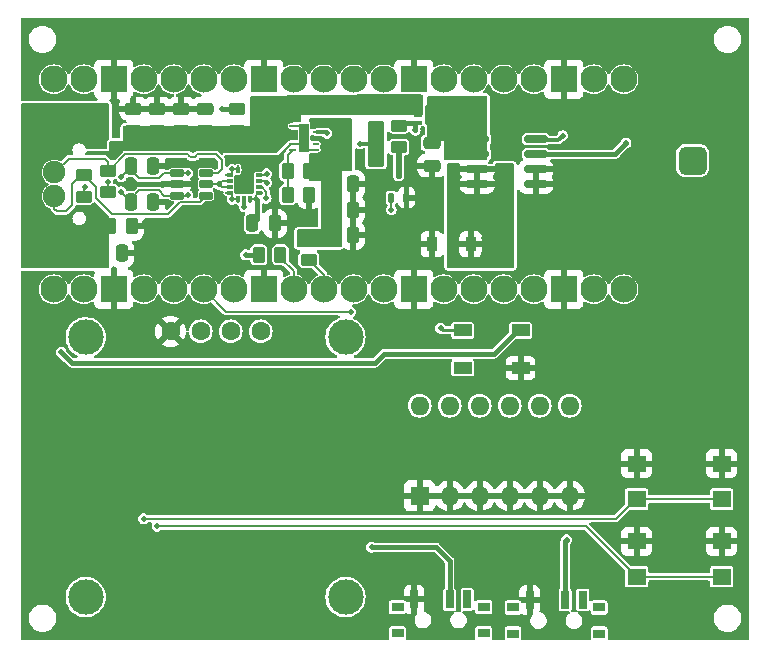
<source format=gtl>
G04 #@! TF.GenerationSoftware,KiCad,Pcbnew,7.0.7-7.0.7~ubuntu22.04.1*
G04 #@! TF.CreationDate,2023-10-12T01:04:17+02:00*
G04 #@! TF.ProjectId,PD_Micro,50445f4d-6963-4726-9f2e-6b696361645f,rev?*
G04 #@! TF.SameCoordinates,PX7ce2370PY67d8790*
G04 #@! TF.FileFunction,Copper,L1,Top*
G04 #@! TF.FilePolarity,Positive*
%FSLAX46Y46*%
G04 Gerber Fmt 4.6, Leading zero omitted, Abs format (unit mm)*
G04 Created by KiCad (PCBNEW 7.0.7-7.0.7~ubuntu22.04.1) date 2023-10-12 01:04:17*
%MOMM*%
%LPD*%
G01*
G04 APERTURE LIST*
G04 Aperture macros list*
%AMRoundRect*
0 Rectangle with rounded corners*
0 $1 Rounding radius*
0 $2 $3 $4 $5 $6 $7 $8 $9 X,Y pos of 4 corners*
0 Add a 4 corners polygon primitive as box body*
4,1,4,$2,$3,$4,$5,$6,$7,$8,$9,$2,$3,0*
0 Add four circle primitives for the rounded corners*
1,1,$1+$1,$2,$3*
1,1,$1+$1,$4,$5*
1,1,$1+$1,$6,$7*
1,1,$1+$1,$8,$9*
0 Add four rect primitives between the rounded corners*
20,1,$1+$1,$2,$3,$4,$5,0*
20,1,$1+$1,$4,$5,$6,$7,0*
20,1,$1+$1,$6,$7,$8,$9,0*
20,1,$1+$1,$8,$9,$2,$3,0*%
G04 Aperture macros list end*
G04 #@! TA.AperFunction,SMDPad,CuDef*
%ADD10R,1.000000X0.800000*%
G04 #@! TD*
G04 #@! TA.AperFunction,SMDPad,CuDef*
%ADD11R,0.700000X1.500000*%
G04 #@! TD*
G04 #@! TA.AperFunction,SMDPad,CuDef*
%ADD12RoundRect,0.140000X0.560000X1.810000X-0.560000X1.810000X-0.560000X-1.810000X0.560000X-1.810000X0*%
G04 #@! TD*
G04 #@! TA.AperFunction,SMDPad,CuDef*
%ADD13RoundRect,0.250000X-0.250000X-0.475000X0.250000X-0.475000X0.250000X0.475000X-0.250000X0.475000X0*%
G04 #@! TD*
G04 #@! TA.AperFunction,SMDPad,CuDef*
%ADD14R,0.300000X0.580000*%
G04 #@! TD*
G04 #@! TA.AperFunction,SMDPad,CuDef*
%ADD15O,0.200000X0.400000*%
G04 #@! TD*
G04 #@! TA.AperFunction,SMDPad,CuDef*
%ADD16R,0.580000X0.300000*%
G04 #@! TD*
G04 #@! TA.AperFunction,SMDPad,CuDef*
%ADD17O,0.400000X0.200000*%
G04 #@! TD*
G04 #@! TA.AperFunction,SMDPad,CuDef*
%ADD18R,1.450000X1.450000*%
G04 #@! TD*
G04 #@! TA.AperFunction,SMDPad,CuDef*
%ADD19RoundRect,0.250000X0.250000X0.475000X-0.250000X0.475000X-0.250000X-0.475000X0.250000X-0.475000X0*%
G04 #@! TD*
G04 #@! TA.AperFunction,SMDPad,CuDef*
%ADD20R,1.500000X1.000000*%
G04 #@! TD*
G04 #@! TA.AperFunction,SMDPad,CuDef*
%ADD21R,0.900000X1.200000*%
G04 #@! TD*
G04 #@! TA.AperFunction,SMDPad,CuDef*
%ADD22RoundRect,0.250000X0.475000X-0.250000X0.475000X0.250000X-0.475000X0.250000X-0.475000X-0.250000X0*%
G04 #@! TD*
G04 #@! TA.AperFunction,SMDPad,CuDef*
%ADD23RoundRect,0.130000X-0.470000X-0.195000X0.470000X-0.195000X0.470000X0.195000X-0.470000X0.195000X0*%
G04 #@! TD*
G04 #@! TA.AperFunction,ComponentPad*
%ADD24R,1.600000X1.600000*%
G04 #@! TD*
G04 #@! TA.AperFunction,ComponentPad*
%ADD25O,1.600000X1.600000*%
G04 #@! TD*
G04 #@! TA.AperFunction,SMDPad,CuDef*
%ADD26RoundRect,0.125000X-0.125000X-0.275000X0.125000X-0.275000X0.125000X0.275000X-0.125000X0.275000X0*%
G04 #@! TD*
G04 #@! TA.AperFunction,SMDPad,CuDef*
%ADD27RoundRect,0.250000X-0.450000X0.262500X-0.450000X-0.262500X0.450000X-0.262500X0.450000X0.262500X0*%
G04 #@! TD*
G04 #@! TA.AperFunction,SMDPad,CuDef*
%ADD28RoundRect,0.250000X-0.262500X-0.450000X0.262500X-0.450000X0.262500X0.450000X-0.262500X0.450000X0*%
G04 #@! TD*
G04 #@! TA.AperFunction,SMDPad,CuDef*
%ADD29R,0.500000X0.250000*%
G04 #@! TD*
G04 #@! TA.AperFunction,SMDPad,CuDef*
%ADD30R,0.840000X2.400000*%
G04 #@! TD*
G04 #@! TA.AperFunction,SMDPad,CuDef*
%ADD31RoundRect,0.250000X-0.475000X0.250000X-0.475000X-0.250000X0.475000X-0.250000X0.475000X0.250000X0*%
G04 #@! TD*
G04 #@! TA.AperFunction,SMDPad,CuDef*
%ADD32RoundRect,0.250000X0.450000X-0.262500X0.450000X0.262500X-0.450000X0.262500X-0.450000X-0.262500X0*%
G04 #@! TD*
G04 #@! TA.AperFunction,SMDPad,CuDef*
%ADD33RoundRect,0.150000X-0.825000X-0.150000X0.825000X-0.150000X0.825000X0.150000X-0.825000X0.150000X0*%
G04 #@! TD*
G04 #@! TA.AperFunction,SMDPad,CuDef*
%ADD34R,1.600000X1.400000*%
G04 #@! TD*
G04 #@! TA.AperFunction,SMDPad,CuDef*
%ADD35RoundRect,0.250000X0.262500X0.450000X-0.262500X0.450000X-0.262500X-0.450000X0.262500X-0.450000X0*%
G04 #@! TD*
G04 #@! TA.AperFunction,ComponentPad*
%ADD36O,1.700000X1.700000*%
G04 #@! TD*
G04 #@! TA.AperFunction,SMDPad,CuDef*
%ADD37C,2.300000*%
G04 #@! TD*
G04 #@! TA.AperFunction,ComponentPad*
%ADD38R,1.700000X1.700000*%
G04 #@! TD*
G04 #@! TA.AperFunction,SMDPad,CuDef*
%ADD39R,2.300000X2.300000*%
G04 #@! TD*
G04 #@! TA.AperFunction,SMDPad,CuDef*
%ADD40C,1.900000*%
G04 #@! TD*
G04 #@! TA.AperFunction,SMDPad,CuDef*
%ADD41R,0.700000X0.380000*%
G04 #@! TD*
G04 #@! TA.AperFunction,SMDPad,CuDef*
%ADD42RoundRect,0.200100X-0.489900X-0.649900X0.489900X-0.649900X0.489900X0.649900X-0.489900X0.649900X0*%
G04 #@! TD*
G04 #@! TA.AperFunction,WasherPad*
%ADD43C,3.000000*%
G04 #@! TD*
G04 #@! TA.AperFunction,ComponentPad*
%ADD44C,1.600000*%
G04 #@! TD*
G04 #@! TA.AperFunction,ComponentPad*
%ADD45RoundRect,0.600000X-0.600000X0.600000X-0.600000X-0.600000X0.600000X-0.600000X0.600000X0.600000X0*%
G04 #@! TD*
G04 #@! TA.AperFunction,ComponentPad*
%ADD46C,2.400000*%
G04 #@! TD*
G04 #@! TA.AperFunction,ComponentPad*
%ADD47O,1.600000X1.000000*%
G04 #@! TD*
G04 #@! TA.AperFunction,ComponentPad*
%ADD48O,2.100000X1.000000*%
G04 #@! TD*
G04 #@! TA.AperFunction,ViaPad*
%ADD49C,0.500000*%
G04 #@! TD*
G04 #@! TA.AperFunction,Conductor*
%ADD50C,0.200000*%
G04 #@! TD*
G04 #@! TA.AperFunction,Conductor*
%ADD51C,0.400000*%
G04 #@! TD*
G04 #@! TA.AperFunction,Conductor*
%ADD52C,0.300000*%
G04 #@! TD*
G04 #@! TA.AperFunction,Conductor*
%ADD53C,0.250000*%
G04 #@! TD*
G04 #@! TA.AperFunction,Conductor*
%ADD54C,0.500000*%
G04 #@! TD*
G04 APERTURE END LIST*
D10*
X85885000Y-28209000D03*
X85885000Y-30419000D03*
X93185000Y-28209000D03*
X93185000Y-30419000D03*
D11*
X87285000Y-27559000D03*
X90285000Y-27559000D03*
X91785000Y-27559000D03*
D10*
X76106000Y-28176000D03*
X76106000Y-30386000D03*
X83406000Y-28176000D03*
X83406000Y-30386000D03*
D11*
X77506000Y-27526000D03*
X80506000Y-27526000D03*
X82006000Y-27526000D03*
D12*
X74285000Y11049000D03*
X71285000Y11049000D03*
D13*
X70438000Y5461000D03*
X72338000Y5461000D03*
D14*
X62619000Y6405000D03*
D15*
X62619000Y6170000D03*
D14*
X63119000Y6405000D03*
D15*
X63119000Y6170000D03*
D14*
X63619000Y6405000D03*
D15*
X63619000Y6170000D03*
D16*
X64334000Y6870000D03*
D17*
X64569000Y6870000D03*
D16*
X64334000Y7370000D03*
D17*
X64569000Y7370000D03*
D16*
X64334000Y7870000D03*
D17*
X64569000Y7870000D03*
D16*
X64334000Y8370000D03*
D17*
X64569000Y8370000D03*
D15*
X63619000Y9070000D03*
D14*
X63619000Y8835000D03*
D15*
X63119000Y9070000D03*
D14*
X63119000Y8835000D03*
D15*
X62619000Y9070000D03*
D14*
X62619000Y8835000D03*
D17*
X61669000Y8370000D03*
D16*
X61904000Y8370000D03*
D17*
X61669000Y7870000D03*
D16*
X61904000Y7870000D03*
D17*
X61669000Y7370000D03*
D16*
X61904000Y7370000D03*
D17*
X61669000Y6870000D03*
D16*
X61904000Y6870000D03*
D18*
X63119000Y7620000D03*
D19*
X55433000Y9144000D03*
X53533000Y9144000D03*
D20*
X81624000Y-4750000D03*
X81624000Y-7950000D03*
X86524000Y-7950000D03*
X86524000Y-4750000D03*
D21*
X82309000Y2540000D03*
X79009000Y2540000D03*
D22*
X53735000Y12131000D03*
X53735000Y14031000D03*
D23*
X57474000Y8570000D03*
X57474000Y7620000D03*
X57474000Y6670000D03*
X59874000Y6670000D03*
X59874000Y7620000D03*
X59874000Y8570000D03*
D19*
X55433000Y6096000D03*
X53533000Y6096000D03*
D24*
X77978000Y-18753500D03*
D25*
X80518000Y-18753500D03*
X83058000Y-18753500D03*
X85598000Y-18753500D03*
X88138000Y-18753500D03*
X90678000Y-18753500D03*
X90678000Y-11133500D03*
X88138000Y-11133500D03*
X85598000Y-11133500D03*
X83058000Y-11133500D03*
X80518000Y-11133500D03*
X77978000Y-11133500D03*
D13*
X63820000Y4318000D03*
X65720000Y4318000D03*
D22*
X55767000Y12131000D03*
X55767000Y14031000D03*
X59831000Y12131000D03*
X59831000Y14031000D03*
D26*
X75564000Y6493000D03*
X76864000Y6493000D03*
X76214000Y8493000D03*
D27*
X49530000Y8405500D03*
X49530000Y6580500D03*
D28*
X64365500Y1651000D03*
X66190500Y1651000D03*
D22*
X57799000Y12131000D03*
X57799000Y14031000D03*
D13*
X50866000Y1778000D03*
X52766000Y1778000D03*
D17*
X67113000Y12557000D03*
D29*
X67263000Y12557000D03*
D17*
X67113000Y12057000D03*
D29*
X67263000Y12057000D03*
D17*
X67113000Y11557000D03*
D29*
X67263000Y11557000D03*
D17*
X67113000Y11057000D03*
D29*
X67263000Y11057000D03*
D17*
X67113000Y10557000D03*
D29*
X67263000Y10557000D03*
X69163000Y10557000D03*
D17*
X69313000Y10557000D03*
D29*
X69163000Y11057000D03*
D17*
X69313000Y11057000D03*
D29*
X69163000Y11557000D03*
D17*
X69313000Y11557000D03*
D29*
X69163000Y12057000D03*
D17*
X69313000Y12057000D03*
D29*
X69163000Y12557000D03*
D17*
X69313000Y12557000D03*
D30*
X68213000Y11557000D03*
D31*
X79008000Y11110000D03*
X79008000Y9210000D03*
D27*
X68580000Y3071500D03*
X68580000Y1246500D03*
D13*
X70438000Y7620000D03*
X72338000Y7620000D03*
D27*
X51562000Y8786500D03*
X51562000Y6961500D03*
D28*
X66792500Y6731000D03*
X68617500Y6731000D03*
D32*
X62498000Y12168500D03*
X62498000Y13993500D03*
D33*
X82869000Y11430000D03*
X82869000Y10160000D03*
X82869000Y8890000D03*
X82869000Y7620000D03*
X87819000Y7620000D03*
X87819000Y8890000D03*
X87819000Y10160000D03*
X87819000Y11430000D03*
D28*
X51783000Y4064000D03*
X53608000Y4064000D03*
D34*
X96349000Y-16026000D03*
X103549000Y-16026000D03*
X96349000Y-19026000D03*
X103549000Y-19026000D03*
D35*
X68617500Y8763000D03*
X66792500Y8763000D03*
D27*
X76214000Y12596500D03*
X76214000Y10771500D03*
D36*
X46990000Y-1270000D03*
D37*
X46990000Y-1270000D03*
D36*
X49530000Y-1270000D03*
D37*
X49530000Y-1270000D03*
D38*
X52070000Y-1270000D03*
D39*
X52070000Y-1270000D03*
D36*
X54610000Y-1270000D03*
D37*
X54610000Y-1270000D03*
D36*
X57150000Y-1270000D03*
D37*
X57150000Y-1270000D03*
D36*
X59690000Y-1270000D03*
D37*
X59690000Y-1270000D03*
D36*
X62230000Y-1270000D03*
D37*
X62230000Y-1270000D03*
D38*
X64770000Y-1270000D03*
D39*
X64770000Y-1270000D03*
D36*
X67310000Y-1270000D03*
D37*
X67310000Y-1270000D03*
D36*
X69850000Y-1270000D03*
D37*
X69850000Y-1270000D03*
D36*
X72390000Y-1270000D03*
D37*
X72390000Y-1270000D03*
D36*
X74930000Y-1270000D03*
D37*
X74930000Y-1270000D03*
D38*
X77470000Y-1270000D03*
D39*
X77470000Y-1270000D03*
D36*
X80010000Y-1270000D03*
D37*
X80010000Y-1270000D03*
D36*
X82550000Y-1270000D03*
D37*
X82550000Y-1270000D03*
D36*
X85090000Y-1270000D03*
D37*
X85090000Y-1270000D03*
D36*
X87630000Y-1270000D03*
D37*
X87630000Y-1270000D03*
D38*
X90170000Y-1270000D03*
D39*
X90170000Y-1270000D03*
D36*
X92710000Y-1270000D03*
D37*
X92710000Y-1270000D03*
D36*
X95250000Y-1270000D03*
D37*
X95250000Y-1270000D03*
D36*
X95250000Y16510000D03*
D37*
X95250000Y16510000D03*
D36*
X92710000Y16510000D03*
D37*
X92710000Y16510000D03*
D38*
X90170000Y16510000D03*
D39*
X90170000Y16510000D03*
D36*
X87630000Y16510000D03*
D37*
X87630000Y16510000D03*
D36*
X85090000Y16510000D03*
D37*
X85090000Y16510000D03*
D36*
X82550000Y16510000D03*
D37*
X82550000Y16510000D03*
D36*
X80010000Y16510000D03*
D37*
X80010000Y16510000D03*
D38*
X77470000Y16510000D03*
D39*
X77470000Y16510000D03*
D36*
X74930000Y16510000D03*
D37*
X74930000Y16510000D03*
D36*
X72390000Y16510000D03*
D37*
X72390000Y16510000D03*
D36*
X69850000Y16510000D03*
D37*
X69850000Y16510000D03*
D36*
X67310000Y16510000D03*
D37*
X67310000Y16510000D03*
D38*
X64770000Y16510000D03*
D39*
X64770000Y16510000D03*
D36*
X62230000Y16510000D03*
D37*
X62230000Y16510000D03*
D36*
X59690000Y16510000D03*
D37*
X59690000Y16510000D03*
D36*
X57150000Y16510000D03*
D37*
X57150000Y16510000D03*
D36*
X54610000Y16510000D03*
D37*
X54610000Y16510000D03*
D38*
X52070000Y16510000D03*
D39*
X52070000Y16510000D03*
D36*
X49530000Y16510000D03*
D37*
X49530000Y16510000D03*
D36*
X46990000Y16510000D03*
D37*
X46990000Y16510000D03*
D40*
X47040000Y6604000D03*
X47040000Y8636000D03*
D13*
X70424000Y3302000D03*
X72324000Y3302000D03*
D34*
X96349000Y-22610000D03*
X103549000Y-22610000D03*
X96349000Y-25610000D03*
X103549000Y-25610000D03*
D41*
X77825000Y14112000D03*
X77825000Y13462000D03*
X77825000Y12812000D03*
X80025000Y12812000D03*
X80025000Y13462000D03*
D42*
X79135000Y13462000D03*
D41*
X80025000Y14112000D03*
D43*
X49706000Y-5326000D03*
X49706000Y-27326000D03*
X71706000Y-5326000D03*
X71706000Y-27326000D03*
D44*
X56896000Y-4826000D03*
X59436000Y-4826000D03*
X61976000Y-4826000D03*
X64516000Y-4826000D03*
D45*
X101092000Y9624000D03*
D46*
X101092000Y6124000D03*
D47*
X45505000Y3300000D03*
D48*
X49685000Y3300000D03*
D47*
X45505000Y11940000D03*
D48*
X49685000Y11940000D03*
D49*
X73914000Y4445000D03*
X73914000Y5207000D03*
X68580000Y5207000D03*
X68580000Y4445000D03*
X52197000Y12065000D03*
X54737000Y4395000D03*
X58674000Y7620000D03*
X56388000Y6096000D03*
X62103000Y6350000D03*
X52711500Y6985000D03*
X58359000Y6694500D03*
X52705000Y8255000D03*
X62103000Y8890000D03*
X58359000Y8570000D03*
X51566000Y7824500D03*
X64135000Y6350000D03*
X69991000Y9144000D03*
X90106500Y11747500D03*
X60960000Y7620000D03*
X69991000Y10414000D03*
X63246000Y1651000D03*
X69991000Y9779000D03*
X79756000Y-4572000D03*
X66167000Y11049000D03*
X64784000Y14124500D03*
X56134000Y10718500D03*
X70626000Y14124500D03*
X53735000Y10795000D03*
X74873642Y14124500D03*
X68975000Y14124500D03*
X76976000Y14224000D03*
X66816000Y14124500D03*
X63119000Y5715000D03*
X60452000Y10718500D03*
X58293000Y10795000D03*
X65278000Y12573000D03*
X72658000Y14124500D03*
X63754000Y10795000D03*
X75565000Y5461000D03*
X65024000Y8509000D03*
X65024000Y7747000D03*
X47625000Y-6604000D03*
X72912000Y11049000D03*
X70118000Y11938000D03*
X77611000Y12192000D03*
X61228000Y13970000D03*
X49653000Y7370000D03*
X85358000Y1778000D03*
X84088000Y3048000D03*
X84723000Y3683000D03*
X85358000Y3048000D03*
X84088000Y2413000D03*
X84723000Y1778000D03*
X83453000Y3683000D03*
X83453000Y2413000D03*
X84088000Y3683000D03*
X85358000Y3683000D03*
X84723000Y2413000D03*
X85358000Y2413000D03*
X83453000Y1778000D03*
X83453000Y3048000D03*
X84088000Y1778000D03*
X84723000Y3048000D03*
X73914000Y-23114000D03*
X72136000Y-3175000D03*
X54610000Y-20701000D03*
X55753000Y-21336000D03*
X90424000Y-22479000D03*
X64987601Y6440601D03*
X95447500Y11105500D03*
D50*
X68213000Y11057000D02*
X67263000Y11057000D01*
X68213000Y12557000D02*
X68213000Y11557000D01*
X65659000Y9144000D02*
X65659000Y9626585D01*
X68213000Y10557000D02*
X68213000Y11057000D01*
X69163000Y10557000D02*
X68213000Y10557000D01*
X67089415Y11057000D02*
X67113000Y11057000D01*
X65659000Y9626585D02*
X67089415Y11057000D01*
X68213000Y11057000D02*
X68213000Y11557000D01*
X67263000Y12557000D02*
X68213000Y12557000D01*
X55910817Y7121000D02*
X56361817Y6670000D01*
X62103000Y6350000D02*
X62103000Y6671000D01*
X62103000Y6350000D02*
X62564000Y6350000D01*
X53533000Y6163500D02*
X53533000Y6096000D01*
X53533000Y6416000D02*
X54238000Y7121000D01*
X62564000Y6350000D02*
X62619000Y6405000D01*
X62103000Y6671000D02*
X61904000Y6870000D01*
X54238000Y7121000D02*
X55910817Y7121000D01*
X56361817Y6670000D02*
X57474000Y6670000D01*
X58359000Y6694500D02*
X58334500Y6670000D01*
X58334500Y6670000D02*
X57474000Y6670000D01*
X53533000Y6096000D02*
X53533000Y6416000D01*
X52711500Y6985000D02*
X53533000Y6163500D01*
X62103000Y8569000D02*
X61904000Y8370000D01*
X53533000Y9083000D02*
X52705000Y8255000D01*
X62103000Y8890000D02*
X62103000Y8569000D01*
X57474000Y8570000D02*
X56361817Y8570000D01*
X54238000Y8119000D02*
X53533000Y8824000D01*
X62564000Y8890000D02*
X62619000Y8835000D01*
X53533000Y8824000D02*
X53533000Y9144000D01*
X56361817Y8570000D02*
X55910817Y8119000D01*
X62103000Y8890000D02*
X62564000Y8890000D01*
X58359000Y8570000D02*
X57474000Y8570000D01*
X55910817Y8119000D02*
X54238000Y8119000D01*
X53533000Y9144000D02*
X53533000Y9083000D01*
X59063276Y10050276D02*
X59063276Y10050275D01*
X51672683Y8786500D02*
X51562000Y8786500D01*
X47040000Y8636000D02*
X47117000Y8636000D01*
X61214000Y9652000D02*
X60697000Y10169000D01*
X58344552Y10169000D02*
X57982000Y10169000D01*
X60894000Y8570000D02*
X61214000Y8890000D01*
X48260000Y9779000D02*
X51308000Y9779000D01*
X61214000Y8890000D02*
X61214000Y9652000D01*
X53055183Y10169000D02*
X51672683Y8786500D01*
X47117000Y8636000D02*
X48260000Y9779000D01*
X51562000Y9525000D02*
X51562000Y8786500D01*
X57982000Y10169000D02*
X53055183Y10169000D01*
X51308000Y9779000D02*
X51562000Y9525000D01*
X59874000Y8570000D02*
X60894000Y8570000D01*
X58944552Y9931551D02*
X58582000Y9931551D01*
X60697000Y10169000D02*
X59182000Y10169000D01*
X58463276Y10050275D02*
X58463276Y10050276D01*
X58463251Y10050275D02*
G75*
G03*
X58582000Y9931551I118749J25D01*
G01*
X58463300Y10050276D02*
G75*
G03*
X58344552Y10169000I-118700J24D01*
G01*
X59182000Y10169024D02*
G75*
G03*
X59063276Y10050276I0J-118724D01*
G01*
X58944552Y9931624D02*
G75*
G03*
X59063276Y10050275I48J118676D01*
G01*
X51562000Y6961500D02*
X51562000Y7820500D01*
X51562000Y7820500D02*
X51566000Y7824500D01*
D51*
X63820000Y4318000D02*
X64201000Y4699000D01*
D52*
X89725500Y11366500D02*
X90106500Y11747500D01*
D50*
X64135000Y6350000D02*
X64135000Y6671000D01*
X60960000Y7620000D02*
X61210000Y7870000D01*
D51*
X63246000Y1651000D02*
X64111500Y1651000D01*
D53*
X79884000Y-4700000D02*
X79756000Y-4572000D01*
D50*
X63674000Y6350000D02*
X63619000Y6405000D01*
D51*
X64201000Y4699000D02*
X64201000Y6284000D01*
D50*
X61210000Y7370000D02*
X60960000Y7620000D01*
X61210000Y7870000D02*
X61904000Y7870000D01*
X64135000Y6350000D02*
X63674000Y6350000D01*
X64135000Y6671000D02*
X64334000Y6870000D01*
X59874000Y7620000D02*
X60960000Y7620000D01*
D52*
X87898500Y11366500D02*
X89725500Y11366500D01*
D51*
X64111500Y1651000D02*
X64365500Y1397000D01*
D50*
X61904000Y7370000D02*
X61210000Y7370000D01*
D53*
X81624000Y-4700000D02*
X79884000Y-4700000D01*
D50*
X64201000Y6284000D02*
X64135000Y6350000D01*
D52*
X63119000Y6405000D02*
X63119000Y5715000D01*
D50*
X75565000Y5461000D02*
X75565000Y6492000D01*
X75565000Y6492000D02*
X75564000Y6493000D01*
X64334000Y8370000D02*
X64885000Y8370000D01*
X64885000Y8370000D02*
X65024000Y8509000D01*
X67310000Y277500D02*
X66190500Y1397000D01*
X67310000Y-1270000D02*
X67310000Y277500D01*
X64901000Y7870000D02*
X65024000Y7747000D01*
X69850000Y-23500D02*
X68580000Y1246500D01*
X64334000Y7870000D02*
X64901000Y7870000D01*
X69850000Y-1270000D02*
X69850000Y-23500D01*
D51*
X48514000Y-7493000D02*
X74168000Y-7493000D01*
X86524000Y-4482000D02*
X86524000Y-4700000D01*
X84275000Y-6731000D02*
X86524000Y-4482000D01*
X74168000Y-7493000D02*
X74930000Y-6731000D01*
X47625000Y-6604000D02*
X48514000Y-7493000D01*
X74930000Y-6731000D02*
X84275000Y-6731000D01*
D52*
X74285000Y11049000D02*
X72912000Y11049000D01*
X69999000Y12057000D02*
X69313000Y12057000D01*
X70118000Y11938000D02*
X69999000Y12057000D01*
D50*
X50562000Y7373500D02*
X50562000Y6471183D01*
X56633000Y5071000D02*
X57707000Y6145000D01*
X47244000Y5334000D02*
X47040000Y5538000D01*
X59349000Y6145000D02*
X59874000Y6670000D01*
X57707000Y6145000D02*
X59349000Y6145000D01*
X48530000Y7636000D02*
X48530000Y5858000D01*
X51962183Y5071000D02*
X56633000Y5071000D01*
X48006000Y5334000D02*
X47244000Y5334000D01*
X49530000Y8405500D02*
X50562000Y7373500D01*
X50562000Y6471183D02*
X51962183Y5071000D01*
X47040000Y5538000D02*
X47040000Y6604000D01*
X48530000Y5858000D02*
X48006000Y5334000D01*
X49299500Y8405500D02*
X48530000Y7636000D01*
X49530000Y8405500D02*
X49299500Y8405500D01*
D51*
X76389989Y12772489D02*
X76214000Y12596500D01*
X77611000Y12772489D02*
X76389989Y12772489D01*
X77611000Y12192000D02*
X77611000Y12772489D01*
X62498000Y13993500D02*
X61251500Y13993500D01*
X61251500Y13993500D02*
X61228000Y13970000D01*
D54*
X76214000Y8493000D02*
X76214000Y10771500D01*
D50*
X66792500Y6858000D02*
X66792500Y8763000D01*
X66792500Y10086500D02*
X67263000Y10557000D01*
X66792500Y8763000D02*
X66792500Y10086500D01*
X66792500Y8763000D02*
X67144500Y9115000D01*
X49530000Y7247000D02*
X49653000Y7370000D01*
X49530000Y6580500D02*
X49530000Y7247000D01*
D51*
X79375000Y-23114000D02*
X80506000Y-24245000D01*
X73914000Y-23114000D02*
X79375000Y-23114000D01*
X80506000Y-24245000D02*
X80506000Y-27813000D01*
D50*
X72136000Y-3175000D02*
X61595000Y-3175000D01*
X61595000Y-3175000D02*
X59690000Y-1270000D01*
X54610000Y-20701000D02*
X94581000Y-20701000D01*
X96256000Y-19026000D02*
X103676000Y-19026000D01*
X94581000Y-20701000D02*
X96256000Y-19026000D01*
X96349000Y-25610000D02*
X103549000Y-25610000D01*
X96349000Y-25610000D02*
X92075000Y-21336000D01*
X92075000Y-21336000D02*
X55753000Y-21336000D01*
D51*
X90297000Y-27547000D02*
X90285000Y-27559000D01*
X90424000Y-22479000D02*
X90297000Y-22606000D01*
X90297000Y-22606000D02*
X90297000Y-27547000D01*
D50*
X64623182Y7370000D02*
X64987601Y7005581D01*
X64334000Y7370000D02*
X64623182Y7370000D01*
X64987601Y7005581D02*
X64987601Y6440601D01*
X49149000Y-635000D02*
X49149000Y-1143000D01*
D51*
X94502000Y10160000D02*
X87819000Y10160000D01*
X95447500Y11105500D02*
X94502000Y10160000D01*
G04 #@! TA.AperFunction,Conductor*
G36*
X80073837Y-18519502D02*
G01*
X80120330Y-18573158D01*
X80130434Y-18643432D01*
X80130165Y-18645210D01*
X80113014Y-18753499D01*
X80130165Y-18861790D01*
X80121065Y-18932201D01*
X80075343Y-18986515D01*
X80007515Y-19007487D01*
X80005716Y-19007500D01*
X78490284Y-19007500D01*
X78422163Y-18987498D01*
X78375670Y-18933842D01*
X78365566Y-18863568D01*
X78365835Y-18861790D01*
X78366153Y-18859779D01*
X78382986Y-18753500D01*
X78365834Y-18645210D01*
X78374935Y-18574799D01*
X78420657Y-18520485D01*
X78488485Y-18499513D01*
X78490284Y-18499500D01*
X80005716Y-18499500D01*
X80073837Y-18519502D01*
G37*
G04 #@! TD.AperFunction*
G04 #@! TA.AperFunction,Conductor*
G36*
X82613837Y-18519502D02*
G01*
X82660330Y-18573158D01*
X82670434Y-18643432D01*
X82670165Y-18645210D01*
X82653014Y-18753499D01*
X82670165Y-18861790D01*
X82661065Y-18932201D01*
X82615343Y-18986515D01*
X82547515Y-19007487D01*
X82545716Y-19007500D01*
X81030284Y-19007500D01*
X80962163Y-18987498D01*
X80915670Y-18933842D01*
X80905566Y-18863568D01*
X80905835Y-18861790D01*
X80906153Y-18859779D01*
X80922986Y-18753500D01*
X80905834Y-18645210D01*
X80914935Y-18574799D01*
X80960657Y-18520485D01*
X81028485Y-18499513D01*
X81030284Y-18499500D01*
X82545716Y-18499500D01*
X82613837Y-18519502D01*
G37*
G04 #@! TD.AperFunction*
G04 #@! TA.AperFunction,Conductor*
G36*
X85153837Y-18519502D02*
G01*
X85200330Y-18573158D01*
X85210434Y-18643432D01*
X85210165Y-18645210D01*
X85193014Y-18753499D01*
X85210165Y-18861790D01*
X85201065Y-18932201D01*
X85155343Y-18986515D01*
X85087515Y-19007487D01*
X85085716Y-19007500D01*
X83570284Y-19007500D01*
X83502163Y-18987498D01*
X83455670Y-18933842D01*
X83445566Y-18863568D01*
X83445835Y-18861790D01*
X83446153Y-18859779D01*
X83462986Y-18753500D01*
X83445834Y-18645210D01*
X83454935Y-18574799D01*
X83500657Y-18520485D01*
X83568485Y-18499513D01*
X83570284Y-18499500D01*
X85085716Y-18499500D01*
X85153837Y-18519502D01*
G37*
G04 #@! TD.AperFunction*
G04 #@! TA.AperFunction,Conductor*
G36*
X87693837Y-18519502D02*
G01*
X87740330Y-18573158D01*
X87750434Y-18643432D01*
X87750165Y-18645210D01*
X87733014Y-18753499D01*
X87750165Y-18861790D01*
X87741065Y-18932201D01*
X87695343Y-18986515D01*
X87627515Y-19007487D01*
X87625716Y-19007500D01*
X86110284Y-19007500D01*
X86042163Y-18987498D01*
X85995670Y-18933842D01*
X85985566Y-18863568D01*
X85985835Y-18861790D01*
X85986153Y-18859779D01*
X86002986Y-18753500D01*
X85985834Y-18645210D01*
X85994935Y-18574799D01*
X86040657Y-18520485D01*
X86108485Y-18499513D01*
X86110284Y-18499500D01*
X87625716Y-18499500D01*
X87693837Y-18519502D01*
G37*
G04 #@! TD.AperFunction*
G04 #@! TA.AperFunction,Conductor*
G36*
X90233837Y-18519502D02*
G01*
X90280330Y-18573158D01*
X90290434Y-18643432D01*
X90290165Y-18645210D01*
X90273014Y-18753499D01*
X90290165Y-18861790D01*
X90281065Y-18932201D01*
X90235343Y-18986515D01*
X90167515Y-19007487D01*
X90165716Y-19007500D01*
X88650284Y-19007500D01*
X88582163Y-18987498D01*
X88535670Y-18933842D01*
X88525566Y-18863568D01*
X88525835Y-18861790D01*
X88526153Y-18859779D01*
X88542986Y-18753500D01*
X88525834Y-18645210D01*
X88534935Y-18574799D01*
X88580657Y-18520485D01*
X88648485Y-18499513D01*
X88650284Y-18499500D01*
X90165716Y-18499500D01*
X90233837Y-18519502D01*
G37*
G04 #@! TD.AperFunction*
G04 #@! TA.AperFunction,Conductor*
G36*
X105841621Y21719498D02*
G01*
X105888114Y21665842D01*
X105899500Y21613500D01*
X105899500Y-30833500D01*
X105879498Y-30901621D01*
X105825842Y-30948114D01*
X105773500Y-30959500D01*
X94011500Y-30959500D01*
X93943379Y-30939498D01*
X93896886Y-30885842D01*
X93885500Y-30833500D01*
X93885500Y-29999253D01*
X93885499Y-29999249D01*
X93878935Y-29966252D01*
X93873867Y-29940769D01*
X93829552Y-29874448D01*
X93763231Y-29830133D01*
X93763228Y-29830132D01*
X93704750Y-29818500D01*
X93704748Y-29818500D01*
X92665252Y-29818500D01*
X92665249Y-29818500D01*
X92606771Y-29830132D01*
X92606768Y-29830133D01*
X92540448Y-29874448D01*
X92496133Y-29940768D01*
X92496132Y-29940771D01*
X92484500Y-29999249D01*
X92484500Y-30833500D01*
X92464498Y-30901621D01*
X92410842Y-30948114D01*
X92358500Y-30959500D01*
X86711500Y-30959500D01*
X86643379Y-30939498D01*
X86596886Y-30885842D01*
X86585500Y-30833500D01*
X86585500Y-29999253D01*
X86585499Y-29999249D01*
X86578935Y-29966252D01*
X86573867Y-29940769D01*
X86529552Y-29874448D01*
X86463231Y-29830133D01*
X86463228Y-29830132D01*
X86404750Y-29818500D01*
X86404748Y-29818500D01*
X85365252Y-29818500D01*
X85365249Y-29818500D01*
X85306771Y-29830132D01*
X85306768Y-29830133D01*
X85240448Y-29874448D01*
X85196133Y-29940768D01*
X85196132Y-29940771D01*
X85184500Y-29999249D01*
X85184500Y-30833500D01*
X85164498Y-30901621D01*
X85110842Y-30948114D01*
X85058500Y-30959500D01*
X84229449Y-30959500D01*
X84161328Y-30939498D01*
X84114835Y-30885842D01*
X84104731Y-30815568D01*
X84105869Y-30808923D01*
X84106499Y-30805753D01*
X84106500Y-30805748D01*
X84106500Y-29966252D01*
X84094867Y-29907769D01*
X84050552Y-29841448D01*
X83984231Y-29797133D01*
X83984228Y-29797132D01*
X83925750Y-29785500D01*
X83925748Y-29785500D01*
X82886252Y-29785500D01*
X82886249Y-29785500D01*
X82827771Y-29797132D01*
X82827768Y-29797133D01*
X82761448Y-29841448D01*
X82717133Y-29907768D01*
X82717132Y-29907771D01*
X82705500Y-29966249D01*
X82705500Y-30805753D01*
X82706131Y-30808923D01*
X82705979Y-30810616D01*
X82706107Y-30811912D01*
X82705861Y-30811936D01*
X82699800Y-30879637D01*
X82656244Y-30935703D01*
X82589291Y-30959320D01*
X82582551Y-30959500D01*
X76929449Y-30959500D01*
X76861328Y-30939498D01*
X76814835Y-30885842D01*
X76804731Y-30815568D01*
X76805869Y-30808923D01*
X76806499Y-30805753D01*
X76806500Y-30805748D01*
X76806500Y-29966252D01*
X76794867Y-29907769D01*
X76750552Y-29841448D01*
X76684231Y-29797133D01*
X76684228Y-29797132D01*
X76625750Y-29785500D01*
X76625748Y-29785500D01*
X75586252Y-29785500D01*
X75586249Y-29785500D01*
X75527771Y-29797132D01*
X75527768Y-29797133D01*
X75461448Y-29841448D01*
X75417133Y-29907768D01*
X75417132Y-29907771D01*
X75405500Y-29966249D01*
X75405500Y-30805753D01*
X75406131Y-30808923D01*
X75405979Y-30810616D01*
X75406107Y-30811912D01*
X75405861Y-30811936D01*
X75399800Y-30879637D01*
X75356244Y-30935703D01*
X75289291Y-30959320D01*
X75282551Y-30959500D01*
X44326500Y-30959500D01*
X44258379Y-30939498D01*
X44211886Y-30885842D01*
X44200500Y-30833500D01*
X44200500Y-29216610D01*
X44899500Y-29216610D01*
X44938679Y-29426198D01*
X45015702Y-29625019D01*
X45015703Y-29625020D01*
X45015705Y-29625025D01*
X45127945Y-29806298D01*
X45127946Y-29806300D01*
X45250534Y-29940771D01*
X45271593Y-29963872D01*
X45441745Y-30092366D01*
X45632611Y-30187405D01*
X45837690Y-30245756D01*
X45996806Y-30260500D01*
X45996813Y-30260500D01*
X46103187Y-30260500D01*
X46103194Y-30260500D01*
X46262310Y-30245756D01*
X46467389Y-30187405D01*
X46658255Y-30092366D01*
X46828407Y-29963872D01*
X46972052Y-29806302D01*
X47084298Y-29625019D01*
X47161321Y-29426198D01*
X47171628Y-29371059D01*
X77555500Y-29371059D01*
X77596208Y-29536221D01*
X77596210Y-29536225D01*
X77675265Y-29686851D01*
X77675270Y-29686857D01*
X77788069Y-29814181D01*
X77788071Y-29814183D01*
X77928070Y-29910818D01*
X77928074Y-29910820D01*
X78015085Y-29943818D01*
X78087128Y-29971140D01*
X78213628Y-29986500D01*
X78213632Y-29986500D01*
X78298368Y-29986500D01*
X78298372Y-29986500D01*
X78424872Y-29971140D01*
X78583930Y-29910818D01*
X78723929Y-29814183D01*
X78836734Y-29686852D01*
X78915790Y-29536225D01*
X78956500Y-29371056D01*
X78956500Y-29200944D01*
X78954409Y-29192461D01*
X78915791Y-29035778D01*
X78915790Y-29035776D01*
X78915790Y-29035775D01*
X78836734Y-28885148D01*
X78812922Y-28858270D01*
X78723930Y-28757818D01*
X78723928Y-28757816D01*
X78583929Y-28661181D01*
X78583925Y-28661179D01*
X78417746Y-28598157D01*
X78418395Y-28596443D01*
X78365437Y-28565606D01*
X78333139Y-28502381D01*
X78338895Y-28434962D01*
X78357494Y-28385096D01*
X78363999Y-28324597D01*
X78364000Y-28324585D01*
X78364000Y-27780000D01*
X77760000Y-27780000D01*
X77760000Y-28741717D01*
X77739998Y-28809838D01*
X77728313Y-28825270D01*
X77675267Y-28885146D01*
X77675265Y-28885148D01*
X77596210Y-29035774D01*
X77596208Y-29035778D01*
X77555500Y-29200940D01*
X77555500Y-29371059D01*
X47171628Y-29371059D01*
X47200500Y-29216610D01*
X47200500Y-29003390D01*
X47161321Y-28793802D01*
X47084298Y-28594981D01*
X47076977Y-28583158D01*
X46972054Y-28413701D01*
X46972053Y-28413699D01*
X46828408Y-28256129D01*
X46828407Y-28256128D01*
X46658255Y-28127634D01*
X46467389Y-28032595D01*
X46467386Y-28032594D01*
X46467384Y-28032593D01*
X46262311Y-27974244D01*
X46242420Y-27972401D01*
X46103194Y-27959500D01*
X45996806Y-27959500D01*
X45873049Y-27970967D01*
X45837688Y-27974244D01*
X45632615Y-28032593D01*
X45632610Y-28032595D01*
X45632611Y-28032595D01*
X45441745Y-28127634D01*
X45441743Y-28127635D01*
X45441744Y-28127635D01*
X45271591Y-28256129D01*
X45127946Y-28413699D01*
X45127945Y-28413701D01*
X45015705Y-28594974D01*
X45015703Y-28594979D01*
X45015702Y-28594981D01*
X45000640Y-28633860D01*
X44938679Y-28793800D01*
X44926628Y-28858270D01*
X44899500Y-29003390D01*
X44899500Y-29216610D01*
X44200500Y-29216610D01*
X44200500Y-27325999D01*
X48000732Y-27325999D01*
X48019778Y-27580160D01*
X48076491Y-27828635D01*
X48169605Y-28065884D01*
X48169608Y-28065892D01*
X48297038Y-28286608D01*
X48297040Y-28286611D01*
X48297041Y-28286612D01*
X48330645Y-28328750D01*
X48455953Y-28485881D01*
X48577443Y-28598606D01*
X48642783Y-28659232D01*
X48642789Y-28659236D01*
X48853356Y-28802799D01*
X48853363Y-28802803D01*
X48853366Y-28802805D01*
X48968540Y-28858270D01*
X49082991Y-28913387D01*
X49083004Y-28913392D01*
X49326531Y-28988510D01*
X49326534Y-28988510D01*
X49326542Y-28988513D01*
X49578565Y-29026500D01*
X49578570Y-29026500D01*
X49833430Y-29026500D01*
X49833435Y-29026500D01*
X50085458Y-28988513D01*
X50313576Y-28918148D01*
X50328995Y-28913392D01*
X50328997Y-28913390D01*
X50329004Y-28913389D01*
X50558634Y-28802805D01*
X50769217Y-28659232D01*
X50930590Y-28509500D01*
X50956046Y-28485881D01*
X50956046Y-28485879D01*
X50956050Y-28485877D01*
X51114959Y-28286612D01*
X51242393Y-28065888D01*
X51335508Y-27828637D01*
X51392222Y-27580157D01*
X51411268Y-27326000D01*
X51411268Y-27325999D01*
X70000732Y-27325999D01*
X70019778Y-27580160D01*
X70076491Y-27828635D01*
X70169605Y-28065884D01*
X70169608Y-28065892D01*
X70297038Y-28286608D01*
X70297040Y-28286611D01*
X70297041Y-28286612D01*
X70330645Y-28328750D01*
X70455953Y-28485881D01*
X70577443Y-28598606D01*
X70642783Y-28659232D01*
X70642789Y-28659236D01*
X70853356Y-28802799D01*
X70853363Y-28802803D01*
X70853366Y-28802805D01*
X70968540Y-28858270D01*
X71082991Y-28913387D01*
X71083004Y-28913392D01*
X71326531Y-28988510D01*
X71326534Y-28988510D01*
X71326542Y-28988513D01*
X71578565Y-29026500D01*
X71578570Y-29026500D01*
X71833430Y-29026500D01*
X71833435Y-29026500D01*
X72085458Y-28988513D01*
X72313576Y-28918148D01*
X72328995Y-28913392D01*
X72328997Y-28913390D01*
X72329004Y-28913389D01*
X72558634Y-28802805D01*
X72769217Y-28659232D01*
X72837634Y-28595750D01*
X75405500Y-28595750D01*
X75416497Y-28651038D01*
X75417133Y-28654231D01*
X75461448Y-28720552D01*
X75527769Y-28764867D01*
X75586252Y-28776500D01*
X75586253Y-28776500D01*
X76625747Y-28776500D01*
X76625748Y-28776500D01*
X76684231Y-28764867D01*
X76750552Y-28720552D01*
X76750553Y-28720550D01*
X76756525Y-28716560D01*
X76824278Y-28695345D01*
X76892745Y-28714128D01*
X76902038Y-28720457D01*
X76910036Y-28726445D01*
X77046906Y-28777494D01*
X77107402Y-28783999D01*
X77107415Y-28784000D01*
X77252000Y-28784000D01*
X77252000Y-27780000D01*
X76913119Y-27780000D01*
X76844998Y-27759998D01*
X76798505Y-27706342D01*
X76796712Y-27702223D01*
X76794867Y-27697769D01*
X76768721Y-27658640D01*
X76750552Y-27631448D01*
X76684231Y-27587133D01*
X76684228Y-27587132D01*
X76625750Y-27575500D01*
X76625748Y-27575500D01*
X75586252Y-27575500D01*
X75586249Y-27575500D01*
X75527771Y-27587132D01*
X75527768Y-27587133D01*
X75461448Y-27631448D01*
X75417133Y-27697768D01*
X75417132Y-27697771D01*
X75405500Y-27756249D01*
X75405500Y-28595750D01*
X72837634Y-28595750D01*
X72930590Y-28509500D01*
X72956046Y-28485881D01*
X72956046Y-28485879D01*
X72956050Y-28485877D01*
X73114959Y-28286612D01*
X73242393Y-28065888D01*
X73335508Y-27828637D01*
X73392222Y-27580157D01*
X73411268Y-27326000D01*
X73407221Y-27272000D01*
X76648000Y-27272000D01*
X77252000Y-27272000D01*
X77252000Y-26268000D01*
X77760000Y-26268000D01*
X77760000Y-27272000D01*
X78364000Y-27272000D01*
X78364000Y-26727414D01*
X78363999Y-26727402D01*
X78357494Y-26666906D01*
X78306444Y-26530035D01*
X78306444Y-26530034D01*
X78218904Y-26413095D01*
X78101965Y-26325555D01*
X77965093Y-26274505D01*
X77904597Y-26268000D01*
X77760000Y-26268000D01*
X77252000Y-26268000D01*
X77107402Y-26268000D01*
X77046906Y-26274505D01*
X76910035Y-26325555D01*
X76910034Y-26325555D01*
X76793095Y-26413095D01*
X76705555Y-26530034D01*
X76705555Y-26530035D01*
X76654505Y-26666906D01*
X76648000Y-26727402D01*
X76648000Y-27272000D01*
X73407221Y-27272000D01*
X73392222Y-27071843D01*
X73335508Y-26823363D01*
X73242393Y-26586112D01*
X73242392Y-26586111D01*
X73242391Y-26586107D01*
X73114961Y-26365391D01*
X73109509Y-26358555D01*
X72956050Y-26166123D01*
X72956049Y-26166122D01*
X72956046Y-26166118D01*
X72769222Y-25992773D01*
X72769217Y-25992768D01*
X72769210Y-25992763D01*
X72558643Y-25849200D01*
X72558636Y-25849196D01*
X72329008Y-25738612D01*
X72328995Y-25738607D01*
X72085468Y-25663489D01*
X72085458Y-25663487D01*
X72085458Y-25663486D01*
X71833435Y-25625500D01*
X71578565Y-25625500D01*
X71368545Y-25657155D01*
X71326541Y-25663487D01*
X71326531Y-25663489D01*
X71083004Y-25738607D01*
X71082991Y-25738612D01*
X70853363Y-25849196D01*
X70853356Y-25849200D01*
X70642789Y-25992763D01*
X70642777Y-25992773D01*
X70455953Y-26166118D01*
X70297038Y-26365391D01*
X70169608Y-26586107D01*
X70169605Y-26586115D01*
X70076491Y-26823364D01*
X70019778Y-27071839D01*
X70000732Y-27325999D01*
X51411268Y-27325999D01*
X51392222Y-27071843D01*
X51335508Y-26823363D01*
X51242393Y-26586112D01*
X51242392Y-26586111D01*
X51242391Y-26586107D01*
X51114961Y-26365391D01*
X51109509Y-26358555D01*
X50956050Y-26166123D01*
X50956049Y-26166122D01*
X50956046Y-26166118D01*
X50769222Y-25992773D01*
X50769217Y-25992768D01*
X50769210Y-25992763D01*
X50558643Y-25849200D01*
X50558636Y-25849196D01*
X50329008Y-25738612D01*
X50328995Y-25738607D01*
X50085468Y-25663489D01*
X50085458Y-25663487D01*
X50085457Y-25663486D01*
X49833435Y-25625500D01*
X49578565Y-25625500D01*
X49368545Y-25657155D01*
X49326541Y-25663487D01*
X49326531Y-25663489D01*
X49083004Y-25738607D01*
X49082991Y-25738612D01*
X48853363Y-25849196D01*
X48853356Y-25849200D01*
X48642789Y-25992763D01*
X48642777Y-25992773D01*
X48455953Y-26166118D01*
X48297038Y-26365391D01*
X48169608Y-26586107D01*
X48169605Y-26586115D01*
X48076491Y-26823364D01*
X48019778Y-27071839D01*
X48000732Y-27325999D01*
X44200500Y-27325999D01*
X44200500Y-23114000D01*
X73458867Y-23114000D01*
X73477303Y-23242226D01*
X73531118Y-23360063D01*
X73615951Y-23457967D01*
X73724931Y-23528004D01*
X73849228Y-23564500D01*
X73849232Y-23564500D01*
X73978768Y-23564500D01*
X73978772Y-23564500D01*
X74040920Y-23546252D01*
X74103063Y-23528006D01*
X74103064Y-23528005D01*
X74103069Y-23528004D01*
X74103072Y-23528001D01*
X74107702Y-23525888D01*
X74160048Y-23514500D01*
X79156917Y-23514500D01*
X79225038Y-23534502D01*
X79246012Y-23551405D01*
X80068595Y-24373988D01*
X80102621Y-24436300D01*
X80105500Y-24463083D01*
X80105499Y-26501255D01*
X80085497Y-26569376D01*
X80049504Y-26606018D01*
X80011448Y-26631447D01*
X79967133Y-26697768D01*
X79967132Y-26697771D01*
X79955500Y-26756249D01*
X79955500Y-28295750D01*
X79962064Y-28328750D01*
X79967133Y-28354231D01*
X80011448Y-28420552D01*
X80077769Y-28464867D01*
X80136252Y-28476500D01*
X80136253Y-28476500D01*
X80791281Y-28476500D01*
X80859402Y-28496502D01*
X80905895Y-28550158D01*
X80915999Y-28620432D01*
X80886505Y-28685012D01*
X80862858Y-28706194D01*
X80851365Y-28714128D01*
X80788071Y-28757816D01*
X80788069Y-28757818D01*
X80675270Y-28885142D01*
X80675265Y-28885148D01*
X80596210Y-29035774D01*
X80596208Y-29035778D01*
X80555500Y-29200940D01*
X80555500Y-29371059D01*
X80596208Y-29536221D01*
X80596210Y-29536225D01*
X80675265Y-29686851D01*
X80675270Y-29686857D01*
X80788069Y-29814181D01*
X80788071Y-29814183D01*
X80928070Y-29910818D01*
X80928074Y-29910820D01*
X81015085Y-29943818D01*
X81087128Y-29971140D01*
X81213628Y-29986500D01*
X81213632Y-29986500D01*
X81298368Y-29986500D01*
X81298372Y-29986500D01*
X81424872Y-29971140D01*
X81583930Y-29910818D01*
X81723929Y-29814183D01*
X81836734Y-29686852D01*
X81915790Y-29536225D01*
X81948366Y-29404059D01*
X87334500Y-29404059D01*
X87375208Y-29569221D01*
X87375210Y-29569225D01*
X87454265Y-29719851D01*
X87454270Y-29719857D01*
X87567069Y-29847181D01*
X87567071Y-29847183D01*
X87707070Y-29943818D01*
X87707074Y-29943820D01*
X87766216Y-29966249D01*
X87866128Y-30004140D01*
X87992628Y-30019500D01*
X87992632Y-30019500D01*
X88077368Y-30019500D01*
X88077372Y-30019500D01*
X88203872Y-30004140D01*
X88362930Y-29943818D01*
X88502929Y-29847183D01*
X88615734Y-29719852D01*
X88694790Y-29569225D01*
X88735500Y-29404056D01*
X88735500Y-29233944D01*
X88694790Y-29068775D01*
X88615734Y-28918148D01*
X88586493Y-28885142D01*
X88502930Y-28790818D01*
X88502928Y-28790816D01*
X88362929Y-28694181D01*
X88362925Y-28694179D01*
X88196746Y-28631157D01*
X88197395Y-28629443D01*
X88144437Y-28598606D01*
X88112139Y-28535381D01*
X88117895Y-28467962D01*
X88136494Y-28418096D01*
X88142999Y-28357597D01*
X88143000Y-28357585D01*
X88143000Y-28328750D01*
X89734500Y-28328750D01*
X89739568Y-28354231D01*
X89746133Y-28387231D01*
X89790448Y-28453552D01*
X89856769Y-28497867D01*
X89915252Y-28509500D01*
X89915253Y-28509500D01*
X90570281Y-28509500D01*
X90638402Y-28529502D01*
X90684895Y-28583158D01*
X90694999Y-28653432D01*
X90665505Y-28718012D01*
X90641858Y-28739194D01*
X90630365Y-28747128D01*
X90567071Y-28790816D01*
X90567069Y-28790818D01*
X90454270Y-28918142D01*
X90454265Y-28918148D01*
X90375210Y-29068774D01*
X90375208Y-29068778D01*
X90334500Y-29233940D01*
X90334500Y-29404059D01*
X90375208Y-29569221D01*
X90375210Y-29569225D01*
X90454265Y-29719851D01*
X90454270Y-29719857D01*
X90567069Y-29847181D01*
X90567071Y-29847183D01*
X90707070Y-29943818D01*
X90707074Y-29943820D01*
X90766216Y-29966249D01*
X90866128Y-30004140D01*
X90992628Y-30019500D01*
X90992632Y-30019500D01*
X91077368Y-30019500D01*
X91077372Y-30019500D01*
X91203872Y-30004140D01*
X91362930Y-29943818D01*
X91502929Y-29847183D01*
X91615734Y-29719852D01*
X91694790Y-29569225D01*
X91735500Y-29404056D01*
X91735500Y-29233944D01*
X91731228Y-29216610D01*
X102899500Y-29216610D01*
X102938679Y-29426198D01*
X103015702Y-29625019D01*
X103015703Y-29625020D01*
X103015705Y-29625025D01*
X103127945Y-29806298D01*
X103127946Y-29806300D01*
X103250534Y-29940771D01*
X103271593Y-29963872D01*
X103441745Y-30092366D01*
X103632611Y-30187405D01*
X103837690Y-30245756D01*
X103996806Y-30260500D01*
X103996813Y-30260500D01*
X104103187Y-30260500D01*
X104103194Y-30260500D01*
X104262310Y-30245756D01*
X104467389Y-30187405D01*
X104658255Y-30092366D01*
X104828407Y-29963872D01*
X104972052Y-29806302D01*
X105084298Y-29625019D01*
X105161321Y-29426198D01*
X105200500Y-29216610D01*
X105200500Y-29003390D01*
X105161321Y-28793802D01*
X105084298Y-28594981D01*
X105076977Y-28583158D01*
X104972054Y-28413701D01*
X104972053Y-28413699D01*
X104828408Y-28256129D01*
X104828407Y-28256128D01*
X104658255Y-28127634D01*
X104467389Y-28032595D01*
X104467386Y-28032594D01*
X104467384Y-28032593D01*
X104262311Y-27974244D01*
X104242420Y-27972401D01*
X104103194Y-27959500D01*
X103996806Y-27959500D01*
X103873049Y-27970967D01*
X103837688Y-27974244D01*
X103632615Y-28032593D01*
X103632610Y-28032595D01*
X103632611Y-28032595D01*
X103441745Y-28127634D01*
X103441743Y-28127635D01*
X103441744Y-28127635D01*
X103271591Y-28256129D01*
X103127946Y-28413699D01*
X103127945Y-28413701D01*
X103015705Y-28594974D01*
X103015703Y-28594979D01*
X103015702Y-28594981D01*
X103000640Y-28633860D01*
X102938679Y-28793800D01*
X102926628Y-28858270D01*
X102899500Y-29003390D01*
X102899500Y-29216610D01*
X91731228Y-29216610D01*
X91694790Y-29068775D01*
X91615734Y-28918148D01*
X91586493Y-28885142D01*
X91502930Y-28790818D01*
X91502928Y-28790816D01*
X91455122Y-28757818D01*
X91428142Y-28739195D01*
X91383443Y-28684038D01*
X91375660Y-28613469D01*
X91407265Y-28549895D01*
X91468223Y-28513500D01*
X91499719Y-28509500D01*
X92154747Y-28509500D01*
X92154748Y-28509500D01*
X92213231Y-28497867D01*
X92279552Y-28453552D01*
X92279553Y-28453549D01*
X92288497Y-28447574D01*
X92356250Y-28426359D01*
X92424717Y-28445142D01*
X92472161Y-28497958D01*
X92484500Y-28552339D01*
X92484500Y-28628750D01*
X92495691Y-28685012D01*
X92496133Y-28687231D01*
X92540448Y-28753552D01*
X92606769Y-28797867D01*
X92665252Y-28809500D01*
X92665253Y-28809500D01*
X93704747Y-28809500D01*
X93704748Y-28809500D01*
X93763231Y-28797867D01*
X93829552Y-28753552D01*
X93873867Y-28687231D01*
X93885500Y-28628748D01*
X93885500Y-27789252D01*
X93873867Y-27730769D01*
X93829552Y-27664448D01*
X93763231Y-27620133D01*
X93763228Y-27620132D01*
X93704750Y-27608500D01*
X93704748Y-27608500D01*
X92665252Y-27608500D01*
X92665249Y-27608500D01*
X92606771Y-27620132D01*
X92606767Y-27620133D01*
X92531502Y-27670425D01*
X92463749Y-27691640D01*
X92395282Y-27672857D01*
X92347839Y-27620040D01*
X92335500Y-27565660D01*
X92335500Y-26789253D01*
X92335499Y-26789249D01*
X92329763Y-26760414D01*
X92323867Y-26730769D01*
X92279552Y-26664448D01*
X92213231Y-26620133D01*
X92213228Y-26620132D01*
X92154750Y-26608500D01*
X92154748Y-26608500D01*
X91415252Y-26608500D01*
X91415249Y-26608500D01*
X91356771Y-26620132D01*
X91356768Y-26620133D01*
X91290448Y-26664448D01*
X91246135Y-26730766D01*
X91246132Y-26730771D01*
X91234500Y-26789249D01*
X91234500Y-28328750D01*
X91246132Y-28387228D01*
X91246133Y-28387231D01*
X91276756Y-28433061D01*
X91297971Y-28500814D01*
X91279188Y-28569281D01*
X91226371Y-28616724D01*
X91156804Y-28628144D01*
X91077378Y-28618500D01*
X91077372Y-28618500D01*
X90992628Y-28618500D01*
X90992619Y-28618500D01*
X90913194Y-28628144D01*
X90843160Y-28616499D01*
X90790539Y-28568838D01*
X90772038Y-28500294D01*
X90793243Y-28433061D01*
X90823867Y-28387231D01*
X90835500Y-28328748D01*
X90835500Y-26789252D01*
X90823867Y-26730769D01*
X90779552Y-26664448D01*
X90753495Y-26647037D01*
X90707970Y-26592561D01*
X90697500Y-26542274D01*
X90697500Y-24721132D01*
X90697500Y-22898289D01*
X90717501Y-22830172D01*
X90728263Y-22815794D01*
X90806882Y-22725063D01*
X90860697Y-22607226D01*
X90879133Y-22479000D01*
X90860697Y-22350774D01*
X90806882Y-22232937D01*
X90722049Y-22135033D01*
X90722048Y-22135032D01*
X90613073Y-22064998D01*
X90613070Y-22064996D01*
X90613069Y-22064996D01*
X90613066Y-22064995D01*
X90488776Y-22028501D01*
X90488774Y-22028500D01*
X90488772Y-22028500D01*
X90359228Y-22028500D01*
X90359225Y-22028500D01*
X90359223Y-22028501D01*
X90234933Y-22064995D01*
X90234926Y-22064998D01*
X90125948Y-22135033D01*
X90041121Y-22232932D01*
X90041117Y-22232937D01*
X89997979Y-22327394D01*
X89972470Y-22364137D01*
X89968951Y-22367656D01*
X89968947Y-22367661D01*
X89958962Y-22387257D01*
X89948640Y-22404102D01*
X89935703Y-22421909D01*
X89935703Y-22421910D01*
X89928904Y-22442835D01*
X89921340Y-22461095D01*
X89911354Y-22480694D01*
X89907911Y-22502427D01*
X89903298Y-22521639D01*
X89896500Y-22542562D01*
X89896499Y-22542567D01*
X89896500Y-26526237D01*
X89876498Y-26594358D01*
X89840503Y-26631001D01*
X89790448Y-26664447D01*
X89746135Y-26730766D01*
X89746132Y-26730771D01*
X89734500Y-26789249D01*
X89734500Y-28328750D01*
X88143000Y-28328750D01*
X88143000Y-27813000D01*
X87539000Y-27813000D01*
X87539000Y-28774717D01*
X87518998Y-28842838D01*
X87507313Y-28858270D01*
X87454267Y-28918146D01*
X87454265Y-28918148D01*
X87375210Y-29068774D01*
X87375208Y-29068778D01*
X87334500Y-29233940D01*
X87334500Y-29404059D01*
X81948366Y-29404059D01*
X81956500Y-29371056D01*
X81956500Y-29200944D01*
X81954409Y-29192461D01*
X81915791Y-29035778D01*
X81915790Y-29035776D01*
X81915790Y-29035775D01*
X81836734Y-28885148D01*
X81812922Y-28858270D01*
X81723930Y-28757818D01*
X81723928Y-28757816D01*
X81678479Y-28726445D01*
X81649142Y-28706195D01*
X81604443Y-28651038D01*
X81596660Y-28580469D01*
X81628265Y-28516895D01*
X81689223Y-28480500D01*
X81720719Y-28476500D01*
X82375747Y-28476500D01*
X82375748Y-28476500D01*
X82434231Y-28464867D01*
X82500552Y-28420552D01*
X82500553Y-28420549D01*
X82509497Y-28414574D01*
X82577250Y-28393359D01*
X82645717Y-28412142D01*
X82693161Y-28464958D01*
X82705500Y-28519339D01*
X82705500Y-28595750D01*
X82716497Y-28651038D01*
X82717133Y-28654231D01*
X82761448Y-28720552D01*
X82827769Y-28764867D01*
X82886252Y-28776500D01*
X82886253Y-28776500D01*
X83925747Y-28776500D01*
X83925748Y-28776500D01*
X83984231Y-28764867D01*
X84050552Y-28720552D01*
X84094867Y-28654231D01*
X84099936Y-28628746D01*
X85184499Y-28628746D01*
X85184500Y-28628750D01*
X85195691Y-28685012D01*
X85196133Y-28687231D01*
X85240448Y-28753552D01*
X85306769Y-28797867D01*
X85365252Y-28809500D01*
X85365253Y-28809500D01*
X86404747Y-28809500D01*
X86404748Y-28809500D01*
X86463231Y-28797867D01*
X86529552Y-28753552D01*
X86529553Y-28753550D01*
X86535525Y-28749560D01*
X86603278Y-28728345D01*
X86671745Y-28747128D01*
X86681038Y-28753457D01*
X86689036Y-28759445D01*
X86825906Y-28810494D01*
X86886402Y-28816999D01*
X86886415Y-28817000D01*
X87031000Y-28817000D01*
X87031000Y-27813000D01*
X86692119Y-27813000D01*
X86623998Y-27792998D01*
X86577505Y-27739342D01*
X86575712Y-27735223D01*
X86573867Y-27730769D01*
X86557545Y-27706342D01*
X86529552Y-27664448D01*
X86463231Y-27620133D01*
X86463228Y-27620132D01*
X86404750Y-27608500D01*
X86404748Y-27608500D01*
X85365252Y-27608500D01*
X85365249Y-27608500D01*
X85306771Y-27620132D01*
X85306768Y-27620133D01*
X85240448Y-27664448D01*
X85196133Y-27730768D01*
X85196132Y-27730771D01*
X85184500Y-27789249D01*
X85184499Y-27789253D01*
X85184499Y-28628746D01*
X84099936Y-28628746D01*
X84106500Y-28595748D01*
X84106500Y-27756252D01*
X84094867Y-27697769D01*
X84050552Y-27631448D01*
X83984231Y-27587133D01*
X83984228Y-27587132D01*
X83925750Y-27575500D01*
X83925748Y-27575500D01*
X82886252Y-27575500D01*
X82886249Y-27575500D01*
X82827771Y-27587132D01*
X82827767Y-27587133D01*
X82752502Y-27637425D01*
X82684749Y-27658640D01*
X82616282Y-27639857D01*
X82568839Y-27587040D01*
X82556500Y-27532660D01*
X82556500Y-27305000D01*
X86427000Y-27305000D01*
X87031000Y-27305000D01*
X87031000Y-26301000D01*
X87539000Y-26301000D01*
X87539000Y-27305000D01*
X88143000Y-27305000D01*
X88143000Y-26760414D01*
X88142999Y-26760402D01*
X88136494Y-26699906D01*
X88085444Y-26563035D01*
X88085444Y-26563034D01*
X87997904Y-26446095D01*
X87880965Y-26358555D01*
X87744093Y-26307505D01*
X87683597Y-26301000D01*
X87539000Y-26301000D01*
X87031000Y-26301000D01*
X86886402Y-26301000D01*
X86825906Y-26307505D01*
X86689035Y-26358555D01*
X86689034Y-26358555D01*
X86572095Y-26446095D01*
X86484555Y-26563034D01*
X86484555Y-26563035D01*
X86433505Y-26699906D01*
X86427000Y-26760402D01*
X86427000Y-27305000D01*
X82556500Y-27305000D01*
X82556500Y-26756253D01*
X82556499Y-26756249D01*
X82551431Y-26730771D01*
X82544867Y-26697769D01*
X82500552Y-26631448D01*
X82434231Y-26587133D01*
X82434228Y-26587132D01*
X82375750Y-26575500D01*
X82375748Y-26575500D01*
X81636252Y-26575500D01*
X81636249Y-26575500D01*
X81577771Y-26587132D01*
X81577768Y-26587133D01*
X81511448Y-26631448D01*
X81467133Y-26697768D01*
X81467132Y-26697771D01*
X81455500Y-26756249D01*
X81455500Y-28295750D01*
X81467132Y-28354228D01*
X81467133Y-28354231D01*
X81497756Y-28400061D01*
X81518971Y-28467814D01*
X81500188Y-28536281D01*
X81447371Y-28583724D01*
X81377804Y-28595144D01*
X81298378Y-28585500D01*
X81298372Y-28585500D01*
X81213628Y-28585500D01*
X81213619Y-28585500D01*
X81134194Y-28595144D01*
X81064160Y-28583499D01*
X81011539Y-28535838D01*
X80993038Y-28467294D01*
X81014243Y-28400061D01*
X81044867Y-28354231D01*
X81056500Y-28295748D01*
X81056500Y-26756252D01*
X81044867Y-26697769D01*
X81000552Y-26631448D01*
X80971791Y-26612230D01*
X80962496Y-26606019D01*
X80916970Y-26551541D01*
X80906500Y-26501255D01*
X80906500Y-24181567D01*
X80906499Y-24181567D01*
X80899701Y-24160642D01*
X80895088Y-24141425D01*
X80891646Y-24119697D01*
X80891645Y-24119694D01*
X80881660Y-24100098D01*
X80874092Y-24081826D01*
X80867297Y-24060911D01*
X80854362Y-24043108D01*
X80844030Y-24026246D01*
X80834050Y-24006658D01*
X80813419Y-23986027D01*
X80813402Y-23986008D01*
X79634363Y-22806969D01*
X79634334Y-22806942D01*
X79613342Y-22785950D01*
X79613341Y-22785949D01*
X79613340Y-22785948D01*
X79593738Y-22775960D01*
X79576883Y-22765631D01*
X79559091Y-22752704D01*
X79559089Y-22752703D01*
X79538169Y-22745906D01*
X79519906Y-22738341D01*
X79500306Y-22728355D01*
X79500305Y-22728354D01*
X79500304Y-22728354D01*
X79500302Y-22728353D01*
X79500300Y-22728353D01*
X79478577Y-22724912D01*
X79459358Y-22720298D01*
X79438434Y-22713500D01*
X79438433Y-22713500D01*
X79406519Y-22713500D01*
X74160048Y-22713500D01*
X74107702Y-22702112D01*
X74103063Y-22699993D01*
X73978778Y-22663501D01*
X73978774Y-22663500D01*
X73978772Y-22663500D01*
X73849228Y-22663500D01*
X73849225Y-22663500D01*
X73849223Y-22663501D01*
X73724933Y-22699995D01*
X73724926Y-22699998D01*
X73615951Y-22770032D01*
X73570084Y-22822967D01*
X73531118Y-22867937D01*
X73477303Y-22985774D01*
X73458867Y-23114000D01*
X44200500Y-23114000D01*
X44200500Y-20701000D01*
X54154867Y-20701000D01*
X54173303Y-20829226D01*
X54227118Y-20947063D01*
X54276256Y-21003772D01*
X54311951Y-21044967D01*
X54403537Y-21103826D01*
X54420931Y-21115004D01*
X54545228Y-21151500D01*
X54545232Y-21151500D01*
X54674768Y-21151500D01*
X54674772Y-21151500D01*
X54799069Y-21115004D01*
X54908049Y-21044967D01*
X54908051Y-21044964D01*
X54914858Y-21039067D01*
X54915710Y-21040051D01*
X54967762Y-21006603D01*
X55003256Y-21001500D01*
X55214446Y-21001500D01*
X55282567Y-21021502D01*
X55329060Y-21075158D01*
X55339164Y-21145432D01*
X55329059Y-21179841D01*
X55316303Y-21207774D01*
X55297867Y-21336000D01*
X55316303Y-21464226D01*
X55370118Y-21582063D01*
X55454951Y-21679967D01*
X55563931Y-21750004D01*
X55688228Y-21786500D01*
X55688232Y-21786500D01*
X55817768Y-21786500D01*
X55817772Y-21786500D01*
X55942069Y-21750004D01*
X56051049Y-21679967D01*
X56051051Y-21679964D01*
X56057858Y-21674067D01*
X56058710Y-21675051D01*
X56110762Y-21641603D01*
X56146256Y-21636500D01*
X91898339Y-21636500D01*
X91966460Y-21656502D01*
X91987434Y-21673405D01*
X95311596Y-24997567D01*
X95345621Y-25059877D01*
X95348500Y-25086660D01*
X95348499Y-26329746D01*
X95348500Y-26329750D01*
X95355589Y-26365391D01*
X95360133Y-26388231D01*
X95404448Y-26454552D01*
X95470769Y-26498867D01*
X95529252Y-26510500D01*
X95529253Y-26510500D01*
X97168747Y-26510500D01*
X97168748Y-26510500D01*
X97227231Y-26498867D01*
X97293552Y-26454552D01*
X97337867Y-26388231D01*
X97349500Y-26329748D01*
X97349499Y-26036499D01*
X97369502Y-25968379D01*
X97423158Y-25921886D01*
X97475500Y-25910500D01*
X102422500Y-25910500D01*
X102490621Y-25930502D01*
X102537114Y-25984158D01*
X102548500Y-26036500D01*
X102548500Y-26329750D01*
X102555589Y-26365391D01*
X102560133Y-26388231D01*
X102604448Y-26454552D01*
X102670769Y-26498867D01*
X102729252Y-26510500D01*
X102729253Y-26510500D01*
X104368747Y-26510500D01*
X104368748Y-26510500D01*
X104427231Y-26498867D01*
X104493552Y-26454552D01*
X104537867Y-26388231D01*
X104549500Y-26329748D01*
X104549500Y-24890252D01*
X104537867Y-24831769D01*
X104493552Y-24765448D01*
X104427231Y-24721133D01*
X104427228Y-24721132D01*
X104368750Y-24709500D01*
X104368748Y-24709500D01*
X102729252Y-24709500D01*
X102729249Y-24709500D01*
X102670771Y-24721132D01*
X102670768Y-24721133D01*
X102604448Y-24765448D01*
X102560133Y-24831768D01*
X102560132Y-24831771D01*
X102548500Y-24890249D01*
X102548500Y-25183500D01*
X102528498Y-25251621D01*
X102474842Y-25298114D01*
X102422500Y-25309500D01*
X97475500Y-25309500D01*
X97407379Y-25289498D01*
X97360886Y-25235842D01*
X97349500Y-25183500D01*
X97349500Y-25059877D01*
X97349500Y-24890252D01*
X97337867Y-24831769D01*
X97293552Y-24765448D01*
X97227231Y-24721133D01*
X97227228Y-24721132D01*
X97168750Y-24709500D01*
X97168748Y-24709500D01*
X95925661Y-24709500D01*
X95857540Y-24689498D01*
X95836566Y-24672595D01*
X95042758Y-23878787D01*
X95020464Y-23837960D01*
X94993798Y-23828014D01*
X94980212Y-23816241D01*
X94027971Y-22864000D01*
X95041000Y-22864000D01*
X95041000Y-23358597D01*
X95047505Y-23419093D01*
X95098555Y-23555964D01*
X95098555Y-23555965D01*
X95170175Y-23651637D01*
X95179376Y-23676306D01*
X95192238Y-23679104D01*
X95207362Y-23688824D01*
X95303034Y-23760444D01*
X95439906Y-23811494D01*
X95500402Y-23817999D01*
X95500415Y-23818000D01*
X96095000Y-23818000D01*
X96095000Y-22864000D01*
X96603000Y-22864000D01*
X96603000Y-23818000D01*
X97197585Y-23818000D01*
X97197597Y-23817999D01*
X97258093Y-23811494D01*
X97394964Y-23760444D01*
X97394965Y-23760444D01*
X97511904Y-23672904D01*
X97599444Y-23555965D01*
X97599444Y-23555964D01*
X97650494Y-23419093D01*
X97656999Y-23358597D01*
X97657000Y-23358585D01*
X97657000Y-22864000D01*
X102241000Y-22864000D01*
X102241000Y-23358597D01*
X102247505Y-23419093D01*
X102298555Y-23555964D01*
X102298555Y-23555965D01*
X102386095Y-23672904D01*
X102503034Y-23760444D01*
X102639906Y-23811494D01*
X102700402Y-23817999D01*
X102700415Y-23818000D01*
X103295000Y-23818000D01*
X103295000Y-22864000D01*
X103803000Y-22864000D01*
X103803000Y-23818000D01*
X104397585Y-23818000D01*
X104397597Y-23817999D01*
X104458093Y-23811494D01*
X104594964Y-23760444D01*
X104594965Y-23760444D01*
X104711904Y-23672904D01*
X104799444Y-23555965D01*
X104799444Y-23555964D01*
X104850494Y-23419093D01*
X104856999Y-23358597D01*
X104857000Y-23358585D01*
X104857000Y-22864000D01*
X103803000Y-22864000D01*
X103295000Y-22864000D01*
X102241000Y-22864000D01*
X97657000Y-22864000D01*
X96603000Y-22864000D01*
X96095000Y-22864000D01*
X95041000Y-22864000D01*
X94027971Y-22864000D01*
X93519971Y-22356000D01*
X95041000Y-22356000D01*
X96095000Y-22356000D01*
X96095000Y-21402000D01*
X96603000Y-21402000D01*
X96603000Y-22356000D01*
X97657000Y-22356000D01*
X102241000Y-22356000D01*
X103295000Y-22356000D01*
X103295000Y-21402000D01*
X103803000Y-21402000D01*
X103803000Y-22356000D01*
X104857000Y-22356000D01*
X104857000Y-21861414D01*
X104856999Y-21861402D01*
X104850494Y-21800906D01*
X104799444Y-21664035D01*
X104799444Y-21664034D01*
X104711904Y-21547095D01*
X104594965Y-21459555D01*
X104458093Y-21408505D01*
X104397597Y-21402000D01*
X103803000Y-21402000D01*
X103295000Y-21402000D01*
X102700402Y-21402000D01*
X102639906Y-21408505D01*
X102503035Y-21459555D01*
X102503034Y-21459555D01*
X102386095Y-21547095D01*
X102298555Y-21664034D01*
X102298555Y-21664035D01*
X102247505Y-21800906D01*
X102241000Y-21861402D01*
X102241000Y-22356000D01*
X97657000Y-22356000D01*
X97657000Y-21861414D01*
X97656999Y-21861402D01*
X97650494Y-21800906D01*
X97599444Y-21664035D01*
X97599444Y-21664034D01*
X97511904Y-21547095D01*
X97394965Y-21459555D01*
X97258093Y-21408505D01*
X97197597Y-21402000D01*
X96603000Y-21402000D01*
X96095000Y-21402000D01*
X95500402Y-21402000D01*
X95439906Y-21408505D01*
X95303035Y-21459555D01*
X95303034Y-21459555D01*
X95186095Y-21547095D01*
X95098555Y-21664034D01*
X95098555Y-21664035D01*
X95047505Y-21800906D01*
X95041000Y-21861402D01*
X95041000Y-22356000D01*
X93519971Y-22356000D01*
X92380566Y-21216595D01*
X92346540Y-21154283D01*
X92351605Y-21083468D01*
X92394152Y-21026632D01*
X92460672Y-21001821D01*
X92469661Y-21001500D01*
X94518091Y-21001500D01*
X94526805Y-21002105D01*
X94538760Y-21003771D01*
X94538765Y-21003773D01*
X94580991Y-21001821D01*
X94586489Y-21001567D01*
X94589399Y-21001500D01*
X94608841Y-21001500D01*
X94608844Y-21001500D01*
X94611404Y-21001021D01*
X94620085Y-21000013D01*
X94620103Y-21000012D01*
X94650992Y-20998585D01*
X94657115Y-20995881D01*
X94684861Y-20987289D01*
X94691433Y-20986061D01*
X94717733Y-20969776D01*
X94725464Y-20965702D01*
X94731284Y-20963131D01*
X94753765Y-20953206D01*
X94758492Y-20948478D01*
X94781264Y-20930441D01*
X94783053Y-20929332D01*
X94786952Y-20926919D01*
X94805598Y-20902225D01*
X94811330Y-20895640D01*
X95743567Y-19963404D01*
X95805879Y-19929379D01*
X95832662Y-19926500D01*
X97168747Y-19926500D01*
X97168748Y-19926500D01*
X97227231Y-19914867D01*
X97293552Y-19870552D01*
X97337867Y-19804231D01*
X97349500Y-19745748D01*
X97349499Y-19452499D01*
X97369502Y-19384379D01*
X97423158Y-19337886D01*
X97475500Y-19326500D01*
X102422500Y-19326500D01*
X102490621Y-19346502D01*
X102537114Y-19400158D01*
X102548500Y-19452500D01*
X102548500Y-19745750D01*
X102559184Y-19799464D01*
X102560133Y-19804231D01*
X102604448Y-19870552D01*
X102670769Y-19914867D01*
X102729252Y-19926500D01*
X102729253Y-19926500D01*
X104368747Y-19926500D01*
X104368748Y-19926500D01*
X104427231Y-19914867D01*
X104493552Y-19870552D01*
X104537867Y-19804231D01*
X104549500Y-19745748D01*
X104549500Y-18306252D01*
X104537867Y-18247769D01*
X104493552Y-18181448D01*
X104427231Y-18137133D01*
X104427228Y-18137132D01*
X104368750Y-18125500D01*
X104368748Y-18125500D01*
X102729252Y-18125500D01*
X102729249Y-18125500D01*
X102670771Y-18137132D01*
X102670768Y-18137133D01*
X102604448Y-18181448D01*
X102560133Y-18247768D01*
X102560132Y-18247771D01*
X102548500Y-18306249D01*
X102548500Y-18599500D01*
X102528498Y-18667621D01*
X102474842Y-18714114D01*
X102422500Y-18725500D01*
X97475500Y-18725500D01*
X97407379Y-18705498D01*
X97360886Y-18651842D01*
X97349500Y-18599500D01*
X97349500Y-18499500D01*
X97349500Y-18306252D01*
X97337867Y-18247769D01*
X97293552Y-18181448D01*
X97227231Y-18137133D01*
X97227228Y-18137132D01*
X97168750Y-18125500D01*
X97168748Y-18125500D01*
X95529252Y-18125500D01*
X95529249Y-18125500D01*
X95470771Y-18137132D01*
X95470768Y-18137133D01*
X95404448Y-18181448D01*
X95360133Y-18247768D01*
X95360132Y-18247771D01*
X95348500Y-18306249D01*
X95348499Y-18306253D01*
X95348500Y-19456337D01*
X95328498Y-19524458D01*
X95311596Y-19545432D01*
X94493434Y-20363595D01*
X94431121Y-20397620D01*
X94404338Y-20400500D01*
X55003256Y-20400500D01*
X54935135Y-20380498D01*
X54914860Y-20362930D01*
X54914858Y-20362933D01*
X54908047Y-20357031D01*
X54799073Y-20286998D01*
X54799070Y-20286996D01*
X54799069Y-20286996D01*
X54799066Y-20286995D01*
X54674776Y-20250501D01*
X54674774Y-20250500D01*
X54674772Y-20250500D01*
X54545228Y-20250500D01*
X54545225Y-20250500D01*
X54545223Y-20250501D01*
X54420933Y-20286995D01*
X54420926Y-20286998D01*
X54311951Y-20357032D01*
X54274287Y-20400500D01*
X54227118Y-20454937D01*
X54173303Y-20572774D01*
X54154867Y-20701000D01*
X44200500Y-20701000D01*
X44200500Y-19602097D01*
X76670000Y-19602097D01*
X76676505Y-19662593D01*
X76727555Y-19799464D01*
X76727555Y-19799465D01*
X76815095Y-19916404D01*
X76932034Y-20003944D01*
X77068906Y-20054994D01*
X77129402Y-20061499D01*
X77129415Y-20061500D01*
X77724000Y-20061500D01*
X77724000Y-19265784D01*
X77744002Y-19197663D01*
X77797658Y-19151170D01*
X77867932Y-19141066D01*
X77869713Y-19141335D01*
X77946519Y-19153500D01*
X77946521Y-19153500D01*
X78009479Y-19153500D01*
X78009481Y-19153500D01*
X78086290Y-19141335D01*
X78156701Y-19150435D01*
X78211015Y-19196157D01*
X78231987Y-19263986D01*
X78232000Y-19265784D01*
X78232000Y-20061500D01*
X78826585Y-20061500D01*
X78826597Y-20061499D01*
X78887093Y-20054994D01*
X79023964Y-20003944D01*
X79023965Y-20003944D01*
X79140904Y-19916404D01*
X79228444Y-19799465D01*
X79228444Y-19799464D01*
X79279494Y-19662593D01*
X79280642Y-19651921D01*
X79307810Y-19586328D01*
X79366128Y-19545836D01*
X79437079Y-19543301D01*
X79498138Y-19579528D01*
X79509132Y-19593115D01*
X79512185Y-19597476D01*
X79674019Y-19759310D01*
X79674025Y-19759315D01*
X79861501Y-19890587D01*
X80068926Y-19987311D01*
X80068931Y-19987313D01*
X80264000Y-20039581D01*
X80264000Y-19265784D01*
X80284002Y-19197663D01*
X80337658Y-19151170D01*
X80407932Y-19141066D01*
X80409713Y-19141335D01*
X80486519Y-19153500D01*
X80486521Y-19153500D01*
X80549479Y-19153500D01*
X80549481Y-19153500D01*
X80626290Y-19141335D01*
X80696701Y-19150435D01*
X80751015Y-19196157D01*
X80771987Y-19263986D01*
X80772000Y-19265784D01*
X80772000Y-20039581D01*
X80967068Y-19987313D01*
X80967073Y-19987311D01*
X81174498Y-19890587D01*
X81361974Y-19759315D01*
X81361980Y-19759310D01*
X81523810Y-19597480D01*
X81523815Y-19597474D01*
X81655087Y-19409999D01*
X81673803Y-19369861D01*
X81720719Y-19316575D01*
X81788996Y-19297113D01*
X81856956Y-19317653D01*
X81902193Y-19369857D01*
X81920911Y-19409997D01*
X82052184Y-19597474D01*
X82052189Y-19597480D01*
X82214019Y-19759310D01*
X82214025Y-19759315D01*
X82401501Y-19890587D01*
X82608926Y-19987311D01*
X82608931Y-19987313D01*
X82804000Y-20039581D01*
X82804000Y-19265784D01*
X82824002Y-19197663D01*
X82877658Y-19151170D01*
X82947932Y-19141066D01*
X82949713Y-19141335D01*
X83026519Y-19153500D01*
X83026521Y-19153500D01*
X83089479Y-19153500D01*
X83089481Y-19153500D01*
X83166290Y-19141335D01*
X83236701Y-19150435D01*
X83291015Y-19196157D01*
X83311987Y-19263986D01*
X83312000Y-19265784D01*
X83312000Y-20039581D01*
X83507068Y-19987313D01*
X83507073Y-19987311D01*
X83714498Y-19890587D01*
X83901974Y-19759315D01*
X83901980Y-19759310D01*
X84063810Y-19597480D01*
X84063815Y-19597474D01*
X84195087Y-19409998D01*
X84213805Y-19369859D01*
X84260722Y-19316574D01*
X84328999Y-19297113D01*
X84396959Y-19317655D01*
X84442195Y-19369859D01*
X84460912Y-19409998D01*
X84592184Y-19597474D01*
X84592189Y-19597480D01*
X84754019Y-19759310D01*
X84754025Y-19759315D01*
X84941501Y-19890587D01*
X85148926Y-19987311D01*
X85148931Y-19987313D01*
X85344000Y-20039581D01*
X85344000Y-19265784D01*
X85364002Y-19197663D01*
X85417658Y-19151170D01*
X85487932Y-19141066D01*
X85489713Y-19141335D01*
X85566519Y-19153500D01*
X85566521Y-19153500D01*
X85629479Y-19153500D01*
X85629481Y-19153500D01*
X85706290Y-19141335D01*
X85776701Y-19150435D01*
X85831015Y-19196157D01*
X85851987Y-19263986D01*
X85852000Y-19265784D01*
X85852000Y-20039581D01*
X86047068Y-19987313D01*
X86047073Y-19987311D01*
X86254498Y-19890587D01*
X86441974Y-19759315D01*
X86441980Y-19759310D01*
X86603810Y-19597480D01*
X86603815Y-19597474D01*
X86735087Y-19409998D01*
X86753805Y-19369859D01*
X86800722Y-19316574D01*
X86868999Y-19297113D01*
X86936959Y-19317655D01*
X86982195Y-19369859D01*
X87000912Y-19409998D01*
X87132184Y-19597474D01*
X87132189Y-19597480D01*
X87294019Y-19759310D01*
X87294025Y-19759315D01*
X87481501Y-19890587D01*
X87688926Y-19987311D01*
X87688931Y-19987313D01*
X87884000Y-20039581D01*
X87884000Y-19265784D01*
X87904002Y-19197663D01*
X87957658Y-19151170D01*
X88027932Y-19141066D01*
X88029713Y-19141335D01*
X88106519Y-19153500D01*
X88106521Y-19153500D01*
X88169479Y-19153500D01*
X88169481Y-19153500D01*
X88246290Y-19141335D01*
X88316701Y-19150435D01*
X88371015Y-19196157D01*
X88391987Y-19263986D01*
X88392000Y-19265784D01*
X88392000Y-20039581D01*
X88587068Y-19987313D01*
X88587073Y-19987311D01*
X88794498Y-19890587D01*
X88981974Y-19759315D01*
X88981980Y-19759310D01*
X89143810Y-19597480D01*
X89143815Y-19597474D01*
X89275087Y-19409998D01*
X89293805Y-19369859D01*
X89340722Y-19316574D01*
X89408999Y-19297113D01*
X89476959Y-19317655D01*
X89522195Y-19369859D01*
X89540912Y-19409998D01*
X89672184Y-19597474D01*
X89672189Y-19597480D01*
X89834019Y-19759310D01*
X89834025Y-19759315D01*
X90021501Y-19890587D01*
X90228926Y-19987311D01*
X90228931Y-19987313D01*
X90424000Y-20039581D01*
X90424000Y-19265784D01*
X90444002Y-19197663D01*
X90497658Y-19151170D01*
X90567932Y-19141066D01*
X90569713Y-19141335D01*
X90646519Y-19153500D01*
X90646521Y-19153500D01*
X90709479Y-19153500D01*
X90709481Y-19153500D01*
X90786290Y-19141335D01*
X90856701Y-19150435D01*
X90911015Y-19196157D01*
X90931987Y-19263986D01*
X90932000Y-19265784D01*
X90931999Y-20039581D01*
X91127068Y-19987313D01*
X91127073Y-19987311D01*
X91334498Y-19890587D01*
X91521974Y-19759315D01*
X91521980Y-19759310D01*
X91683810Y-19597480D01*
X91683815Y-19597474D01*
X91815087Y-19409998D01*
X91911811Y-19202573D01*
X91911813Y-19202568D01*
X91964082Y-19007500D01*
X91190284Y-19007500D01*
X91122163Y-18987498D01*
X91075670Y-18933842D01*
X91065566Y-18863568D01*
X91065835Y-18861790D01*
X91066153Y-18859779D01*
X91082986Y-18753500D01*
X91065834Y-18645210D01*
X91074935Y-18574799D01*
X91120657Y-18520485D01*
X91188485Y-18499513D01*
X91190284Y-18499500D01*
X91964082Y-18499500D01*
X91911813Y-18304431D01*
X91911811Y-18304426D01*
X91815087Y-18097001D01*
X91683815Y-17909525D01*
X91683810Y-17909519D01*
X91521980Y-17747689D01*
X91521974Y-17747684D01*
X91334498Y-17616412D01*
X91127073Y-17519688D01*
X91127071Y-17519687D01*
X90932000Y-17467417D01*
X90932000Y-18241215D01*
X90911998Y-18309336D01*
X90858342Y-18355829D01*
X90788068Y-18365933D01*
X90786292Y-18365664D01*
X90709481Y-18353500D01*
X90646519Y-18353500D01*
X90569708Y-18365664D01*
X90499297Y-18356563D01*
X90444984Y-18310840D01*
X90424013Y-18243012D01*
X90424000Y-18241215D01*
X90423999Y-17467417D01*
X90228928Y-17519687D01*
X90228926Y-17519688D01*
X90021501Y-17616412D01*
X89834025Y-17747684D01*
X89834019Y-17747689D01*
X89672189Y-17909519D01*
X89672184Y-17909525D01*
X89540910Y-18097003D01*
X89522194Y-18137141D01*
X89475277Y-18190425D01*
X89407000Y-18209886D01*
X89339040Y-18189344D01*
X89293806Y-18137141D01*
X89275089Y-18097003D01*
X89143815Y-17909525D01*
X89143810Y-17909519D01*
X88981980Y-17747689D01*
X88981974Y-17747684D01*
X88794498Y-17616412D01*
X88587073Y-17519688D01*
X88587071Y-17519687D01*
X88392000Y-17467417D01*
X88392000Y-18241215D01*
X88371998Y-18309336D01*
X88318342Y-18355829D01*
X88248068Y-18365933D01*
X88246292Y-18365664D01*
X88169481Y-18353500D01*
X88106519Y-18353500D01*
X88029708Y-18365664D01*
X87959297Y-18356563D01*
X87904984Y-18310840D01*
X87884013Y-18243012D01*
X87884000Y-18241215D01*
X87884000Y-17467417D01*
X87688928Y-17519687D01*
X87688926Y-17519688D01*
X87481501Y-17616412D01*
X87294025Y-17747684D01*
X87294019Y-17747689D01*
X87132189Y-17909519D01*
X87132184Y-17909525D01*
X87000910Y-18097003D01*
X86982194Y-18137141D01*
X86935277Y-18190425D01*
X86867000Y-18209886D01*
X86799040Y-18189344D01*
X86753806Y-18137141D01*
X86735089Y-18097003D01*
X86603815Y-17909525D01*
X86603810Y-17909519D01*
X86441980Y-17747689D01*
X86441974Y-17747684D01*
X86254498Y-17616412D01*
X86047073Y-17519688D01*
X86047071Y-17519687D01*
X85852000Y-17467417D01*
X85852000Y-18241215D01*
X85831998Y-18309336D01*
X85778342Y-18355829D01*
X85708068Y-18365933D01*
X85706292Y-18365664D01*
X85629481Y-18353500D01*
X85566519Y-18353500D01*
X85489708Y-18365664D01*
X85419297Y-18356563D01*
X85364984Y-18310840D01*
X85344013Y-18243012D01*
X85344000Y-18241215D01*
X85344000Y-17467417D01*
X85148928Y-17519687D01*
X85148926Y-17519688D01*
X84941501Y-17616412D01*
X84754025Y-17747684D01*
X84754019Y-17747689D01*
X84592189Y-17909519D01*
X84592184Y-17909525D01*
X84460910Y-18097003D01*
X84442194Y-18137141D01*
X84395277Y-18190425D01*
X84327000Y-18209886D01*
X84259040Y-18189344D01*
X84213806Y-18137141D01*
X84195089Y-18097003D01*
X84063815Y-17909525D01*
X84063810Y-17909519D01*
X83901980Y-17747689D01*
X83901974Y-17747684D01*
X83714498Y-17616412D01*
X83507073Y-17519688D01*
X83507071Y-17519687D01*
X83312000Y-17467417D01*
X83312000Y-18241215D01*
X83291998Y-18309336D01*
X83238342Y-18355829D01*
X83168068Y-18365933D01*
X83166292Y-18365664D01*
X83089481Y-18353500D01*
X83026519Y-18353500D01*
X82949708Y-18365664D01*
X82879297Y-18356563D01*
X82824984Y-18310840D01*
X82804013Y-18243012D01*
X82804000Y-18241215D01*
X82804000Y-17467417D01*
X82803999Y-17467417D01*
X82608928Y-17519687D01*
X82608926Y-17519688D01*
X82401501Y-17616412D01*
X82214025Y-17747684D01*
X82214019Y-17747689D01*
X82052189Y-17909519D01*
X82052184Y-17909525D01*
X81920910Y-18097003D01*
X81902194Y-18137141D01*
X81855277Y-18190425D01*
X81787000Y-18209886D01*
X81719040Y-18189344D01*
X81673806Y-18137141D01*
X81655089Y-18097003D01*
X81523815Y-17909525D01*
X81523810Y-17909519D01*
X81361980Y-17747689D01*
X81361974Y-17747684D01*
X81174498Y-17616412D01*
X80967073Y-17519688D01*
X80967071Y-17519687D01*
X80771999Y-17467417D01*
X80771999Y-18241215D01*
X80751997Y-18309336D01*
X80698341Y-18355829D01*
X80628067Y-18365932D01*
X80626291Y-18365664D01*
X80549481Y-18353500D01*
X80486519Y-18353500D01*
X80409708Y-18365664D01*
X80339297Y-18356563D01*
X80284984Y-18310840D01*
X80264013Y-18243012D01*
X80264000Y-18241215D01*
X80264000Y-17467417D01*
X80263999Y-17467417D01*
X80068928Y-17519687D01*
X80068926Y-17519688D01*
X79861501Y-17616412D01*
X79674025Y-17747684D01*
X79674019Y-17747689D01*
X79512189Y-17909519D01*
X79512180Y-17909529D01*
X79509128Y-17913889D01*
X79453668Y-17958214D01*
X79383048Y-17965518D01*
X79319690Y-17933482D01*
X79283709Y-17872278D01*
X79280642Y-17855079D01*
X79279494Y-17844406D01*
X79228444Y-17707535D01*
X79228444Y-17707534D01*
X79140904Y-17590595D01*
X79023965Y-17503055D01*
X78887093Y-17452005D01*
X78826597Y-17445500D01*
X78232000Y-17445500D01*
X78231999Y-18241215D01*
X78211997Y-18309336D01*
X78158341Y-18355829D01*
X78088067Y-18365932D01*
X78086291Y-18365664D01*
X78009481Y-18353500D01*
X77946519Y-18353500D01*
X77869708Y-18365664D01*
X77799297Y-18356563D01*
X77744984Y-18310840D01*
X77724013Y-18243012D01*
X77724000Y-18241215D01*
X77724000Y-17445500D01*
X77129402Y-17445500D01*
X77068906Y-17452005D01*
X76932035Y-17503055D01*
X76932034Y-17503055D01*
X76815095Y-17590595D01*
X76727555Y-17707534D01*
X76727555Y-17707535D01*
X76676505Y-17844406D01*
X76670000Y-17904902D01*
X76670000Y-18499500D01*
X77465716Y-18499500D01*
X77533837Y-18519502D01*
X77580330Y-18573158D01*
X77590434Y-18643432D01*
X77590165Y-18645210D01*
X77573014Y-18753499D01*
X77590165Y-18861790D01*
X77581065Y-18932201D01*
X77535343Y-18986515D01*
X77467515Y-19007487D01*
X77465716Y-19007500D01*
X76670000Y-19007500D01*
X76670000Y-19602097D01*
X44200500Y-19602097D01*
X44200500Y-16280000D01*
X95041000Y-16280000D01*
X95041000Y-16774597D01*
X95047505Y-16835093D01*
X95098555Y-16971964D01*
X95098555Y-16971965D01*
X95186095Y-17088904D01*
X95303034Y-17176444D01*
X95439906Y-17227494D01*
X95500402Y-17233999D01*
X95500415Y-17234000D01*
X96095000Y-17234000D01*
X96095000Y-16280000D01*
X96603000Y-16280000D01*
X96603000Y-17234000D01*
X97197585Y-17234000D01*
X97197597Y-17233999D01*
X97258093Y-17227494D01*
X97394964Y-17176444D01*
X97394965Y-17176444D01*
X97511904Y-17088904D01*
X97599444Y-16971965D01*
X97599444Y-16971964D01*
X97650494Y-16835093D01*
X97656999Y-16774597D01*
X97657000Y-16774585D01*
X97657000Y-16280000D01*
X102241000Y-16280000D01*
X102241000Y-16774597D01*
X102247505Y-16835093D01*
X102298555Y-16971964D01*
X102298555Y-16971965D01*
X102386095Y-17088904D01*
X102503034Y-17176444D01*
X102639906Y-17227494D01*
X102700402Y-17233999D01*
X102700415Y-17234000D01*
X103295000Y-17234000D01*
X103295000Y-16280000D01*
X103803000Y-16280000D01*
X103803000Y-17234000D01*
X104397585Y-17234000D01*
X104397597Y-17233999D01*
X104458093Y-17227494D01*
X104594964Y-17176444D01*
X104594965Y-17176444D01*
X104711904Y-17088904D01*
X104799444Y-16971965D01*
X104799444Y-16971964D01*
X104850494Y-16835093D01*
X104856999Y-16774597D01*
X104857000Y-16774585D01*
X104857000Y-16280000D01*
X103803000Y-16280000D01*
X103295000Y-16280000D01*
X102241000Y-16280000D01*
X97657000Y-16280000D01*
X96603000Y-16280000D01*
X96095000Y-16280000D01*
X95041000Y-16280000D01*
X44200500Y-16280000D01*
X44200500Y-15772000D01*
X95041000Y-15772000D01*
X96095000Y-15772000D01*
X96095000Y-14818000D01*
X96603000Y-14818000D01*
X96603000Y-15772000D01*
X97657000Y-15772000D01*
X102241000Y-15772000D01*
X103295000Y-15772000D01*
X103295000Y-14818000D01*
X103803000Y-14818000D01*
X103803000Y-15772000D01*
X104857000Y-15772000D01*
X104857000Y-15277414D01*
X104856999Y-15277402D01*
X104850494Y-15216906D01*
X104799444Y-15080035D01*
X104799444Y-15080034D01*
X104711904Y-14963095D01*
X104594965Y-14875555D01*
X104458093Y-14824505D01*
X104397597Y-14818000D01*
X103803000Y-14818000D01*
X103295000Y-14818000D01*
X102700402Y-14818000D01*
X102639906Y-14824505D01*
X102503035Y-14875555D01*
X102503034Y-14875555D01*
X102386095Y-14963095D01*
X102298555Y-15080034D01*
X102298555Y-15080035D01*
X102247505Y-15216906D01*
X102241000Y-15277402D01*
X102241000Y-15772000D01*
X97657000Y-15772000D01*
X97657000Y-15277414D01*
X97656999Y-15277402D01*
X97650494Y-15216906D01*
X97599444Y-15080035D01*
X97599444Y-15080034D01*
X97511904Y-14963095D01*
X97394965Y-14875555D01*
X97258093Y-14824505D01*
X97197597Y-14818000D01*
X96603000Y-14818000D01*
X96095000Y-14818000D01*
X95500402Y-14818000D01*
X95439906Y-14824505D01*
X95303035Y-14875555D01*
X95303034Y-14875555D01*
X95186095Y-14963095D01*
X95098555Y-15080034D01*
X95098555Y-15080035D01*
X95047505Y-15216906D01*
X95041000Y-15277402D01*
X95041000Y-15772000D01*
X44200500Y-15772000D01*
X44200500Y-11133503D01*
X76972659Y-11133503D01*
X76991974Y-11329624D01*
X76991974Y-11329626D01*
X77049186Y-11518228D01*
X77142090Y-11692038D01*
X77267117Y-11844383D01*
X77419462Y-11969410D01*
X77593273Y-12062314D01*
X77781868Y-12119524D01*
X77781872Y-12119524D01*
X77781874Y-12119525D01*
X77977997Y-12138841D01*
X77978000Y-12138841D01*
X77978003Y-12138841D01*
X78174124Y-12119525D01*
X78174126Y-12119525D01*
X78174127Y-12119524D01*
X78174132Y-12119524D01*
X78362727Y-12062314D01*
X78536538Y-11969410D01*
X78688883Y-11844383D01*
X78813910Y-11692038D01*
X78906814Y-11518227D01*
X78964024Y-11329632D01*
X78983341Y-11133503D01*
X79512659Y-11133503D01*
X79531974Y-11329624D01*
X79531974Y-11329626D01*
X79589186Y-11518228D01*
X79682090Y-11692038D01*
X79807117Y-11844383D01*
X79959462Y-11969410D01*
X80133273Y-12062314D01*
X80321868Y-12119524D01*
X80321872Y-12119524D01*
X80321874Y-12119525D01*
X80517997Y-12138841D01*
X80518000Y-12138841D01*
X80518003Y-12138841D01*
X80714124Y-12119525D01*
X80714126Y-12119525D01*
X80714127Y-12119524D01*
X80714132Y-12119524D01*
X80902727Y-12062314D01*
X81076538Y-11969410D01*
X81228883Y-11844383D01*
X81353910Y-11692038D01*
X81446814Y-11518227D01*
X81504024Y-11329632D01*
X81523341Y-11133503D01*
X82052659Y-11133503D01*
X82071974Y-11329624D01*
X82071974Y-11329626D01*
X82129186Y-11518228D01*
X82222090Y-11692038D01*
X82347117Y-11844383D01*
X82499462Y-11969410D01*
X82673273Y-12062314D01*
X82861868Y-12119524D01*
X82861872Y-12119524D01*
X82861874Y-12119525D01*
X83057997Y-12138841D01*
X83058000Y-12138841D01*
X83058003Y-12138841D01*
X83254124Y-12119525D01*
X83254126Y-12119525D01*
X83254127Y-12119524D01*
X83254132Y-12119524D01*
X83442727Y-12062314D01*
X83616538Y-11969410D01*
X83768883Y-11844383D01*
X83893910Y-11692038D01*
X83986814Y-11518227D01*
X84044024Y-11329632D01*
X84063341Y-11133503D01*
X84592659Y-11133503D01*
X84611974Y-11329624D01*
X84611974Y-11329626D01*
X84669186Y-11518228D01*
X84762090Y-11692038D01*
X84887117Y-11844383D01*
X85039462Y-11969410D01*
X85213273Y-12062314D01*
X85401868Y-12119524D01*
X85401872Y-12119524D01*
X85401874Y-12119525D01*
X85597997Y-12138841D01*
X85598000Y-12138841D01*
X85598003Y-12138841D01*
X85794124Y-12119525D01*
X85794126Y-12119525D01*
X85794127Y-12119524D01*
X85794132Y-12119524D01*
X85982727Y-12062314D01*
X86156538Y-11969410D01*
X86308883Y-11844383D01*
X86433910Y-11692038D01*
X86526814Y-11518227D01*
X86584024Y-11329632D01*
X86603341Y-11133503D01*
X87132659Y-11133503D01*
X87151974Y-11329624D01*
X87151974Y-11329626D01*
X87209186Y-11518228D01*
X87302090Y-11692038D01*
X87427117Y-11844383D01*
X87579462Y-11969410D01*
X87753273Y-12062314D01*
X87941868Y-12119524D01*
X87941872Y-12119524D01*
X87941874Y-12119525D01*
X88137997Y-12138841D01*
X88138000Y-12138841D01*
X88138003Y-12138841D01*
X88334124Y-12119525D01*
X88334126Y-12119525D01*
X88334127Y-12119524D01*
X88334132Y-12119524D01*
X88522727Y-12062314D01*
X88696538Y-11969410D01*
X88848883Y-11844383D01*
X88973910Y-11692038D01*
X89066814Y-11518227D01*
X89124024Y-11329632D01*
X89143341Y-11133503D01*
X89672659Y-11133503D01*
X89691974Y-11329624D01*
X89691974Y-11329626D01*
X89749186Y-11518228D01*
X89842090Y-11692038D01*
X89967117Y-11844383D01*
X90119462Y-11969410D01*
X90293273Y-12062314D01*
X90481868Y-12119524D01*
X90481872Y-12119524D01*
X90481874Y-12119525D01*
X90677997Y-12138841D01*
X90678000Y-12138841D01*
X90678003Y-12138841D01*
X90874124Y-12119525D01*
X90874126Y-12119525D01*
X90874127Y-12119524D01*
X90874132Y-12119524D01*
X91062727Y-12062314D01*
X91236538Y-11969410D01*
X91388883Y-11844383D01*
X91513910Y-11692038D01*
X91606814Y-11518227D01*
X91664024Y-11329632D01*
X91683341Y-11133500D01*
X91664025Y-10937375D01*
X91664025Y-10937373D01*
X91664024Y-10937370D01*
X91664024Y-10937368D01*
X91606814Y-10748773D01*
X91513910Y-10574962D01*
X91388883Y-10422617D01*
X91236538Y-10297590D01*
X91062728Y-10204686D01*
X90874125Y-10147474D01*
X90678003Y-10128159D01*
X90677997Y-10128159D01*
X90481875Y-10147474D01*
X90481873Y-10147474D01*
X90293271Y-10204686D01*
X90119461Y-10297590D01*
X89967117Y-10422617D01*
X89842090Y-10574961D01*
X89749186Y-10748771D01*
X89691974Y-10937373D01*
X89691974Y-10937375D01*
X89672659Y-11133496D01*
X89672659Y-11133503D01*
X89143341Y-11133503D01*
X89143341Y-11133500D01*
X89124025Y-10937375D01*
X89124025Y-10937373D01*
X89124024Y-10937370D01*
X89124024Y-10937368D01*
X89066814Y-10748773D01*
X88973910Y-10574962D01*
X88848883Y-10422617D01*
X88696538Y-10297590D01*
X88522728Y-10204686D01*
X88334125Y-10147474D01*
X88138003Y-10128159D01*
X88137997Y-10128159D01*
X87941875Y-10147474D01*
X87941873Y-10147474D01*
X87753271Y-10204686D01*
X87579461Y-10297590D01*
X87427117Y-10422617D01*
X87302090Y-10574961D01*
X87209186Y-10748771D01*
X87151974Y-10937373D01*
X87151974Y-10937375D01*
X87132659Y-11133496D01*
X87132659Y-11133503D01*
X86603341Y-11133503D01*
X86603341Y-11133500D01*
X86584025Y-10937375D01*
X86584025Y-10937373D01*
X86584024Y-10937370D01*
X86584024Y-10937368D01*
X86526814Y-10748773D01*
X86433910Y-10574962D01*
X86308883Y-10422617D01*
X86156538Y-10297590D01*
X85982728Y-10204686D01*
X85794125Y-10147474D01*
X85598003Y-10128159D01*
X85597997Y-10128159D01*
X85401875Y-10147474D01*
X85401873Y-10147474D01*
X85213271Y-10204686D01*
X85039461Y-10297590D01*
X84887117Y-10422617D01*
X84762090Y-10574961D01*
X84669186Y-10748771D01*
X84611974Y-10937373D01*
X84611974Y-10937375D01*
X84592659Y-11133496D01*
X84592659Y-11133503D01*
X84063341Y-11133503D01*
X84063341Y-11133500D01*
X84044025Y-10937375D01*
X84044025Y-10937373D01*
X84044024Y-10937370D01*
X84044024Y-10937368D01*
X83986814Y-10748773D01*
X83893910Y-10574962D01*
X83768883Y-10422617D01*
X83616538Y-10297590D01*
X83442728Y-10204686D01*
X83254125Y-10147474D01*
X83058003Y-10128159D01*
X83057997Y-10128159D01*
X82861875Y-10147474D01*
X82861873Y-10147474D01*
X82673271Y-10204686D01*
X82499461Y-10297590D01*
X82347117Y-10422617D01*
X82222090Y-10574961D01*
X82129186Y-10748771D01*
X82071974Y-10937373D01*
X82071974Y-10937375D01*
X82052659Y-11133496D01*
X82052659Y-11133503D01*
X81523341Y-11133503D01*
X81523341Y-11133500D01*
X81504025Y-10937375D01*
X81504025Y-10937373D01*
X81504024Y-10937370D01*
X81504024Y-10937368D01*
X81446814Y-10748773D01*
X81353910Y-10574962D01*
X81228883Y-10422617D01*
X81076538Y-10297590D01*
X81076537Y-10297590D01*
X80902728Y-10204686D01*
X80714125Y-10147474D01*
X80518003Y-10128159D01*
X80517997Y-10128159D01*
X80321875Y-10147474D01*
X80321873Y-10147474D01*
X80133271Y-10204686D01*
X79959461Y-10297590D01*
X79807117Y-10422617D01*
X79682090Y-10574961D01*
X79589186Y-10748771D01*
X79531974Y-10937373D01*
X79531974Y-10937375D01*
X79512659Y-11133496D01*
X79512659Y-11133503D01*
X78983341Y-11133503D01*
X78983341Y-11133500D01*
X78964025Y-10937375D01*
X78964025Y-10937373D01*
X78964024Y-10937370D01*
X78964024Y-10937368D01*
X78906814Y-10748773D01*
X78813910Y-10574962D01*
X78688883Y-10422617D01*
X78536538Y-10297590D01*
X78536537Y-10297590D01*
X78362728Y-10204686D01*
X78174125Y-10147474D01*
X77978003Y-10128159D01*
X77977997Y-10128159D01*
X77781875Y-10147474D01*
X77781873Y-10147474D01*
X77593271Y-10204686D01*
X77419461Y-10297590D01*
X77267117Y-10422617D01*
X77142090Y-10574961D01*
X77049186Y-10748771D01*
X76991974Y-10937373D01*
X76991974Y-10937375D01*
X76972659Y-11133496D01*
X76972659Y-11133503D01*
X44200500Y-11133503D01*
X44200500Y176500D01*
X44220502Y244621D01*
X44274158Y291114D01*
X44326500Y302500D01*
X50353925Y302500D01*
X50422046Y282498D01*
X50468539Y228842D01*
X50478643Y158568D01*
X50471981Y132468D01*
X50418505Y-10906D01*
X50412000Y-71402D01*
X50412000Y-118959D01*
X50391998Y-187080D01*
X50338342Y-233573D01*
X50268068Y-243677D01*
X50213730Y-222173D01*
X50157638Y-182897D01*
X49959333Y-90426D01*
X49959328Y-90424D01*
X49881967Y-69695D01*
X49747977Y-33793D01*
X49530000Y-14723D01*
X49312023Y-33793D01*
X49229500Y-55905D01*
X49100671Y-90424D01*
X49100667Y-90426D01*
X48902358Y-182899D01*
X48723131Y-308395D01*
X48723120Y-308404D01*
X48568404Y-463120D01*
X48568395Y-463131D01*
X48442899Y-642358D01*
X48374195Y-789695D01*
X48327277Y-842980D01*
X48259000Y-862441D01*
X48191040Y-841899D01*
X48145805Y-789695D01*
X48078735Y-645864D01*
X48077102Y-642362D01*
X48077101Y-642361D01*
X48077100Y-642358D01*
X47951604Y-463131D01*
X47951601Y-463127D01*
X47951598Y-463123D01*
X47796877Y-308402D01*
X47673729Y-222173D01*
X47617639Y-182898D01*
X47419333Y-90426D01*
X47419328Y-90424D01*
X47341967Y-69695D01*
X47207977Y-33793D01*
X46990000Y-14723D01*
X46772023Y-33793D01*
X46689500Y-55905D01*
X46560671Y-90424D01*
X46560667Y-90426D01*
X46362358Y-182899D01*
X46183131Y-308395D01*
X46183120Y-308404D01*
X46028404Y-463120D01*
X46028395Y-463131D01*
X45902899Y-642358D01*
X45810426Y-840667D01*
X45810424Y-840671D01*
X45804591Y-862441D01*
X45753793Y-1052023D01*
X45734723Y-1270000D01*
X45753793Y-1487977D01*
X45785796Y-1607413D01*
X45810424Y-1699328D01*
X45810426Y-1699333D01*
X45902898Y-1897639D01*
X45963051Y-1983547D01*
X46028402Y-2076877D01*
X46183123Y-2231598D01*
X46362361Y-2357102D01*
X46560670Y-2449575D01*
X46772023Y-2506207D01*
X46990000Y-2525277D01*
X47207977Y-2506207D01*
X47419330Y-2449575D01*
X47617639Y-2357102D01*
X47796877Y-2231598D01*
X47951598Y-2076877D01*
X48077102Y-1897639D01*
X48145805Y-1750302D01*
X48192722Y-1697019D01*
X48260999Y-1677558D01*
X48328959Y-1698100D01*
X48374194Y-1750302D01*
X48441264Y-1894135D01*
X48442898Y-1897639D01*
X48503051Y-1983547D01*
X48568402Y-2076877D01*
X48723123Y-2231598D01*
X48902361Y-2357102D01*
X49100670Y-2449575D01*
X49312023Y-2506207D01*
X49530000Y-2525277D01*
X49747977Y-2506207D01*
X49959330Y-2449575D01*
X50157639Y-2357102D01*
X50213729Y-2317826D01*
X50281003Y-2295139D01*
X50349863Y-2312424D01*
X50398447Y-2364193D01*
X50412000Y-2421040D01*
X50412000Y-2468597D01*
X50418505Y-2529093D01*
X50469555Y-2665964D01*
X50469555Y-2665965D01*
X50557095Y-2782904D01*
X50674034Y-2870444D01*
X50810906Y-2921494D01*
X50871402Y-2927999D01*
X50871415Y-2928000D01*
X51816000Y-2928000D01*
X51816000Y-1894136D01*
X51836002Y-1826015D01*
X51889658Y-1779522D01*
X51959929Y-1769418D01*
X51959932Y-1769418D01*
X51959932Y-1769419D01*
X52013998Y-1777192D01*
X52033527Y-1780000D01*
X52106473Y-1780000D01*
X52146439Y-1774253D01*
X52180067Y-1769419D01*
X52250341Y-1779522D01*
X52303997Y-1826015D01*
X52323999Y-1894136D01*
X52324000Y-2928000D01*
X53268585Y-2928000D01*
X53268597Y-2927999D01*
X53329093Y-2921494D01*
X53465964Y-2870444D01*
X53465965Y-2870444D01*
X53582904Y-2782904D01*
X53670444Y-2665965D01*
X53670444Y-2665964D01*
X53721494Y-2529093D01*
X53727999Y-2468597D01*
X53728000Y-2468585D01*
X53728000Y-2421040D01*
X53748002Y-2352919D01*
X53801658Y-2306426D01*
X53871932Y-2296322D01*
X53926270Y-2317826D01*
X53982361Y-2357102D01*
X54180670Y-2449575D01*
X54392023Y-2506207D01*
X54610000Y-2525277D01*
X54827977Y-2506207D01*
X55039330Y-2449575D01*
X55237639Y-2357102D01*
X55416877Y-2231598D01*
X55571598Y-2076877D01*
X55697102Y-1897639D01*
X55765806Y-1750302D01*
X55812720Y-1697019D01*
X55880998Y-1677558D01*
X55948958Y-1698099D01*
X55994194Y-1750304D01*
X56062898Y-1897639D01*
X56123051Y-1983547D01*
X56188402Y-2076877D01*
X56343123Y-2231598D01*
X56522361Y-2357102D01*
X56720670Y-2449575D01*
X56932023Y-2506207D01*
X57150000Y-2525277D01*
X57367977Y-2506207D01*
X57579330Y-2449575D01*
X57777639Y-2357102D01*
X57956877Y-2231598D01*
X58111598Y-2076877D01*
X58237102Y-1897639D01*
X58305806Y-1750302D01*
X58352720Y-1697019D01*
X58420998Y-1677558D01*
X58488958Y-1698099D01*
X58534194Y-1750304D01*
X58602898Y-1897639D01*
X58663051Y-1983547D01*
X58728402Y-2076877D01*
X58883123Y-2231598D01*
X59062361Y-2357102D01*
X59260670Y-2449575D01*
X59472023Y-2506207D01*
X59690000Y-2525277D01*
X59907977Y-2506207D01*
X60119330Y-2449575D01*
X60261202Y-2383418D01*
X60331393Y-2372757D01*
X60396206Y-2401737D01*
X60403547Y-2408518D01*
X61338033Y-3343004D01*
X61343762Y-3349588D01*
X61351042Y-3359229D01*
X61386358Y-3391423D01*
X61388441Y-3393412D01*
X61402203Y-3407174D01*
X61404363Y-3408654D01*
X61411185Y-3414056D01*
X61434067Y-3434916D01*
X61440299Y-3437330D01*
X61465995Y-3450873D01*
X61471519Y-3454657D01*
X61501646Y-3461742D01*
X61509972Y-3464321D01*
X61538827Y-3475500D01*
X61545520Y-3475500D01*
X61574367Y-3478847D01*
X61580881Y-3480379D01*
X61603435Y-3477232D01*
X61611522Y-3476105D01*
X61620236Y-3475500D01*
X71100024Y-3475500D01*
X71168145Y-3495502D01*
X71214638Y-3549158D01*
X71224742Y-3619432D01*
X71195248Y-3684012D01*
X71137163Y-3721902D01*
X71083004Y-3738607D01*
X71082991Y-3738612D01*
X70853363Y-3849196D01*
X70853356Y-3849200D01*
X70642789Y-3992763D01*
X70642777Y-3992773D01*
X70455953Y-4166118D01*
X70297038Y-4365391D01*
X70169608Y-4586107D01*
X70169605Y-4586115D01*
X70076491Y-4823364D01*
X70019778Y-5071839D01*
X70000732Y-5326000D01*
X70019778Y-5580160D01*
X70076491Y-5828635D01*
X70169605Y-6065884D01*
X70169608Y-6065892D01*
X70297038Y-6286608D01*
X70455953Y-6485881D01*
X70583257Y-6604000D01*
X70642783Y-6659232D01*
X70642789Y-6659236D01*
X70853356Y-6802799D01*
X70853363Y-6802803D01*
X70853366Y-6802805D01*
X70957552Y-6852978D01*
X71010248Y-6900556D01*
X71028856Y-6969071D01*
X71007468Y-7036769D01*
X70952875Y-7082158D01*
X70902882Y-7092500D01*
X50509118Y-7092500D01*
X50440997Y-7072498D01*
X50394504Y-7018842D01*
X50384400Y-6948568D01*
X50413894Y-6883988D01*
X50454446Y-6852978D01*
X50558634Y-6802805D01*
X50769217Y-6659232D01*
X50956050Y-6485877D01*
X51114959Y-6286612D01*
X51242393Y-6065888D01*
X51335508Y-5828637D01*
X51392222Y-5580157D01*
X51411268Y-5326000D01*
X51392222Y-5071843D01*
X51336110Y-4826000D01*
X55583004Y-4826000D01*
X55602951Y-5054002D01*
X55662186Y-5275068D01*
X55662188Y-5275073D01*
X55758913Y-5482501D01*
X55808899Y-5553888D01*
X56354722Y-5008065D01*
X56417035Y-4974040D01*
X56487850Y-4979104D01*
X56544686Y-5021651D01*
X56556084Y-5039955D01*
X56568359Y-5064045D01*
X56568361Y-5064048D01*
X56657951Y-5153638D01*
X56657953Y-5153639D01*
X56657955Y-5153641D01*
X56682042Y-5165913D01*
X56733656Y-5214661D01*
X56750722Y-5283576D01*
X56727821Y-5350778D01*
X56713933Y-5367275D01*
X56168110Y-5913097D01*
X56168110Y-5913100D01*
X56239498Y-5963086D01*
X56446926Y-6059811D01*
X56446931Y-6059813D01*
X56667999Y-6119048D01*
X56667995Y-6119048D01*
X56896000Y-6138995D01*
X57124002Y-6119048D01*
X57345068Y-6059813D01*
X57345073Y-6059811D01*
X57552497Y-5963088D01*
X57623888Y-5913099D01*
X57623888Y-5913098D01*
X57078065Y-5367276D01*
X57044040Y-5304963D01*
X57049104Y-5234148D01*
X57091651Y-5177312D01*
X57109951Y-5165917D01*
X57134045Y-5153641D01*
X57223641Y-5064045D01*
X57235914Y-5039957D01*
X57284658Y-4988344D01*
X57353573Y-4971275D01*
X57420775Y-4994175D01*
X57437276Y-5008065D01*
X57983098Y-5553888D01*
X57983099Y-5553888D01*
X58033088Y-5482497D01*
X58129811Y-5275073D01*
X58129813Y-5275068D01*
X58189048Y-5054002D01*
X58195171Y-4984009D01*
X58221034Y-4917890D01*
X58278537Y-4876250D01*
X58349424Y-4872309D01*
X58411189Y-4907317D01*
X58444222Y-4970161D01*
X58446085Y-4982637D01*
X58449974Y-5022125D01*
X58449974Y-5022126D01*
X58507186Y-5210728D01*
X58569993Y-5328231D01*
X58600090Y-5384538D01*
X58725117Y-5536883D01*
X58877462Y-5661910D01*
X59051273Y-5754814D01*
X59239868Y-5812024D01*
X59239872Y-5812024D01*
X59239874Y-5812025D01*
X59435997Y-5831341D01*
X59436000Y-5831341D01*
X59436003Y-5831341D01*
X59632124Y-5812025D01*
X59632126Y-5812025D01*
X59632127Y-5812024D01*
X59632132Y-5812024D01*
X59820727Y-5754814D01*
X59994538Y-5661910D01*
X60146883Y-5536883D01*
X60271910Y-5384538D01*
X60364814Y-5210727D01*
X60422024Y-5022132D01*
X60422025Y-5022124D01*
X60441341Y-4826003D01*
X60970659Y-4826003D01*
X60989974Y-5022124D01*
X60989974Y-5022126D01*
X61047186Y-5210728D01*
X61109993Y-5328231D01*
X61140090Y-5384538D01*
X61265117Y-5536883D01*
X61417462Y-5661910D01*
X61591273Y-5754814D01*
X61779868Y-5812024D01*
X61779872Y-5812024D01*
X61779874Y-5812025D01*
X61975997Y-5831341D01*
X61976000Y-5831341D01*
X61976003Y-5831341D01*
X62172124Y-5812025D01*
X62172126Y-5812025D01*
X62172127Y-5812024D01*
X62172132Y-5812024D01*
X62360727Y-5754814D01*
X62534538Y-5661910D01*
X62686883Y-5536883D01*
X62811910Y-5384538D01*
X62904814Y-5210727D01*
X62962024Y-5022132D01*
X62962025Y-5022124D01*
X62981341Y-4826003D01*
X63510659Y-4826003D01*
X63529974Y-5022124D01*
X63529974Y-5022126D01*
X63587186Y-5210728D01*
X63649993Y-5328231D01*
X63680090Y-5384538D01*
X63805117Y-5536883D01*
X63957462Y-5661910D01*
X64131273Y-5754814D01*
X64319868Y-5812024D01*
X64319872Y-5812024D01*
X64319874Y-5812025D01*
X64515997Y-5831341D01*
X64516000Y-5831341D01*
X64516003Y-5831341D01*
X64712124Y-5812025D01*
X64712126Y-5812025D01*
X64712127Y-5812024D01*
X64712132Y-5812024D01*
X64900727Y-5754814D01*
X65074538Y-5661910D01*
X65226883Y-5536883D01*
X65351910Y-5384538D01*
X65444814Y-5210727D01*
X65502024Y-5022132D01*
X65502025Y-5022124D01*
X65521341Y-4826003D01*
X65521341Y-4825996D01*
X65502025Y-4629875D01*
X65502025Y-4629873D01*
X65502024Y-4629870D01*
X65502024Y-4629868D01*
X65444814Y-4441273D01*
X65351910Y-4267462D01*
X65226883Y-4115117D01*
X65074538Y-3990090D01*
X64900728Y-3897186D01*
X64712125Y-3839974D01*
X64516003Y-3820659D01*
X64515997Y-3820659D01*
X64319875Y-3839974D01*
X64319873Y-3839974D01*
X64131271Y-3897186D01*
X63957461Y-3990090D01*
X63805117Y-4115117D01*
X63680090Y-4267461D01*
X63587186Y-4441271D01*
X63529974Y-4629873D01*
X63529974Y-4629875D01*
X63510659Y-4825996D01*
X63510659Y-4826003D01*
X62981341Y-4826003D01*
X62981341Y-4825996D01*
X62962025Y-4629875D01*
X62962025Y-4629873D01*
X62962024Y-4629870D01*
X62962024Y-4629868D01*
X62904814Y-4441273D01*
X62811910Y-4267462D01*
X62686883Y-4115117D01*
X62534538Y-3990090D01*
X62360728Y-3897186D01*
X62172125Y-3839974D01*
X61976003Y-3820659D01*
X61975997Y-3820659D01*
X61779875Y-3839974D01*
X61779873Y-3839974D01*
X61591271Y-3897186D01*
X61417461Y-3990090D01*
X61265117Y-4115117D01*
X61140090Y-4267461D01*
X61047186Y-4441271D01*
X60989974Y-4629873D01*
X60989974Y-4629875D01*
X60970659Y-4825996D01*
X60970659Y-4826003D01*
X60441341Y-4826003D01*
X60441341Y-4825996D01*
X60422025Y-4629875D01*
X60422025Y-4629873D01*
X60422024Y-4629870D01*
X60422024Y-4629868D01*
X60364814Y-4441273D01*
X60271910Y-4267462D01*
X60146883Y-4115117D01*
X59994538Y-3990090D01*
X59994537Y-3990090D01*
X59820728Y-3897186D01*
X59632125Y-3839974D01*
X59436003Y-3820659D01*
X59435997Y-3820659D01*
X59239875Y-3839974D01*
X59239873Y-3839974D01*
X59051271Y-3897186D01*
X58877461Y-3990090D01*
X58725117Y-4115117D01*
X58600090Y-4267461D01*
X58507186Y-4441271D01*
X58449974Y-4629873D01*
X58449974Y-4629874D01*
X58446085Y-4669362D01*
X58419501Y-4735194D01*
X58361546Y-4776203D01*
X58290620Y-4779369D01*
X58229242Y-4743687D01*
X58196898Y-4680486D01*
X58195171Y-4667990D01*
X58189048Y-4597997D01*
X58129813Y-4376931D01*
X58129811Y-4376926D01*
X58033086Y-4169498D01*
X57983100Y-4098110D01*
X57983097Y-4098110D01*
X57437275Y-4643933D01*
X57374963Y-4677959D01*
X57304148Y-4672894D01*
X57247312Y-4630347D01*
X57235913Y-4612041D01*
X57223641Y-4587955D01*
X57223639Y-4587953D01*
X57223638Y-4587951D01*
X57134048Y-4498361D01*
X57134045Y-4498359D01*
X57109955Y-4486084D01*
X57058341Y-4437334D01*
X57041276Y-4368419D01*
X57064178Y-4301218D01*
X57078065Y-4284722D01*
X57623888Y-3738899D01*
X57623888Y-3738898D01*
X57552501Y-3688913D01*
X57345073Y-3592188D01*
X57345068Y-3592186D01*
X57124000Y-3532951D01*
X57124004Y-3532951D01*
X56896000Y-3513004D01*
X56667997Y-3532951D01*
X56446931Y-3592186D01*
X56446926Y-3592188D01*
X56239500Y-3688913D01*
X56168109Y-3738899D01*
X56713934Y-4284723D01*
X56747959Y-4347036D01*
X56742895Y-4417851D01*
X56700348Y-4474687D01*
X56682043Y-4486085D01*
X56657956Y-4498358D01*
X56657951Y-4498361D01*
X56568361Y-4587951D01*
X56568358Y-4587956D01*
X56556085Y-4612043D01*
X56507337Y-4663658D01*
X56438422Y-4680723D01*
X56371220Y-4657822D01*
X56354723Y-4643934D01*
X55808899Y-4098109D01*
X55758913Y-4169500D01*
X55662188Y-4376926D01*
X55662186Y-4376931D01*
X55602951Y-4597997D01*
X55583004Y-4826000D01*
X51336110Y-4826000D01*
X51335508Y-4823363D01*
X51242393Y-4586112D01*
X51242392Y-4586111D01*
X51242391Y-4586107D01*
X51114961Y-4365391D01*
X51113145Y-4363114D01*
X50956050Y-4166123D01*
X50956049Y-4166122D01*
X50956046Y-4166118D01*
X50769222Y-3992773D01*
X50769217Y-3992768D01*
X50765289Y-3990090D01*
X50558643Y-3849200D01*
X50558636Y-3849196D01*
X50329008Y-3738612D01*
X50328995Y-3738607D01*
X50085468Y-3663489D01*
X50085458Y-3663487D01*
X50085458Y-3663486D01*
X49833435Y-3625500D01*
X49578565Y-3625500D01*
X49382285Y-3655085D01*
X49326541Y-3663487D01*
X49326531Y-3663489D01*
X49083004Y-3738607D01*
X49082991Y-3738612D01*
X48853363Y-3849196D01*
X48853356Y-3849200D01*
X48642789Y-3992763D01*
X48642777Y-3992773D01*
X48455953Y-4166118D01*
X48297038Y-4365391D01*
X48169608Y-4586107D01*
X48169605Y-4586115D01*
X48076491Y-4823364D01*
X48019778Y-5071839D01*
X48000732Y-5326000D01*
X48019778Y-5580160D01*
X48076491Y-5828635D01*
X48169605Y-6065884D01*
X48169608Y-6065892D01*
X48297038Y-6286608D01*
X48455953Y-6485881D01*
X48583257Y-6604000D01*
X48642783Y-6659232D01*
X48642789Y-6659236D01*
X48853356Y-6802799D01*
X48853363Y-6802803D01*
X48853366Y-6802805D01*
X48957552Y-6852978D01*
X49010248Y-6900556D01*
X49028856Y-6969071D01*
X49007468Y-7036769D01*
X48952875Y-7082158D01*
X48902882Y-7092500D01*
X48732083Y-7092500D01*
X48663962Y-7072498D01*
X48642988Y-7055595D01*
X48076536Y-6489143D01*
X48051018Y-6452392D01*
X48007882Y-6357937D01*
X47923049Y-6260033D01*
X47923048Y-6260032D01*
X47814073Y-6189998D01*
X47814070Y-6189996D01*
X47814069Y-6189996D01*
X47814066Y-6189995D01*
X47689776Y-6153501D01*
X47689774Y-6153500D01*
X47689772Y-6153500D01*
X47560228Y-6153500D01*
X47560225Y-6153500D01*
X47560223Y-6153501D01*
X47435933Y-6189995D01*
X47435926Y-6189998D01*
X47326951Y-6260032D01*
X47253022Y-6345353D01*
X47242118Y-6357937D01*
X47188303Y-6475774D01*
X47169867Y-6604000D01*
X47188303Y-6732226D01*
X47242118Y-6850063D01*
X47326951Y-6947967D01*
X47435931Y-7018004D01*
X47457000Y-7024190D01*
X47510597Y-7055990D01*
X47884856Y-7430249D01*
X48255017Y-7800410D01*
X48255027Y-7800419D01*
X48275654Y-7821046D01*
X48275658Y-7821050D01*
X48295260Y-7831038D01*
X48312118Y-7841369D01*
X48329909Y-7854295D01*
X48329910Y-7854295D01*
X48329911Y-7854296D01*
X48340852Y-7857851D01*
X48350826Y-7861092D01*
X48369092Y-7868658D01*
X48388694Y-7878645D01*
X48388696Y-7878646D01*
X48410410Y-7882085D01*
X48410417Y-7882086D01*
X48429645Y-7886701D01*
X48450567Y-7893500D01*
X48450568Y-7893500D01*
X74231431Y-7893500D01*
X74231433Y-7893500D01*
X74252360Y-7886700D01*
X74271569Y-7882088D01*
X74293304Y-7878646D01*
X74312910Y-7868655D01*
X74331161Y-7861095D01*
X74352090Y-7854296D01*
X74369891Y-7841362D01*
X74386741Y-7831036D01*
X74406342Y-7821050D01*
X74421717Y-7805673D01*
X74421726Y-7805667D01*
X74531393Y-7696000D01*
X75058989Y-7168403D01*
X75121300Y-7134380D01*
X75148083Y-7131500D01*
X80609947Y-7131500D01*
X80678068Y-7151502D01*
X80724561Y-7205158D01*
X80734665Y-7275432D01*
X80714712Y-7327502D01*
X80685133Y-7371768D01*
X80685132Y-7371771D01*
X80673500Y-7430249D01*
X80673500Y-7430251D01*
X80673500Y-7430252D01*
X80673500Y-8469748D01*
X80685133Y-8528231D01*
X80729448Y-8594552D01*
X80795769Y-8638867D01*
X80854252Y-8650500D01*
X80854253Y-8650500D01*
X82393747Y-8650500D01*
X82393748Y-8650500D01*
X82452231Y-8638867D01*
X82518552Y-8594552D01*
X82562867Y-8528231D01*
X82574500Y-8469748D01*
X82574500Y-8204000D01*
X85266000Y-8204000D01*
X85266000Y-8498597D01*
X85272505Y-8559093D01*
X85323555Y-8695964D01*
X85323555Y-8695965D01*
X85411095Y-8812904D01*
X85528034Y-8900444D01*
X85664906Y-8951494D01*
X85725402Y-8957999D01*
X85725415Y-8958000D01*
X86270000Y-8958000D01*
X86270000Y-8204000D01*
X86778000Y-8204000D01*
X86778000Y-8958000D01*
X87322585Y-8958000D01*
X87322597Y-8957999D01*
X87383093Y-8951494D01*
X87519964Y-8900444D01*
X87519965Y-8900444D01*
X87636904Y-8812904D01*
X87724444Y-8695965D01*
X87724444Y-8695964D01*
X87775494Y-8559093D01*
X87781999Y-8498597D01*
X87782000Y-8498585D01*
X87782000Y-8204000D01*
X86778000Y-8204000D01*
X86270000Y-8204000D01*
X85266000Y-8204000D01*
X82574500Y-8204000D01*
X82574500Y-7696000D01*
X85266000Y-7696000D01*
X86270000Y-7696000D01*
X86270000Y-6942000D01*
X86778000Y-6942000D01*
X86778000Y-7696000D01*
X87782000Y-7696000D01*
X87782000Y-7401414D01*
X87781999Y-7401402D01*
X87775494Y-7340906D01*
X87724444Y-7204035D01*
X87724444Y-7204034D01*
X87636904Y-7087095D01*
X87519965Y-6999555D01*
X87383093Y-6948505D01*
X87322597Y-6942000D01*
X86778000Y-6942000D01*
X86270000Y-6942000D01*
X85725402Y-6942000D01*
X85664906Y-6948505D01*
X85528035Y-6999555D01*
X85528034Y-6999555D01*
X85411095Y-7087095D01*
X85323555Y-7204034D01*
X85323555Y-7204035D01*
X85272505Y-7340906D01*
X85266000Y-7401402D01*
X85266000Y-7696000D01*
X82574500Y-7696000D01*
X82574500Y-7430252D01*
X82562867Y-7371769D01*
X82533287Y-7327501D01*
X82512073Y-7259750D01*
X82530856Y-7191283D01*
X82583673Y-7143839D01*
X82638053Y-7131500D01*
X84338431Y-7131500D01*
X84338433Y-7131500D01*
X84359360Y-7124700D01*
X84378569Y-7120088D01*
X84400304Y-7116646D01*
X84419910Y-7106655D01*
X84438161Y-7099095D01*
X84459090Y-7092296D01*
X84476891Y-7079362D01*
X84493741Y-7069036D01*
X84513342Y-7059050D01*
X84528717Y-7043673D01*
X84528726Y-7043667D01*
X84913167Y-6659226D01*
X86084988Y-5487403D01*
X86147299Y-5453380D01*
X86174082Y-5450500D01*
X87293747Y-5450500D01*
X87293748Y-5450500D01*
X87352231Y-5438867D01*
X87418552Y-5394552D01*
X87462867Y-5328231D01*
X87474500Y-5269748D01*
X87474500Y-4230252D01*
X87462867Y-4171769D01*
X87418552Y-4105448D01*
X87352231Y-4061133D01*
X87352228Y-4061132D01*
X87293750Y-4049500D01*
X87293748Y-4049500D01*
X85754252Y-4049500D01*
X85754249Y-4049500D01*
X85695771Y-4061132D01*
X85695768Y-4061133D01*
X85629448Y-4105448D01*
X85585133Y-4171768D01*
X85585132Y-4171771D01*
X85573500Y-4230249D01*
X85573500Y-4813916D01*
X85553498Y-4882037D01*
X85536595Y-4903011D01*
X84146012Y-6293595D01*
X84083700Y-6327620D01*
X84056917Y-6330500D01*
X74993433Y-6330500D01*
X74866567Y-6330500D01*
X74852393Y-6335105D01*
X74845640Y-6337299D01*
X74826423Y-6341912D01*
X74804696Y-6345353D01*
X74785091Y-6355342D01*
X74766837Y-6362903D01*
X74745912Y-6369703D01*
X74728110Y-6382636D01*
X74711260Y-6392961D01*
X74691658Y-6402949D01*
X74691655Y-6402951D01*
X74039012Y-7055595D01*
X73976700Y-7089621D01*
X73949917Y-7092500D01*
X72509118Y-7092500D01*
X72440997Y-7072498D01*
X72394504Y-7018842D01*
X72384400Y-6948568D01*
X72413894Y-6883988D01*
X72454446Y-6852978D01*
X72558634Y-6802805D01*
X72769217Y-6659232D01*
X72956050Y-6485877D01*
X73114959Y-6286612D01*
X73242393Y-6065888D01*
X73335508Y-5828637D01*
X73392222Y-5580157D01*
X73411268Y-5326000D01*
X73392222Y-5071843D01*
X73335508Y-4823363D01*
X73242393Y-4586112D01*
X73242392Y-4586111D01*
X73242391Y-4586107D01*
X73234246Y-4572000D01*
X79300867Y-4572000D01*
X79319303Y-4700226D01*
X79373118Y-4818063D01*
X79414748Y-4866107D01*
X79457951Y-4915967D01*
X79563826Y-4984009D01*
X79566931Y-4986004D01*
X79691228Y-5022500D01*
X79691232Y-5022500D01*
X79813365Y-5022500D01*
X79845978Y-5026793D01*
X79855193Y-5029263D01*
X79886306Y-5026541D01*
X79895470Y-5025740D01*
X79900962Y-5025500D01*
X80547500Y-5025500D01*
X80615621Y-5045502D01*
X80662114Y-5099158D01*
X80673500Y-5151500D01*
X80673500Y-5269750D01*
X80680504Y-5304963D01*
X80685133Y-5328231D01*
X80729448Y-5394552D01*
X80795769Y-5438867D01*
X80854252Y-5450500D01*
X80854253Y-5450500D01*
X82393747Y-5450500D01*
X82393748Y-5450500D01*
X82452231Y-5438867D01*
X82518552Y-5394552D01*
X82562867Y-5328231D01*
X82574500Y-5269748D01*
X82574500Y-4230252D01*
X82562867Y-4171769D01*
X82518552Y-4105448D01*
X82452231Y-4061133D01*
X82452228Y-4061132D01*
X82393750Y-4049500D01*
X82393748Y-4049500D01*
X80854252Y-4049500D01*
X80854249Y-4049500D01*
X80795771Y-4061132D01*
X80795768Y-4061133D01*
X80729448Y-4105448D01*
X80685133Y-4171768D01*
X80685132Y-4171771D01*
X80673500Y-4230249D01*
X80673500Y-4248500D01*
X80653498Y-4316621D01*
X80599842Y-4363114D01*
X80547500Y-4374500D01*
X80238504Y-4374500D01*
X80170383Y-4354498D01*
X80143278Y-4331011D01*
X80138882Y-4325938D01*
X80138882Y-4325937D01*
X80054049Y-4228033D01*
X80054048Y-4228032D01*
X79945073Y-4157998D01*
X79945070Y-4157996D01*
X79945069Y-4157996D01*
X79945066Y-4157995D01*
X79820776Y-4121501D01*
X79820774Y-4121500D01*
X79820772Y-4121500D01*
X79691228Y-4121500D01*
X79691225Y-4121500D01*
X79691223Y-4121501D01*
X79566933Y-4157995D01*
X79566926Y-4157998D01*
X79457951Y-4228032D01*
X79394537Y-4301218D01*
X79373118Y-4325937D01*
X79319303Y-4443774D01*
X79300867Y-4572000D01*
X73234246Y-4572000D01*
X73114961Y-4365391D01*
X73113145Y-4363114D01*
X72956050Y-4166123D01*
X72956049Y-4166122D01*
X72956046Y-4166118D01*
X72769222Y-3992773D01*
X72769217Y-3992768D01*
X72765289Y-3990090D01*
X72558643Y-3849200D01*
X72558636Y-3849196D01*
X72539490Y-3839976D01*
X72396629Y-3771177D01*
X72343934Y-3723600D01*
X72325326Y-3655085D01*
X72346714Y-3587387D01*
X72383178Y-3551659D01*
X72434049Y-3518967D01*
X72518882Y-3421063D01*
X72572697Y-3303226D01*
X72591133Y-3175000D01*
X72572697Y-3046774D01*
X72518882Y-2928937D01*
X72434049Y-2831033D01*
X72434048Y-2831032D01*
X72319279Y-2757275D01*
X72272786Y-2703620D01*
X72262681Y-2633346D01*
X72292174Y-2568765D01*
X72351900Y-2530381D01*
X72387399Y-2525277D01*
X72389995Y-2525277D01*
X72389997Y-2525276D01*
X72390000Y-2525277D01*
X72607977Y-2506207D01*
X72819330Y-2449575D01*
X73017639Y-2357102D01*
X73196877Y-2231598D01*
X73351598Y-2076877D01*
X73477102Y-1897639D01*
X73545806Y-1750302D01*
X73592720Y-1697019D01*
X73660998Y-1677558D01*
X73728958Y-1698099D01*
X73774194Y-1750304D01*
X73842898Y-1897639D01*
X73903051Y-1983547D01*
X73968402Y-2076877D01*
X74123123Y-2231598D01*
X74302361Y-2357102D01*
X74500670Y-2449575D01*
X74712023Y-2506207D01*
X74930000Y-2525277D01*
X75147977Y-2506207D01*
X75359330Y-2449575D01*
X75557639Y-2357102D01*
X75613729Y-2317826D01*
X75681003Y-2295139D01*
X75749863Y-2312424D01*
X75798447Y-2364193D01*
X75812000Y-2421040D01*
X75812000Y-2468597D01*
X75818505Y-2529093D01*
X75869555Y-2665964D01*
X75869555Y-2665965D01*
X75957095Y-2782904D01*
X76074034Y-2870444D01*
X76210906Y-2921494D01*
X76271402Y-2927999D01*
X76271415Y-2928000D01*
X77216000Y-2928000D01*
X77216000Y-1894136D01*
X77236002Y-1826015D01*
X77289658Y-1779522D01*
X77359929Y-1769418D01*
X77359932Y-1769418D01*
X77359932Y-1769419D01*
X77413998Y-1777192D01*
X77433527Y-1780000D01*
X77506473Y-1780000D01*
X77546439Y-1774253D01*
X77580067Y-1769419D01*
X77650341Y-1779522D01*
X77703997Y-1826015D01*
X77723999Y-1894136D01*
X77724000Y-2928000D01*
X78668585Y-2928000D01*
X78668597Y-2927999D01*
X78729093Y-2921494D01*
X78865964Y-2870444D01*
X78865965Y-2870444D01*
X78982904Y-2782904D01*
X79070444Y-2665965D01*
X79070444Y-2665964D01*
X79121494Y-2529093D01*
X79127999Y-2468597D01*
X79128000Y-2468585D01*
X79128000Y-2421040D01*
X79148002Y-2352919D01*
X79201658Y-2306426D01*
X79271932Y-2296322D01*
X79326270Y-2317826D01*
X79382361Y-2357102D01*
X79580670Y-2449575D01*
X79792023Y-2506207D01*
X80010000Y-2525277D01*
X80227977Y-2506207D01*
X80439330Y-2449575D01*
X80637639Y-2357102D01*
X80816877Y-2231598D01*
X80971598Y-2076877D01*
X81097102Y-1897639D01*
X81165805Y-1750302D01*
X81212722Y-1697019D01*
X81280999Y-1677558D01*
X81348959Y-1698100D01*
X81394194Y-1750302D01*
X81461264Y-1894135D01*
X81462898Y-1897639D01*
X81523051Y-1983547D01*
X81588402Y-2076877D01*
X81743123Y-2231598D01*
X81922361Y-2357102D01*
X82120670Y-2449575D01*
X82332023Y-2506207D01*
X82550000Y-2525277D01*
X82767977Y-2506207D01*
X82979330Y-2449575D01*
X83177639Y-2357102D01*
X83356877Y-2231598D01*
X83511598Y-2076877D01*
X83637102Y-1897639D01*
X83705805Y-1750302D01*
X83752722Y-1697019D01*
X83820999Y-1677558D01*
X83888959Y-1698100D01*
X83934194Y-1750302D01*
X84001264Y-1894135D01*
X84002898Y-1897639D01*
X84063051Y-1983547D01*
X84128402Y-2076877D01*
X84283123Y-2231598D01*
X84462361Y-2357102D01*
X84660670Y-2449575D01*
X84872023Y-2506207D01*
X85090000Y-2525277D01*
X85307977Y-2506207D01*
X85519330Y-2449575D01*
X85717639Y-2357102D01*
X85896877Y-2231598D01*
X86051598Y-2076877D01*
X86177102Y-1897639D01*
X86245805Y-1750302D01*
X86292722Y-1697019D01*
X86360999Y-1677558D01*
X86428959Y-1698100D01*
X86474194Y-1750302D01*
X86541264Y-1894135D01*
X86542898Y-1897639D01*
X86603051Y-1983547D01*
X86668402Y-2076877D01*
X86823123Y-2231598D01*
X87002361Y-2357102D01*
X87200670Y-2449575D01*
X87412023Y-2506207D01*
X87630000Y-2525277D01*
X87847977Y-2506207D01*
X88059330Y-2449575D01*
X88257639Y-2357102D01*
X88313729Y-2317826D01*
X88381003Y-2295139D01*
X88449863Y-2312424D01*
X88498447Y-2364193D01*
X88512000Y-2421040D01*
X88512000Y-2468597D01*
X88518505Y-2529093D01*
X88569555Y-2665964D01*
X88569555Y-2665965D01*
X88657095Y-2782904D01*
X88774034Y-2870444D01*
X88910906Y-2921494D01*
X88971402Y-2927999D01*
X88971415Y-2928000D01*
X89916000Y-2928000D01*
X89915999Y-1894135D01*
X89936001Y-1826014D01*
X89989657Y-1779521D01*
X90059925Y-1769417D01*
X90133527Y-1780000D01*
X90206473Y-1780000D01*
X90237753Y-1775502D01*
X90280068Y-1769419D01*
X90350342Y-1779522D01*
X90403998Y-1826015D01*
X90424000Y-1894136D01*
X90424000Y-2928000D01*
X91368585Y-2928000D01*
X91368597Y-2927999D01*
X91429093Y-2921494D01*
X91565964Y-2870444D01*
X91565965Y-2870444D01*
X91682904Y-2782904D01*
X91770444Y-2665965D01*
X91770444Y-2665964D01*
X91821494Y-2529093D01*
X91827999Y-2468597D01*
X91827999Y-2421042D01*
X91848000Y-2352921D01*
X91901654Y-2306427D01*
X91971928Y-2296322D01*
X92026269Y-2317827D01*
X92082357Y-2357100D01*
X92082360Y-2357101D01*
X92082361Y-2357102D01*
X92280670Y-2449575D01*
X92492023Y-2506207D01*
X92710000Y-2525277D01*
X92927977Y-2506207D01*
X93139330Y-2449575D01*
X93337639Y-2357102D01*
X93516877Y-2231598D01*
X93671598Y-2076877D01*
X93797102Y-1897639D01*
X93865805Y-1750302D01*
X93912722Y-1697019D01*
X93980999Y-1677558D01*
X94048959Y-1698100D01*
X94094194Y-1750302D01*
X94161264Y-1894135D01*
X94162898Y-1897639D01*
X94223051Y-1983547D01*
X94288402Y-2076877D01*
X94443123Y-2231598D01*
X94622361Y-2357102D01*
X94820670Y-2449575D01*
X95032023Y-2506207D01*
X95250000Y-2525277D01*
X95467977Y-2506207D01*
X95679330Y-2449575D01*
X95877639Y-2357102D01*
X96056877Y-2231598D01*
X96211598Y-2076877D01*
X96337102Y-1897639D01*
X96429575Y-1699330D01*
X96486207Y-1487977D01*
X96505277Y-1270000D01*
X96486207Y-1052023D01*
X96429575Y-840670D01*
X96337102Y-642362D01*
X96337101Y-642361D01*
X96337100Y-642358D01*
X96211604Y-463131D01*
X96211601Y-463127D01*
X96211598Y-463123D01*
X96056877Y-308402D01*
X95933729Y-222173D01*
X95877639Y-182898D01*
X95679333Y-90426D01*
X95679328Y-90424D01*
X95601967Y-69695D01*
X95467977Y-33793D01*
X95250000Y-14723D01*
X95032023Y-33793D01*
X94949500Y-55905D01*
X94820671Y-90424D01*
X94820667Y-90426D01*
X94622358Y-182899D01*
X94443131Y-308395D01*
X94443120Y-308404D01*
X94288404Y-463120D01*
X94288395Y-463131D01*
X94162899Y-642358D01*
X94094195Y-789695D01*
X94047277Y-842980D01*
X93979000Y-862441D01*
X93911040Y-841899D01*
X93865805Y-789695D01*
X93798735Y-645864D01*
X93797102Y-642362D01*
X93797101Y-642361D01*
X93797100Y-642358D01*
X93671604Y-463131D01*
X93671601Y-463127D01*
X93671598Y-463123D01*
X93516877Y-308402D01*
X93393729Y-222173D01*
X93337639Y-182898D01*
X93139333Y-90426D01*
X93139328Y-90424D01*
X93061967Y-69695D01*
X92927977Y-33793D01*
X92710000Y-14723D01*
X92492023Y-33793D01*
X92409500Y-55905D01*
X92280671Y-90424D01*
X92280667Y-90426D01*
X92082362Y-182897D01*
X92026269Y-222174D01*
X91958994Y-244861D01*
X91890134Y-227575D01*
X91841551Y-175805D01*
X91827999Y-118958D01*
X91827999Y-71402D01*
X91821494Y-10906D01*
X91770444Y125965D01*
X91770444Y125966D01*
X91682904Y242905D01*
X91565965Y330445D01*
X91429093Y381495D01*
X91368597Y388000D01*
X90424000Y388000D01*
X90424000Y-645863D01*
X90403998Y-713984D01*
X90350342Y-760477D01*
X90280070Y-770581D01*
X90219509Y-761874D01*
X90206473Y-760000D01*
X90133527Y-760000D01*
X90059929Y-770581D01*
X89989657Y-760478D01*
X89936001Y-713985D01*
X89915999Y-645864D01*
X89916000Y388000D01*
X88971402Y388000D01*
X88910906Y381495D01*
X88774035Y330445D01*
X88774034Y330445D01*
X88657095Y242905D01*
X88569555Y125966D01*
X88569555Y125965D01*
X88518505Y-10906D01*
X88512000Y-71402D01*
X88511999Y-71416D01*
X88511999Y-118961D01*
X88491996Y-187082D01*
X88438339Y-233574D01*
X88368065Y-243676D01*
X88313728Y-222172D01*
X88257639Y-182898D01*
X88059333Y-90426D01*
X88059328Y-90424D01*
X87981967Y-69695D01*
X87847977Y-33793D01*
X87630000Y-14723D01*
X87412023Y-33793D01*
X87329500Y-55905D01*
X87200671Y-90424D01*
X87200667Y-90426D01*
X87002358Y-182899D01*
X86823131Y-308395D01*
X86823120Y-308404D01*
X86668404Y-463120D01*
X86668395Y-463131D01*
X86542899Y-642358D01*
X86474195Y-789695D01*
X86427277Y-842980D01*
X86359000Y-862441D01*
X86291040Y-841899D01*
X86245805Y-789695D01*
X86178735Y-645864D01*
X86177102Y-642362D01*
X86177101Y-642361D01*
X86177100Y-642358D01*
X86051604Y-463131D01*
X86051601Y-463127D01*
X86051598Y-463123D01*
X85896877Y-308402D01*
X85773729Y-222173D01*
X85717639Y-182898D01*
X85519333Y-90426D01*
X85519328Y-90424D01*
X85441967Y-69695D01*
X85307977Y-33793D01*
X85090000Y-14723D01*
X85089999Y-14723D01*
X85068945Y-16565D01*
X84872023Y-33793D01*
X84789500Y-55905D01*
X84660671Y-90424D01*
X84660667Y-90426D01*
X84462358Y-182899D01*
X84283131Y-308395D01*
X84283120Y-308404D01*
X84128404Y-463120D01*
X84128395Y-463131D01*
X84002899Y-642358D01*
X83934195Y-789695D01*
X83887277Y-842980D01*
X83819000Y-862441D01*
X83751040Y-841899D01*
X83705805Y-789695D01*
X83638735Y-645864D01*
X83637102Y-642362D01*
X83637101Y-642361D01*
X83637100Y-642358D01*
X83511604Y-463131D01*
X83511601Y-463127D01*
X83511598Y-463123D01*
X83356877Y-308402D01*
X83233729Y-222173D01*
X83177639Y-182898D01*
X82979333Y-90426D01*
X82979328Y-90424D01*
X82901967Y-69695D01*
X82767977Y-33793D01*
X82550000Y-14723D01*
X82549999Y-14723D01*
X82528945Y-16565D01*
X82332023Y-33793D01*
X82249500Y-55905D01*
X82120671Y-90424D01*
X82120667Y-90426D01*
X81922358Y-182899D01*
X81743131Y-308395D01*
X81743120Y-308404D01*
X81588404Y-463120D01*
X81588395Y-463131D01*
X81462899Y-642358D01*
X81394195Y-789695D01*
X81347277Y-842980D01*
X81279000Y-862441D01*
X81211040Y-841899D01*
X81165805Y-789695D01*
X81098735Y-645864D01*
X81097102Y-642362D01*
X81097101Y-642361D01*
X81097100Y-642358D01*
X80971604Y-463131D01*
X80971601Y-463127D01*
X80971598Y-463123D01*
X80816877Y-308402D01*
X80693729Y-222173D01*
X80637639Y-182898D01*
X80439333Y-90426D01*
X80439328Y-90424D01*
X80361967Y-69695D01*
X80227977Y-33793D01*
X80010000Y-14723D01*
X80009999Y-14723D01*
X79988945Y-16565D01*
X79792023Y-33793D01*
X79709500Y-55905D01*
X79580671Y-90424D01*
X79580667Y-90426D01*
X79382358Y-182899D01*
X79326270Y-222173D01*
X79258996Y-244861D01*
X79190136Y-227576D01*
X79141552Y-175806D01*
X79128000Y-118960D01*
X79128000Y-71414D01*
X79127999Y-71402D01*
X79121494Y-10906D01*
X79070444Y125965D01*
X79070444Y125966D01*
X78982904Y242905D01*
X78865965Y330445D01*
X78729093Y381495D01*
X78668597Y388000D01*
X77724000Y388000D01*
X77723999Y-645863D01*
X77703997Y-713984D01*
X77650341Y-760477D01*
X77580069Y-770581D01*
X77522315Y-762277D01*
X77506473Y-760000D01*
X77433527Y-760000D01*
X77420490Y-761874D01*
X77359930Y-770581D01*
X77289656Y-760476D01*
X77236001Y-713983D01*
X77216000Y-645863D01*
X77216000Y388000D01*
X76271402Y388000D01*
X76210906Y381495D01*
X76074035Y330445D01*
X76074034Y330445D01*
X75957095Y242905D01*
X75869555Y125966D01*
X75869555Y125965D01*
X75818505Y-10906D01*
X75812000Y-71402D01*
X75812000Y-118959D01*
X75791998Y-187080D01*
X75738342Y-233573D01*
X75668068Y-243677D01*
X75613730Y-222173D01*
X75557638Y-182897D01*
X75359333Y-90426D01*
X75359328Y-90424D01*
X75281967Y-69695D01*
X75147977Y-33793D01*
X74930000Y-14723D01*
X74929999Y-14723D01*
X74908945Y-16565D01*
X74712023Y-33793D01*
X74629500Y-55905D01*
X74500671Y-90424D01*
X74500667Y-90426D01*
X74302358Y-182899D01*
X74123131Y-308395D01*
X74123120Y-308404D01*
X73968404Y-463120D01*
X73968395Y-463131D01*
X73842899Y-642358D01*
X73774195Y-789695D01*
X73727277Y-842980D01*
X73659000Y-862441D01*
X73591040Y-841899D01*
X73545805Y-789695D01*
X73478735Y-645864D01*
X73477102Y-642362D01*
X73477101Y-642361D01*
X73477100Y-642358D01*
X73351604Y-463131D01*
X73351601Y-463127D01*
X73351598Y-463123D01*
X73196877Y-308402D01*
X73073729Y-222173D01*
X73017639Y-182898D01*
X72819333Y-90426D01*
X72819328Y-90424D01*
X72741967Y-69695D01*
X72607977Y-33793D01*
X72390000Y-14723D01*
X72389999Y-14723D01*
X72368945Y-16565D01*
X72172023Y-33793D01*
X72089500Y-55905D01*
X71960671Y-90424D01*
X71960667Y-90426D01*
X71762358Y-182899D01*
X71583131Y-308395D01*
X71583120Y-308404D01*
X71428404Y-463120D01*
X71428395Y-463131D01*
X71302899Y-642358D01*
X71234195Y-789695D01*
X71187277Y-842980D01*
X71119000Y-862441D01*
X71051040Y-841899D01*
X71005805Y-789695D01*
X70938735Y-645864D01*
X70937102Y-642362D01*
X70937101Y-642361D01*
X70937100Y-642358D01*
X70811604Y-463131D01*
X70811601Y-463127D01*
X70811598Y-463123D01*
X70656877Y-308402D01*
X70533729Y-222173D01*
X70477639Y-182898D01*
X70279333Y-90426D01*
X70279324Y-90423D01*
X70241338Y-80244D01*
X70180716Y-43291D01*
X70149696Y20570D01*
X70148086Y35647D01*
X70147585Y46492D01*
X70144879Y52619D01*
X70136291Y80353D01*
X70135061Y86933D01*
X70118778Y113232D01*
X70114706Y120958D01*
X70102208Y149263D01*
X70102204Y149268D01*
X70097475Y153997D01*
X70079444Y176760D01*
X70075921Y182449D01*
X70075918Y182453D01*
X70066011Y189934D01*
X70051222Y201102D01*
X70044645Y206826D01*
X69501103Y750368D01*
X69467077Y812680D01*
X69471268Y881076D01*
X69477646Y899301D01*
X69480500Y929734D01*
X69480500Y1563266D01*
X69477646Y1593699D01*
X69461420Y1640069D01*
X69432793Y1721882D01*
X69432791Y1721886D01*
X69352150Y1831151D01*
X69322381Y1853121D01*
X69279449Y1909666D01*
X69273902Y1980445D01*
X69307503Y2042987D01*
X69369582Y2077435D01*
X69397202Y2080500D01*
X71248263Y2080500D01*
X71248272Y2080500D01*
X71291736Y2085149D01*
X71343830Y2096422D01*
X71353800Y2098841D01*
X71434604Y2141676D01*
X71469093Y2171431D01*
X71488335Y2188031D01*
X71488342Y2188039D01*
X71488360Y2188053D01*
X71488376Y2188070D01*
X71489506Y2189106D01*
X71553205Y2220458D01*
X71623742Y2212394D01*
X71640889Y2203553D01*
X71751474Y2135343D01*
X71919678Y2079607D01*
X71919681Y2079606D01*
X72023483Y2069001D01*
X72023483Y2069000D01*
X72070000Y2069000D01*
X72070000Y3048000D01*
X72578000Y3048000D01*
X72578000Y2069000D01*
X72624517Y2069000D01*
X72624516Y2069001D01*
X72728318Y2079606D01*
X72728321Y2079607D01*
X72896525Y2135343D01*
X73047339Y2228366D01*
X73047345Y2228371D01*
X73104974Y2286000D01*
X78051000Y2286000D01*
X78051000Y1891403D01*
X78057505Y1830907D01*
X78108555Y1694036D01*
X78108555Y1694035D01*
X78196095Y1577096D01*
X78313034Y1489556D01*
X78449906Y1438506D01*
X78510402Y1432001D01*
X78510415Y1432000D01*
X78755000Y1432000D01*
X78755000Y2286000D01*
X78051000Y2286000D01*
X73104974Y2286000D01*
X73172629Y2353655D01*
X73172634Y2353661D01*
X73265657Y2504475D01*
X73321393Y2672679D01*
X73321394Y2672682D01*
X73331999Y2776484D01*
X73332000Y2776484D01*
X73332000Y2794000D01*
X78051000Y2794000D01*
X78755000Y2794000D01*
X78755000Y3648000D01*
X78510402Y3648000D01*
X78449906Y3641495D01*
X78313035Y3590445D01*
X78313034Y3590445D01*
X78196095Y3502905D01*
X78108555Y3385966D01*
X78108555Y3385965D01*
X78057505Y3249094D01*
X78051000Y3188598D01*
X78051000Y2794000D01*
X73332000Y2794000D01*
X73332000Y3048000D01*
X72578000Y3048000D01*
X72070000Y3048000D01*
X72070000Y3556000D01*
X72578000Y3556000D01*
X73332000Y3556000D01*
X73332000Y3827517D01*
X73321394Y3931319D01*
X73321393Y3931322D01*
X73265657Y4099526D01*
X73172634Y4250340D01*
X73172629Y4250346D01*
X73137570Y4285405D01*
X73103544Y4347717D01*
X73108609Y4418532D01*
X73137570Y4463595D01*
X73186629Y4512655D01*
X73186634Y4512661D01*
X73279657Y4663475D01*
X73335393Y4831679D01*
X73335394Y4831682D01*
X73345999Y4935484D01*
X73346000Y4935484D01*
X73346000Y5207000D01*
X72592000Y5207000D01*
X72592000Y4254192D01*
X72578000Y4206513D01*
X72578000Y3556000D01*
X72070000Y3556000D01*
X72070000Y4508810D01*
X72084000Y4556490D01*
X72084000Y5461000D01*
X75109867Y5461000D01*
X75128303Y5332774D01*
X75182118Y5214937D01*
X75215533Y5176374D01*
X75266951Y5117033D01*
X75349971Y5063679D01*
X75375931Y5046996D01*
X75500228Y5010500D01*
X75500232Y5010500D01*
X75629768Y5010500D01*
X75629772Y5010500D01*
X75754069Y5046996D01*
X75863049Y5117033D01*
X75947882Y5214937D01*
X76001697Y5332774D01*
X76020133Y5461000D01*
X76001697Y5589226D01*
X75947882Y5707063D01*
X75896272Y5766625D01*
X75866781Y5831203D01*
X75865499Y5849125D01*
X75865499Y5881985D01*
X75885501Y5950104D01*
X75902404Y5971078D01*
X75944821Y6013495D01*
X76007133Y6047521D01*
X76077948Y6042456D01*
X76134784Y5999909D01*
X76149037Y5971332D01*
X76150298Y5971877D01*
X76153443Y5964608D01*
X76234856Y5826947D01*
X76234859Y5826943D01*
X76347942Y5713860D01*
X76347946Y5713857D01*
X76485604Y5632446D01*
X76613999Y5595143D01*
X76614000Y5595143D01*
X76614000Y6243000D01*
X77114000Y6243000D01*
X77114000Y5595143D01*
X77242395Y5632446D01*
X77380053Y5713857D01*
X77380057Y5713860D01*
X77493140Y5826943D01*
X77493143Y5826947D01*
X77574554Y5964605D01*
X77619176Y6118192D01*
X77622000Y6154070D01*
X77622000Y6243000D01*
X77114000Y6243000D01*
X76614000Y6243000D01*
X76614000Y7390858D01*
X77114000Y7390858D01*
X77114000Y6743000D01*
X77621999Y6743000D01*
X77621999Y6831927D01*
X77619176Y6867809D01*
X77574554Y7021396D01*
X77493143Y7159054D01*
X77493140Y7159058D01*
X77380057Y7272141D01*
X77380053Y7272144D01*
X77242394Y7353556D01*
X77114000Y7390858D01*
X76614000Y7390858D01*
X76485605Y7353556D01*
X76347946Y7272144D01*
X76347942Y7272141D01*
X76234859Y7159058D01*
X76234856Y7159054D01*
X76153443Y7021393D01*
X76150298Y7014123D01*
X76147747Y7015227D01*
X76116696Y6966609D01*
X76052198Y6936934D01*
X75981896Y6946841D01*
X75944821Y6972506D01*
X75878580Y7038747D01*
X75774543Y7087260D01*
X75734325Y7092554D01*
X75727139Y7093500D01*
X75727138Y7093500D01*
X75400864Y7093500D01*
X75400850Y7093499D01*
X75353459Y7087260D01*
X75353455Y7087260D01*
X75353455Y7087259D01*
X75353454Y7087259D01*
X75353452Y7087258D01*
X75249419Y7038747D01*
X75168253Y6957581D01*
X75119740Y6853544D01*
X75113500Y6806146D01*
X75113500Y6179865D01*
X75113501Y6179851D01*
X75119740Y6132460D01*
X75119742Y6132453D01*
X75168253Y6028420D01*
X75227594Y5969079D01*
X75261620Y5906767D01*
X75264499Y5879984D01*
X75264499Y5849134D01*
X75244497Y5781013D01*
X75233726Y5766624D01*
X75188005Y5713857D01*
X75182118Y5707063D01*
X75128303Y5589226D01*
X75109867Y5461000D01*
X72084000Y5461000D01*
X72084000Y7366000D01*
X72592000Y7366000D01*
X72592000Y5715000D01*
X73346000Y5715000D01*
X73346000Y5986517D01*
X73335394Y6090319D01*
X73335393Y6090322D01*
X73279657Y6258526D01*
X73186634Y6409340D01*
X73186629Y6409346D01*
X73144570Y6451405D01*
X73110544Y6513717D01*
X73115609Y6584532D01*
X73144570Y6629595D01*
X73186629Y6671655D01*
X73186634Y6671661D01*
X73279657Y6822475D01*
X73335393Y6990679D01*
X73335394Y6990682D01*
X73345999Y7094484D01*
X73346000Y7094484D01*
X73346000Y7366000D01*
X72592000Y7366000D01*
X72084000Y7366000D01*
X72084000Y7748000D01*
X72104002Y7816121D01*
X72157658Y7862614D01*
X72210000Y7874000D01*
X73346000Y7874000D01*
X73346000Y8145517D01*
X73335394Y8249319D01*
X73335393Y8249322D01*
X73279657Y8417526D01*
X73186634Y8568340D01*
X73186629Y8568346D01*
X73061345Y8693630D01*
X73061339Y8693635D01*
X72910525Y8786658D01*
X72742321Y8842394D01*
X72742318Y8842395D01*
X72638516Y8853000D01*
X72608500Y8853000D01*
X72540379Y8873002D01*
X72493886Y8926658D01*
X72482500Y8979000D01*
X72482500Y10558760D01*
X72502502Y10626881D01*
X72556158Y10673374D01*
X72626432Y10683478D01*
X72676620Y10664758D01*
X72716121Y10639372D01*
X72722931Y10634996D01*
X72847228Y10598500D01*
X72847232Y10598500D01*
X72976768Y10598500D01*
X72976772Y10598500D01*
X73101069Y10634996D01*
X73168759Y10678499D01*
X73236880Y10698500D01*
X73258501Y10698500D01*
X73326622Y10678498D01*
X73373115Y10624842D01*
X73384501Y10572500D01*
X73384500Y9199103D01*
X73384501Y9199091D01*
X73391027Y9149517D01*
X73391029Y9149511D01*
X73441776Y9040683D01*
X73526682Y8955777D01*
X73526683Y8955777D01*
X73526684Y8955776D01*
X73635513Y8905028D01*
X73685099Y8898500D01*
X74884900Y8898501D01*
X74884905Y8898502D01*
X74884909Y8898502D01*
X74897780Y8900197D01*
X74934487Y8905028D01*
X75043316Y8955776D01*
X75128224Y9040684D01*
X75178972Y9149513D01*
X75185500Y9199099D01*
X75185499Y10151286D01*
X75205501Y10219404D01*
X75259157Y10265897D01*
X75329431Y10276001D01*
X75394011Y10246508D01*
X75412878Y10226105D01*
X75441851Y10186849D01*
X75551114Y10106209D01*
X75551118Y10106207D01*
X75679114Y10061419D01*
X75736806Y10020041D01*
X75762968Y9954041D01*
X75763499Y9942490D01*
X75763500Y8459238D01*
X75763500Y8179865D01*
X75763501Y8179851D01*
X75769740Y8132460D01*
X75769741Y8132455D01*
X75773063Y8125331D01*
X75818253Y8028420D01*
X75899419Y7947254D01*
X75899420Y7947254D01*
X75899421Y7947253D01*
X76003455Y7898741D01*
X76050861Y7892500D01*
X76377138Y7892501D01*
X76377141Y7892502D01*
X76377149Y7892502D01*
X76396340Y7895029D01*
X76424545Y7898741D01*
X76528579Y7947253D01*
X76609747Y8028421D01*
X76658259Y8132455D01*
X76664500Y8179861D01*
X76664500Y8492465D01*
X76664500Y8956000D01*
X77775000Y8956000D01*
X77775000Y8909484D01*
X77785605Y8805682D01*
X77785606Y8805679D01*
X77841342Y8637475D01*
X77934365Y8486661D01*
X77934370Y8486655D01*
X78059654Y8361371D01*
X78059660Y8361366D01*
X78210474Y8268343D01*
X78378678Y8212607D01*
X78378681Y8212606D01*
X78482483Y8202001D01*
X78482483Y8202000D01*
X78754000Y8202000D01*
X78754000Y8956000D01*
X77775000Y8956000D01*
X76664500Y8956000D01*
X76664500Y9942494D01*
X76684501Y10010611D01*
X76738157Y10057104D01*
X76748867Y10061413D01*
X76876882Y10106207D01*
X76878140Y10107135D01*
X76986150Y10186850D01*
X77066791Y10296115D01*
X77066793Y10296119D01*
X77083289Y10343260D01*
X77111646Y10424301D01*
X77114500Y10454734D01*
X77114500Y11088266D01*
X77111646Y11118699D01*
X77109869Y11123776D01*
X77066793Y11246882D01*
X77066791Y11246886D01*
X76986150Y11356151D01*
X76876885Y11436792D01*
X76876881Y11436794D01*
X76748704Y11481645D01*
X76748700Y11481646D01*
X76718266Y11484500D01*
X75709734Y11484500D01*
X75709733Y11484500D01*
X75679299Y11481646D01*
X75679295Y11481645D01*
X75551118Y11436794D01*
X75551114Y11436792D01*
X75441851Y11356152D01*
X75412878Y11316895D01*
X75356332Y11273963D01*
X75285552Y11268417D01*
X75223011Y11302019D01*
X75188563Y11364098D01*
X75185499Y11391717D01*
X75185499Y11976284D01*
X75205501Y12044405D01*
X75259157Y12090898D01*
X75329431Y12101002D01*
X75394011Y12071508D01*
X75412878Y12051105D01*
X75441849Y12011850D01*
X75551114Y11931209D01*
X75551118Y11931207D01*
X75679301Y11886354D01*
X75709734Y11883500D01*
X75709736Y11883500D01*
X76718264Y11883500D01*
X76718266Y11883500D01*
X76748699Y11886354D01*
X76876882Y11931207D01*
X76986150Y12011850D01*
X76989938Y12016983D01*
X77046479Y12059918D01*
X77117258Y12065470D01*
X77179802Y12031873D01*
X77205934Y11994511D01*
X77228115Y11945942D01*
X77228116Y11945940D01*
X77228117Y11945939D01*
X77228118Y11945937D01*
X77279746Y11886354D01*
X77312951Y11848033D01*
X77395691Y11794859D01*
X77421931Y11777996D01*
X77546228Y11741500D01*
X77546232Y11741500D01*
X77675768Y11741500D01*
X77675772Y11741500D01*
X77800069Y11777996D01*
X77909049Y11848033D01*
X77993882Y11945937D01*
X78047697Y12063774D01*
X78066133Y12192000D01*
X78047697Y12320226D01*
X78044509Y12327207D01*
X78037224Y12343161D01*
X78027121Y12413435D01*
X78056615Y12478015D01*
X78116342Y12516398D01*
X78151838Y12521501D01*
X78184897Y12521501D01*
X78184898Y12521501D01*
X78214213Y12527331D01*
X78225498Y12534872D01*
X78293246Y12556087D01*
X78361714Y12537306D01*
X78409158Y12484490D01*
X78421499Y12430107D01*
X78421499Y11887670D01*
X78401497Y11819549D01*
X78347841Y11773056D01*
X78337114Y11768741D01*
X78320123Y11762796D01*
X78320121Y11762795D01*
X78210847Y11682149D01*
X78130208Y11572886D01*
X78130206Y11572882D01*
X78085355Y11444705D01*
X78085354Y11444701D01*
X78082500Y11414267D01*
X78082500Y10805734D01*
X78085354Y10775300D01*
X78085355Y10775296D01*
X78130206Y10647119D01*
X78130208Y10647115D01*
X78210849Y10537850D01*
X78320114Y10457209D01*
X78320118Y10457207D01*
X78366119Y10441110D01*
X78423811Y10399732D01*
X78449973Y10333731D01*
X78436300Y10264064D01*
X78387132Y10212848D01*
X78364137Y10202577D01*
X78210478Y10151660D01*
X78059660Y10058635D01*
X78059654Y10058630D01*
X77934370Y9933346D01*
X77934365Y9933340D01*
X77841342Y9782526D01*
X77785606Y9614322D01*
X77785605Y9614319D01*
X77775000Y9510517D01*
X77775000Y9464000D01*
X79136000Y9464000D01*
X79204121Y9443998D01*
X79250614Y9390342D01*
X79262000Y9338000D01*
X79262000Y8202000D01*
X79533517Y8202000D01*
X79533516Y8202001D01*
X79637318Y8212606D01*
X79637321Y8212607D01*
X79805525Y8268343D01*
X79880353Y8314497D01*
X79948832Y8333234D01*
X80016571Y8311975D01*
X80062063Y8257468D01*
X80072500Y8207256D01*
X80072500Y3546717D01*
X80052498Y3478596D01*
X79998842Y3432103D01*
X79928568Y3421999D01*
X79863988Y3451493D01*
X79845632Y3471207D01*
X79821902Y3502906D01*
X79704965Y3590445D01*
X79568093Y3641495D01*
X79507597Y3648000D01*
X79263000Y3648000D01*
X79263000Y1432000D01*
X79507585Y1432000D01*
X79507597Y1432001D01*
X79568093Y1438506D01*
X79704964Y1489556D01*
X79704965Y1489556D01*
X79821903Y1577096D01*
X79845631Y1608792D01*
X79902467Y1651339D01*
X79973282Y1656405D01*
X80035595Y1622380D01*
X80069620Y1560068D01*
X80072500Y1533284D01*
X80072500Y633994D01*
X80075207Y608818D01*
X80077196Y590319D01*
X80088582Y537977D01*
X80091070Y527797D01*
X80134079Y447084D01*
X80134082Y447081D01*
X80180568Y393432D01*
X80198166Y375472D01*
X80277986Y330824D01*
X80336524Y313637D01*
X80346104Y310824D01*
X80404000Y302500D01*
X80404003Y302500D01*
X85866994Y302500D01*
X85867000Y302500D01*
X85910681Y307196D01*
X85963023Y318582D01*
X85973203Y321070D01*
X86053916Y364079D01*
X86095638Y400232D01*
X86107569Y410569D01*
X86107568Y410568D01*
X86115108Y417956D01*
X86125527Y428165D01*
X86170174Y507983D01*
X86170174Y507984D01*
X86170176Y507987D01*
X86190172Y576092D01*
X86190176Y576104D01*
X86198500Y634000D01*
X86198500Y7061917D01*
X86218501Y7130034D01*
X86272157Y7176527D01*
X86342431Y7186631D01*
X86407011Y7157137D01*
X86432952Y7126053D01*
X86469946Y7063501D01*
X86469949Y7063497D01*
X86587496Y6945950D01*
X86587498Y6945949D01*
X86730598Y6861319D01*
X86890251Y6814935D01*
X86890249Y6814935D01*
X86927539Y6812000D01*
X86927540Y6812000D01*
X87565000Y6812001D01*
X87565000Y7366000D01*
X88073000Y7366000D01*
X88073000Y6812001D01*
X88710458Y6812001D01*
X88747750Y6814935D01*
X88907400Y6861319D01*
X89050501Y6945949D01*
X89050503Y6945950D01*
X89168050Y7063497D01*
X89168051Y7063499D01*
X89252681Y7206599D01*
X89298993Y7366000D01*
X88073000Y7366000D01*
X87565000Y7366000D01*
X87565000Y8636000D01*
X88073000Y8636000D01*
X88073000Y7874000D01*
X89298992Y7874000D01*
X89252681Y8033402D01*
X89168052Y8176501D01*
X89167067Y8177771D01*
X89166604Y8178950D01*
X89164019Y8183321D01*
X89164723Y8183738D01*
X89141118Y8243855D01*
X89155016Y8313478D01*
X89167067Y8332229D01*
X89168052Y8333500D01*
X89252681Y8476599D01*
X89298993Y8636000D01*
X88073000Y8636000D01*
X87565000Y8636000D01*
X87565000Y8979046D01*
X99691499Y8979046D01*
X99699183Y8910857D01*
X99706632Y8844745D01*
X99754349Y8708379D01*
X99766211Y8674478D01*
X99766212Y8674475D01*
X99862182Y8521740D01*
X99862183Y8521738D01*
X99989737Y8394184D01*
X99989739Y8394183D01*
X100142474Y8298213D01*
X100142475Y8298213D01*
X100142478Y8298211D01*
X100312745Y8238632D01*
X100447046Y8223500D01*
X101736954Y8223500D01*
X101871255Y8238632D01*
X102041522Y8298211D01*
X102194262Y8394184D01*
X102321816Y8521738D01*
X102417789Y8674478D01*
X102477368Y8844745D01*
X102492500Y8979046D01*
X102492500Y10268954D01*
X102477368Y10403255D01*
X102417789Y10573522D01*
X102417787Y10573525D01*
X102417787Y10573526D01*
X102321817Y10726261D01*
X102321816Y10726263D01*
X102194262Y10853817D01*
X102194260Y10853818D01*
X102041525Y10949788D01*
X102041522Y10949789D01*
X101962974Y10977274D01*
X101871255Y11009368D01*
X101736954Y11024500D01*
X100447046Y11024500D01*
X100312745Y11009368D01*
X100312742Y11009368D01*
X100312742Y11009367D01*
X100142477Y10949789D01*
X100142474Y10949788D01*
X99989739Y10853818D01*
X99989737Y10853817D01*
X99862183Y10726263D01*
X99862182Y10726261D01*
X99766212Y10573526D01*
X99766211Y10573523D01*
X99709816Y10412354D01*
X99706632Y10403255D01*
X99704091Y10380702D01*
X99691499Y10268955D01*
X99691499Y8979046D01*
X87565000Y8979046D01*
X87565000Y9018000D01*
X87585002Y9086121D01*
X87638658Y9132614D01*
X87691000Y9144000D01*
X89298992Y9144000D01*
X89252681Y9303402D01*
X89168051Y9446502D01*
X89168050Y9446504D01*
X89070149Y9544405D01*
X89036123Y9606717D01*
X89041188Y9677532D01*
X89083735Y9734368D01*
X89150255Y9759179D01*
X89159244Y9759500D01*
X94565431Y9759500D01*
X94565433Y9759500D01*
X94586360Y9766300D01*
X94605569Y9770912D01*
X94627304Y9774354D01*
X94646910Y9784345D01*
X94665161Y9791905D01*
X94686090Y9798704D01*
X94703891Y9811638D01*
X94720741Y9821964D01*
X94740342Y9831950D01*
X94755717Y9847327D01*
X94755726Y9847333D01*
X94956721Y10048328D01*
X95561902Y10653511D01*
X95615499Y10685310D01*
X95636569Y10691496D01*
X95745549Y10761533D01*
X95830382Y10859437D01*
X95884197Y10977274D01*
X95902633Y11105500D01*
X95884197Y11233726D01*
X95830382Y11351563D01*
X95745549Y11449467D01*
X95745548Y11449468D01*
X95636573Y11519502D01*
X95636570Y11519504D01*
X95636569Y11519504D01*
X95605924Y11528502D01*
X95512276Y11555999D01*
X95512274Y11556000D01*
X95512272Y11556000D01*
X95382728Y11556000D01*
X95382725Y11556000D01*
X95382723Y11555999D01*
X95258433Y11519505D01*
X95258426Y11519502D01*
X95149448Y11449467D01*
X95064621Y11351568D01*
X95064617Y11351563D01*
X95021481Y11257110D01*
X94995964Y11220359D01*
X94373012Y10597405D01*
X94310699Y10563380D01*
X94283916Y10560500D01*
X88941372Y10560500D01*
X88873251Y10580502D01*
X88852277Y10597405D01*
X88850485Y10599197D01*
X88850482Y10599199D01*
X88745394Y10650573D01*
X88677261Y10660500D01*
X88677260Y10660500D01*
X86960740Y10660500D01*
X86960738Y10660500D01*
X86892605Y10650573D01*
X86787517Y10599199D01*
X86787514Y10599197D01*
X86704803Y10516486D01*
X86704801Y10516483D01*
X86653427Y10411395D01*
X86643500Y10343262D01*
X86643500Y9976739D01*
X86653427Y9908606D01*
X86704798Y9803523D01*
X86710393Y9795687D01*
X86733697Y9728624D01*
X86717044Y9659608D01*
X86671986Y9614019D01*
X86587503Y9564057D01*
X86587496Y9564051D01*
X86469949Y9446504D01*
X86469946Y9446500D01*
X86410351Y9345731D01*
X86358458Y9297279D01*
X86288607Y9284574D01*
X86222976Y9311650D01*
X86182403Y9369910D01*
X86180248Y9377368D01*
X86179931Y9378196D01*
X86179930Y9378203D01*
X86136921Y9458916D01*
X86099483Y9502122D01*
X86090431Y9512569D01*
X86090432Y9512568D01*
X86072833Y9530529D01*
X85993013Y9575177D01*
X85924908Y9595173D01*
X85924899Y9595175D01*
X85924896Y9595176D01*
X85867000Y9603500D01*
X84439419Y9603500D01*
X84439417Y9603500D01*
X84432230Y9603248D01*
X84421650Y9602507D01*
X84411070Y9601765D01*
X84411068Y9601765D01*
X84411061Y9601764D01*
X84340603Y9583940D01*
X84275936Y9554630D01*
X84275937Y9554630D01*
X84273175Y9553169D01*
X84253721Y9542872D01*
X84253720Y9542872D01*
X84253718Y9542870D01*
X84188213Y9479053D01*
X84188210Y9479050D01*
X84149661Y9419438D01*
X84149660Y9419436D01*
X84146416Y9413676D01*
X84095562Y9364134D01*
X84036627Y9349501D01*
X83920907Y9349501D01*
X83852786Y9369503D01*
X83806293Y9423159D01*
X83796189Y9493433D01*
X83825683Y9558013D01*
X83832724Y9565499D01*
X83833656Y9566413D01*
X83839527Y9572165D01*
X83884174Y9651983D01*
X83896941Y9695466D01*
X83928741Y9749061D01*
X83983198Y9803517D01*
X84034573Y9908607D01*
X84044500Y9976740D01*
X84044500Y10343260D01*
X84034573Y10411393D01*
X83983198Y10516483D01*
X83983196Y10516486D01*
X83949405Y10550277D01*
X83915379Y10612589D01*
X83912500Y10639372D01*
X83912500Y10950629D01*
X83932502Y11018750D01*
X83949403Y11039724D01*
X83983198Y11073517D01*
X84034573Y11178607D01*
X84044500Y11246739D01*
X86643500Y11246739D01*
X86653427Y11178606D01*
X86704801Y11073518D01*
X86704803Y11073515D01*
X86787514Y10990804D01*
X86787517Y10990802D01*
X86892607Y10939427D01*
X86960740Y10929500D01*
X86960745Y10929500D01*
X88677255Y10929500D01*
X88677260Y10929500D01*
X88745393Y10939427D01*
X88850483Y10990802D01*
X88850484Y10990804D01*
X88852926Y10992546D01*
X88856818Y10993899D01*
X88859863Y10995387D01*
X88860042Y10995020D01*
X88919989Y11015850D01*
X88926140Y11016000D01*
X89676081Y11016000D01*
X89701939Y11013318D01*
X89703351Y11013022D01*
X89710815Y11011457D01*
X89743381Y11015517D01*
X89751172Y11016000D01*
X89754541Y11016000D01*
X89776041Y11019588D01*
X89826889Y11025926D01*
X89826891Y11025927D01*
X89826893Y11025927D01*
X89826894Y11025928D01*
X89833849Y11027999D01*
X89833927Y11028025D01*
X89833999Y11028047D01*
X89840871Y11030407D01*
X89840881Y11030408D01*
X89885944Y11054796D01*
X89931984Y11077302D01*
X89931990Y11077309D01*
X89937904Y11081531D01*
X89937962Y11081576D01*
X89938032Y11081627D01*
X89943750Y11086078D01*
X89943758Y11086082D01*
X89978457Y11123776D01*
X90120798Y11266117D01*
X90174395Y11297918D01*
X90295569Y11333496D01*
X90404549Y11403533D01*
X90489382Y11501437D01*
X90543197Y11619274D01*
X90561633Y11747500D01*
X90543197Y11875726D01*
X90489382Y11993563D01*
X90404549Y12091467D01*
X90404548Y12091468D01*
X90295573Y12161502D01*
X90295570Y12161504D01*
X90295569Y12161504D01*
X90279133Y12166330D01*
X90171276Y12197999D01*
X90171274Y12198000D01*
X90171272Y12198000D01*
X90041728Y12198000D01*
X90041725Y12198000D01*
X90041723Y12197999D01*
X89917433Y12161505D01*
X89917426Y12161502D01*
X89808451Y12091468D01*
X89723618Y11993563D01*
X89669802Y11875724D01*
X89669801Y11875721D01*
X89664143Y11836367D01*
X89634649Y11771787D01*
X89628529Y11765213D01*
X89617230Y11753912D01*
X89554921Y11719882D01*
X89528127Y11717000D01*
X89045819Y11717000D01*
X88977698Y11737002D01*
X88940467Y11778845D01*
X88939265Y11777986D01*
X88933196Y11786486D01*
X88850485Y11869197D01*
X88850482Y11869199D01*
X88745394Y11920573D01*
X88677261Y11930500D01*
X88677260Y11930500D01*
X86960740Y11930500D01*
X86960738Y11930500D01*
X86892605Y11920573D01*
X86787517Y11869199D01*
X86787514Y11869197D01*
X86704803Y11786486D01*
X86704801Y11786483D01*
X86653427Y11681395D01*
X86643500Y11613262D01*
X86643500Y11246739D01*
X84044500Y11246739D01*
X84044500Y11246740D01*
X84044500Y11613260D01*
X84034573Y11681393D01*
X83983198Y11786483D01*
X83983196Y11786486D01*
X83949405Y11820277D01*
X83915379Y11882589D01*
X83912500Y11909372D01*
X83912500Y14986995D01*
X83912499Y14987007D01*
X83907804Y15030681D01*
X83896418Y15083023D01*
X83893930Y15093203D01*
X83850921Y15173916D01*
X83819283Y15210428D01*
X83804431Y15227569D01*
X83804432Y15227568D01*
X83786833Y15245529D01*
X83707013Y15290177D01*
X83638908Y15310173D01*
X83638899Y15310175D01*
X83638896Y15310176D01*
X83581000Y15318500D01*
X83580997Y15318500D01*
X83428164Y15318500D01*
X83360043Y15338502D01*
X83313550Y15392158D01*
X83303446Y15462432D01*
X83332940Y15527012D01*
X83352688Y15544822D01*
X83352656Y15544860D01*
X83353727Y15545760D01*
X83355895Y15547714D01*
X83356871Y15548398D01*
X83356877Y15548402D01*
X83511598Y15703123D01*
X83637102Y15882361D01*
X83705805Y16029698D01*
X83752722Y16082981D01*
X83820999Y16102442D01*
X83888959Y16081900D01*
X83934194Y16029698D01*
X84002898Y15882361D01*
X84128402Y15703123D01*
X84283123Y15548402D01*
X84462361Y15422898D01*
X84660670Y15330425D01*
X84872023Y15273793D01*
X85090000Y15254723D01*
X85307977Y15273793D01*
X85519330Y15330425D01*
X85717639Y15422898D01*
X85896877Y15548402D01*
X86051598Y15703123D01*
X86177102Y15882361D01*
X86245805Y16029698D01*
X86292722Y16082981D01*
X86360999Y16102442D01*
X86428959Y16081900D01*
X86474194Y16029698D01*
X86542898Y15882361D01*
X86668402Y15703123D01*
X86823123Y15548402D01*
X87002361Y15422898D01*
X87200670Y15330425D01*
X87412023Y15273793D01*
X87630000Y15254723D01*
X87847977Y15273793D01*
X88059330Y15330425D01*
X88257639Y15422898D01*
X88313728Y15462173D01*
X88381001Y15484861D01*
X88449861Y15467577D01*
X88498446Y15415808D01*
X88511999Y15358962D01*
X88511999Y15311417D01*
X88512000Y15311403D01*
X88518505Y15250907D01*
X88569555Y15114036D01*
X88569555Y15114035D01*
X88657095Y14997096D01*
X88774034Y14909556D01*
X88910906Y14858506D01*
X88971402Y14852001D01*
X88971415Y14852000D01*
X89916000Y14852000D01*
X89915999Y15885865D01*
X89936001Y15953986D01*
X89989657Y16000479D01*
X90059925Y16010583D01*
X90133527Y16000000D01*
X90206473Y16000000D01*
X90237753Y16004498D01*
X90280068Y16010581D01*
X90350342Y16000478D01*
X90403998Y15953985D01*
X90424000Y15885864D01*
X90424000Y14852000D01*
X91368585Y14852000D01*
X91368597Y14852001D01*
X91429093Y14858506D01*
X91565964Y14909556D01*
X91565965Y14909556D01*
X91682904Y14997096D01*
X91770444Y15114035D01*
X91770444Y15114036D01*
X91821494Y15250907D01*
X91827999Y15311403D01*
X91827999Y15358958D01*
X91848000Y15427079D01*
X91901654Y15473573D01*
X91971928Y15483678D01*
X92026269Y15462173D01*
X92082357Y15422900D01*
X92082360Y15422899D01*
X92082361Y15422898D01*
X92280670Y15330425D01*
X92492023Y15273793D01*
X92710000Y15254723D01*
X92927977Y15273793D01*
X93139330Y15330425D01*
X93337639Y15422898D01*
X93516877Y15548402D01*
X93671598Y15703123D01*
X93797102Y15882361D01*
X93865805Y16029698D01*
X93912722Y16082981D01*
X93980999Y16102442D01*
X94048959Y16081900D01*
X94094194Y16029698D01*
X94162898Y15882361D01*
X94288402Y15703123D01*
X94443123Y15548402D01*
X94622361Y15422898D01*
X94820670Y15330425D01*
X95032023Y15273793D01*
X95250000Y15254723D01*
X95467977Y15273793D01*
X95679330Y15330425D01*
X95877639Y15422898D01*
X96056877Y15548402D01*
X96211598Y15703123D01*
X96337102Y15882361D01*
X96429575Y16080670D01*
X96486207Y16292023D01*
X96505277Y16510000D01*
X96486207Y16727977D01*
X96429575Y16939330D01*
X96337102Y17137638D01*
X96337101Y17137639D01*
X96337100Y17137642D01*
X96211604Y17316869D01*
X96211601Y17316873D01*
X96211598Y17316877D01*
X96056877Y17471598D01*
X95933729Y17557827D01*
X95877639Y17597102D01*
X95679333Y17689574D01*
X95679328Y17689576D01*
X95601967Y17710305D01*
X95467977Y17746207D01*
X95250000Y17765277D01*
X95032023Y17746207D01*
X94942696Y17722272D01*
X94820671Y17689576D01*
X94820667Y17689574D01*
X94622358Y17597101D01*
X94443131Y17471605D01*
X94443120Y17471596D01*
X94288404Y17316880D01*
X94288395Y17316869D01*
X94162899Y17137642D01*
X94094195Y16990305D01*
X94047277Y16937020D01*
X93979000Y16917559D01*
X93911040Y16938101D01*
X93865805Y16990305D01*
X93798735Y17134136D01*
X93797102Y17137638D01*
X93797101Y17137639D01*
X93797100Y17137642D01*
X93671604Y17316869D01*
X93671601Y17316873D01*
X93671598Y17316877D01*
X93516877Y17471598D01*
X93393729Y17557827D01*
X93337639Y17597102D01*
X93139333Y17689574D01*
X93139328Y17689576D01*
X93061967Y17710305D01*
X92927977Y17746207D01*
X92710000Y17765277D01*
X92492023Y17746207D01*
X92402696Y17722272D01*
X92280671Y17689576D01*
X92280667Y17689574D01*
X92082362Y17597103D01*
X92026269Y17557826D01*
X91958994Y17535139D01*
X91890134Y17552425D01*
X91841551Y17604195D01*
X91827999Y17661042D01*
X91827999Y17708598D01*
X91821494Y17769094D01*
X91770444Y17905965D01*
X91770444Y17905966D01*
X91682904Y18022905D01*
X91565965Y18110445D01*
X91429093Y18161495D01*
X91368597Y18168000D01*
X90424000Y18168000D01*
X90424000Y17134137D01*
X90403998Y17066016D01*
X90350342Y17019523D01*
X90280070Y17009419D01*
X90219509Y17018126D01*
X90206473Y17020000D01*
X90133527Y17020000D01*
X90059929Y17009419D01*
X89989657Y17019522D01*
X89936001Y17066015D01*
X89915999Y17134136D01*
X89916000Y18168000D01*
X88971402Y18168000D01*
X88910906Y18161495D01*
X88774035Y18110445D01*
X88774034Y18110445D01*
X88657095Y18022905D01*
X88569555Y17905966D01*
X88569555Y17905965D01*
X88518505Y17769094D01*
X88512000Y17708598D01*
X88511999Y17708584D01*
X88511999Y17661039D01*
X88491996Y17592918D01*
X88438339Y17546426D01*
X88368065Y17536324D01*
X88313728Y17557828D01*
X88257639Y17597102D01*
X88059333Y17689574D01*
X88059328Y17689576D01*
X87981967Y17710305D01*
X87847977Y17746207D01*
X87630000Y17765277D01*
X87412023Y17746207D01*
X87322696Y17722272D01*
X87200671Y17689576D01*
X87200667Y17689574D01*
X87002358Y17597101D01*
X86823131Y17471605D01*
X86823120Y17471596D01*
X86668404Y17316880D01*
X86668395Y17316869D01*
X86542899Y17137642D01*
X86542897Y17137638D01*
X86474193Y16990304D01*
X86427276Y16937019D01*
X86358998Y16917559D01*
X86291039Y16938101D01*
X86245805Y16990304D01*
X86177102Y17137638D01*
X86177101Y17137639D01*
X86177100Y17137642D01*
X86051604Y17316869D01*
X86051601Y17316873D01*
X86051598Y17316877D01*
X85896877Y17471598D01*
X85773729Y17557827D01*
X85717639Y17597102D01*
X85519333Y17689574D01*
X85519328Y17689576D01*
X85441967Y17710305D01*
X85307977Y17746207D01*
X85090000Y17765277D01*
X85089999Y17765277D01*
X85017340Y17758921D01*
X84872023Y17746207D01*
X84782696Y17722272D01*
X84660671Y17689576D01*
X84660667Y17689574D01*
X84462358Y17597101D01*
X84283131Y17471605D01*
X84283120Y17471596D01*
X84128404Y17316880D01*
X84128395Y17316869D01*
X84002899Y17137642D01*
X83934195Y16990305D01*
X83887277Y16937020D01*
X83819000Y16917559D01*
X83751040Y16938101D01*
X83705805Y16990305D01*
X83638735Y17134136D01*
X83637102Y17137638D01*
X83637101Y17137639D01*
X83637100Y17137642D01*
X83511604Y17316869D01*
X83511601Y17316873D01*
X83511598Y17316877D01*
X83356877Y17471598D01*
X83233729Y17557827D01*
X83177639Y17597102D01*
X82979333Y17689574D01*
X82979328Y17689576D01*
X82901967Y17710305D01*
X82767977Y17746207D01*
X82550000Y17765277D01*
X82332023Y17746207D01*
X82242696Y17722272D01*
X82120671Y17689576D01*
X82120667Y17689574D01*
X81922358Y17597101D01*
X81743131Y17471605D01*
X81743120Y17471596D01*
X81588404Y17316880D01*
X81588395Y17316869D01*
X81462899Y17137642D01*
X81394195Y16990305D01*
X81347277Y16937020D01*
X81279000Y16917559D01*
X81211040Y16938101D01*
X81165805Y16990305D01*
X81098735Y17134136D01*
X81097102Y17137638D01*
X81097101Y17137639D01*
X81097100Y17137642D01*
X80971604Y17316869D01*
X80971601Y17316873D01*
X80971598Y17316877D01*
X80816877Y17471598D01*
X80693729Y17557827D01*
X80637639Y17597102D01*
X80439333Y17689574D01*
X80439328Y17689576D01*
X80361967Y17710305D01*
X80227977Y17746207D01*
X80010000Y17765277D01*
X79792023Y17746207D01*
X79702696Y17722272D01*
X79580671Y17689576D01*
X79580667Y17689574D01*
X79382358Y17597101D01*
X79326270Y17557827D01*
X79258996Y17535139D01*
X79190136Y17552424D01*
X79141552Y17604194D01*
X79128000Y17661040D01*
X79128000Y17708586D01*
X79127999Y17708598D01*
X79121494Y17769094D01*
X79070444Y17905965D01*
X79070444Y17905966D01*
X78982904Y18022905D01*
X78865965Y18110445D01*
X78729093Y18161495D01*
X78668597Y18168000D01*
X77724000Y18168000D01*
X77723999Y17134137D01*
X77703997Y17066016D01*
X77650341Y17019523D01*
X77580069Y17009419D01*
X77522315Y17017723D01*
X77506473Y17020000D01*
X77433527Y17020000D01*
X77420490Y17018126D01*
X77359930Y17009419D01*
X77289656Y17019524D01*
X77236001Y17066017D01*
X77216000Y17134137D01*
X77216000Y18168000D01*
X76271402Y18168000D01*
X76210906Y18161495D01*
X76074035Y18110445D01*
X76074034Y18110445D01*
X75957095Y18022905D01*
X75869555Y17905966D01*
X75869555Y17905965D01*
X75818505Y17769094D01*
X75812000Y17708598D01*
X75812000Y17661041D01*
X75791998Y17592920D01*
X75738342Y17546427D01*
X75668068Y17536323D01*
X75613730Y17557827D01*
X75557638Y17597103D01*
X75359333Y17689574D01*
X75359328Y17689576D01*
X75281967Y17710305D01*
X75147977Y17746207D01*
X74930000Y17765277D01*
X74929999Y17765277D01*
X74857341Y17758921D01*
X74712023Y17746207D01*
X74622696Y17722272D01*
X74500671Y17689576D01*
X74500667Y17689574D01*
X74302358Y17597101D01*
X74123131Y17471605D01*
X74123120Y17471596D01*
X73968404Y17316880D01*
X73968395Y17316869D01*
X73842899Y17137642D01*
X73774195Y16990305D01*
X73727277Y16937020D01*
X73659000Y16917559D01*
X73591040Y16938101D01*
X73545805Y16990305D01*
X73478735Y17134136D01*
X73477102Y17137638D01*
X73477101Y17137639D01*
X73477100Y17137642D01*
X73351604Y17316869D01*
X73351601Y17316873D01*
X73351598Y17316877D01*
X73196877Y17471598D01*
X73073729Y17557827D01*
X73017639Y17597102D01*
X72819333Y17689574D01*
X72819328Y17689576D01*
X72741967Y17710305D01*
X72607977Y17746207D01*
X72390000Y17765277D01*
X72389999Y17765277D01*
X72317341Y17758921D01*
X72172023Y17746207D01*
X72082696Y17722272D01*
X71960671Y17689576D01*
X71960667Y17689574D01*
X71762358Y17597101D01*
X71583131Y17471605D01*
X71583120Y17471596D01*
X71428404Y17316880D01*
X71428395Y17316869D01*
X71302899Y17137642D01*
X71234195Y16990305D01*
X71187277Y16937020D01*
X71119000Y16917559D01*
X71051040Y16938101D01*
X71005805Y16990305D01*
X70938735Y17134136D01*
X70937102Y17137638D01*
X70937101Y17137639D01*
X70937100Y17137642D01*
X70811604Y17316869D01*
X70811601Y17316873D01*
X70811598Y17316877D01*
X70656877Y17471598D01*
X70533729Y17557827D01*
X70477639Y17597102D01*
X70279333Y17689574D01*
X70279328Y17689576D01*
X70201967Y17710305D01*
X70067977Y17746207D01*
X69850000Y17765277D01*
X69849999Y17765277D01*
X69777341Y17758921D01*
X69632023Y17746207D01*
X69542696Y17722272D01*
X69420671Y17689576D01*
X69420667Y17689574D01*
X69222358Y17597101D01*
X69043131Y17471605D01*
X69043120Y17471596D01*
X68888404Y17316880D01*
X68888395Y17316869D01*
X68762899Y17137642D01*
X68694195Y16990305D01*
X68647277Y16937020D01*
X68579000Y16917559D01*
X68511040Y16938101D01*
X68465805Y16990305D01*
X68398735Y17134136D01*
X68397102Y17137638D01*
X68397101Y17137639D01*
X68397100Y17137642D01*
X68271604Y17316869D01*
X68271601Y17316873D01*
X68271598Y17316877D01*
X68116877Y17471598D01*
X67993729Y17557827D01*
X67937639Y17597102D01*
X67739333Y17689574D01*
X67739328Y17689576D01*
X67661967Y17710305D01*
X67527977Y17746207D01*
X67310000Y17765277D01*
X67309999Y17765277D01*
X67237341Y17758921D01*
X67092023Y17746207D01*
X67002696Y17722272D01*
X66880671Y17689576D01*
X66880667Y17689574D01*
X66682358Y17597101D01*
X66626270Y17557827D01*
X66558996Y17535139D01*
X66490136Y17552424D01*
X66441552Y17604194D01*
X66428000Y17661040D01*
X66428000Y17708586D01*
X66427999Y17708598D01*
X66421494Y17769094D01*
X66370444Y17905965D01*
X66370444Y17905966D01*
X66282904Y18022905D01*
X66165965Y18110445D01*
X66029093Y18161495D01*
X65968597Y18168000D01*
X65024000Y18168000D01*
X65024000Y17134137D01*
X65003998Y17066016D01*
X64950342Y17019523D01*
X64880070Y17009419D01*
X64819509Y17018126D01*
X64806473Y17020000D01*
X64733527Y17020000D01*
X64659929Y17009419D01*
X64589657Y17019522D01*
X64536001Y17066015D01*
X64515999Y17134136D01*
X64516000Y18168000D01*
X63571402Y18168000D01*
X63510906Y18161495D01*
X63374035Y18110445D01*
X63374034Y18110445D01*
X63257095Y18022905D01*
X63169555Y17905966D01*
X63169555Y17905965D01*
X63118505Y17769094D01*
X63112000Y17708598D01*
X63112000Y17661041D01*
X63091998Y17592920D01*
X63038342Y17546427D01*
X62968068Y17536323D01*
X62913730Y17557827D01*
X62857638Y17597103D01*
X62659333Y17689574D01*
X62659328Y17689576D01*
X62581967Y17710305D01*
X62447977Y17746207D01*
X62230000Y17765277D01*
X62012023Y17746207D01*
X61922696Y17722272D01*
X61800671Y17689576D01*
X61800667Y17689574D01*
X61602358Y17597101D01*
X61423131Y17471605D01*
X61423120Y17471596D01*
X61268404Y17316880D01*
X61268395Y17316869D01*
X61142899Y17137642D01*
X61074195Y16990305D01*
X61027277Y16937020D01*
X60959000Y16917559D01*
X60891040Y16938101D01*
X60845805Y16990305D01*
X60778735Y17134136D01*
X60777102Y17137638D01*
X60777101Y17137639D01*
X60777100Y17137642D01*
X60651604Y17316869D01*
X60651601Y17316873D01*
X60651598Y17316877D01*
X60496877Y17471598D01*
X60373729Y17557827D01*
X60317639Y17597102D01*
X60119333Y17689574D01*
X60119328Y17689576D01*
X60041967Y17710305D01*
X59907977Y17746207D01*
X59690000Y17765277D01*
X59472023Y17746207D01*
X59382696Y17722272D01*
X59260671Y17689576D01*
X59260667Y17689574D01*
X59062358Y17597101D01*
X58883131Y17471605D01*
X58883120Y17471596D01*
X58728404Y17316880D01*
X58728395Y17316869D01*
X58602899Y17137642D01*
X58534195Y16990305D01*
X58487277Y16937020D01*
X58419000Y16917559D01*
X58351040Y16938101D01*
X58305805Y16990305D01*
X58238735Y17134136D01*
X58237102Y17137638D01*
X58237101Y17137639D01*
X58237100Y17137642D01*
X58111604Y17316869D01*
X58111601Y17316873D01*
X58111598Y17316877D01*
X57956877Y17471598D01*
X57833729Y17557827D01*
X57777639Y17597102D01*
X57579333Y17689574D01*
X57579328Y17689576D01*
X57501967Y17710305D01*
X57367977Y17746207D01*
X57150000Y17765277D01*
X56932023Y17746207D01*
X56842696Y17722272D01*
X56720671Y17689576D01*
X56720667Y17689574D01*
X56522358Y17597101D01*
X56343131Y17471605D01*
X56343120Y17471596D01*
X56188404Y17316880D01*
X56188395Y17316869D01*
X56062899Y17137642D01*
X56062897Y17137638D01*
X55994193Y16990304D01*
X55947276Y16937019D01*
X55878998Y16917559D01*
X55811039Y16938101D01*
X55765805Y16990304D01*
X55697102Y17137638D01*
X55697101Y17137639D01*
X55697100Y17137642D01*
X55571604Y17316869D01*
X55571601Y17316873D01*
X55571598Y17316877D01*
X55416877Y17471598D01*
X55293729Y17557827D01*
X55237639Y17597102D01*
X55039333Y17689574D01*
X55039328Y17689576D01*
X54961967Y17710305D01*
X54827977Y17746207D01*
X54610000Y17765277D01*
X54392023Y17746207D01*
X54302696Y17722272D01*
X54180671Y17689576D01*
X54180667Y17689574D01*
X53982358Y17597101D01*
X53926270Y17557827D01*
X53858996Y17535139D01*
X53790136Y17552424D01*
X53741552Y17604194D01*
X53728000Y17661040D01*
X53728000Y17708586D01*
X53727999Y17708598D01*
X53721494Y17769094D01*
X53670444Y17905965D01*
X53670444Y17905966D01*
X53582904Y18022905D01*
X53465965Y18110445D01*
X53329093Y18161495D01*
X53268597Y18168000D01*
X52324000Y18168000D01*
X52323999Y17134137D01*
X52303997Y17066016D01*
X52250341Y17019523D01*
X52180069Y17009419D01*
X52122315Y17017723D01*
X52106473Y17020000D01*
X52033527Y17020000D01*
X52020490Y17018126D01*
X51959930Y17009419D01*
X51889656Y17019524D01*
X51836001Y17066017D01*
X51816000Y17134137D01*
X51816000Y18168000D01*
X50871402Y18168000D01*
X50810906Y18161495D01*
X50674035Y18110445D01*
X50674034Y18110445D01*
X50557095Y18022905D01*
X50469555Y17905966D01*
X50469555Y17905965D01*
X50418505Y17769094D01*
X50412000Y17708598D01*
X50412000Y17661041D01*
X50391998Y17592920D01*
X50338342Y17546427D01*
X50268068Y17536323D01*
X50213730Y17557827D01*
X50157638Y17597103D01*
X49959333Y17689574D01*
X49959328Y17689576D01*
X49881967Y17710305D01*
X49747977Y17746207D01*
X49530000Y17765277D01*
X49312023Y17746207D01*
X49222696Y17722272D01*
X49100671Y17689576D01*
X49100667Y17689574D01*
X48902358Y17597101D01*
X48723131Y17471605D01*
X48723120Y17471596D01*
X48568404Y17316880D01*
X48568395Y17316869D01*
X48442899Y17137642D01*
X48374195Y16990305D01*
X48327277Y16937020D01*
X48259000Y16917559D01*
X48191040Y16938101D01*
X48145805Y16990305D01*
X48078735Y17134136D01*
X48077102Y17137638D01*
X48077101Y17137639D01*
X48077100Y17137642D01*
X47951604Y17316869D01*
X47951601Y17316873D01*
X47951598Y17316877D01*
X47796877Y17471598D01*
X47673729Y17557827D01*
X47617639Y17597102D01*
X47419333Y17689574D01*
X47419328Y17689576D01*
X47341967Y17710305D01*
X47207977Y17746207D01*
X46990000Y17765277D01*
X46772023Y17746207D01*
X46682696Y17722272D01*
X46560671Y17689576D01*
X46560667Y17689574D01*
X46362358Y17597101D01*
X46183131Y17471605D01*
X46183120Y17471596D01*
X46028404Y17316880D01*
X46028395Y17316869D01*
X45902899Y17137642D01*
X45810426Y16939333D01*
X45810424Y16939329D01*
X45804591Y16917559D01*
X45753793Y16727977D01*
X45734723Y16510000D01*
X45753793Y16292023D01*
X45785796Y16172587D01*
X45810424Y16080672D01*
X45810426Y16080667D01*
X45848042Y16000000D01*
X45902898Y15882361D01*
X46028402Y15703123D01*
X46183123Y15548402D01*
X46362361Y15422898D01*
X46560670Y15330425D01*
X46772023Y15273793D01*
X46990000Y15254723D01*
X47207977Y15273793D01*
X47419330Y15330425D01*
X47617639Y15422898D01*
X47796877Y15548402D01*
X47951598Y15703123D01*
X48077102Y15882361D01*
X48145805Y16029698D01*
X48192722Y16082981D01*
X48260999Y16102442D01*
X48328959Y16081900D01*
X48374194Y16029698D01*
X48442898Y15882361D01*
X48568402Y15703123D01*
X48723123Y15548402D01*
X48902361Y15422898D01*
X49100670Y15330425D01*
X49312023Y15273793D01*
X49530000Y15254723D01*
X49747977Y15273793D01*
X49959330Y15330425D01*
X50157639Y15422898D01*
X50213729Y15462174D01*
X50281003Y15484861D01*
X50349863Y15467576D01*
X50398447Y15415807D01*
X50412000Y15358960D01*
X50412000Y15311403D01*
X50418505Y15250907D01*
X50469555Y15114036D01*
X50469555Y15114035D01*
X50557095Y14997096D01*
X50672950Y14910368D01*
X50715497Y14853532D01*
X50720561Y14782716D01*
X50686536Y14720404D01*
X50624224Y14686379D01*
X50597441Y14683500D01*
X44326500Y14683500D01*
X44258379Y14703502D01*
X44211886Y14757158D01*
X44200500Y14809500D01*
X44200500Y19783390D01*
X44899500Y19783390D01*
X44938679Y19573802D01*
X45015702Y19374981D01*
X45015703Y19374980D01*
X45015705Y19374975D01*
X45127945Y19193702D01*
X45127946Y19193700D01*
X45127948Y19193698D01*
X45271593Y19036128D01*
X45441745Y18907634D01*
X45632611Y18812595D01*
X45837690Y18754244D01*
X45996806Y18739500D01*
X45996813Y18739500D01*
X46103187Y18739500D01*
X46103194Y18739500D01*
X46262310Y18754244D01*
X46467389Y18812595D01*
X46658255Y18907634D01*
X46828407Y19036128D01*
X46972052Y19193698D01*
X47084298Y19374981D01*
X47161321Y19573802D01*
X47200500Y19783390D01*
X102899500Y19783390D01*
X102938679Y19573802D01*
X103015702Y19374981D01*
X103015703Y19374980D01*
X103015705Y19374975D01*
X103127945Y19193702D01*
X103127946Y19193700D01*
X103127948Y19193698D01*
X103271593Y19036128D01*
X103441745Y18907634D01*
X103632611Y18812595D01*
X103837690Y18754244D01*
X103996806Y18739500D01*
X103996813Y18739500D01*
X104103187Y18739500D01*
X104103194Y18739500D01*
X104262310Y18754244D01*
X104467389Y18812595D01*
X104658255Y18907634D01*
X104828407Y19036128D01*
X104972052Y19193698D01*
X105084298Y19374981D01*
X105161321Y19573802D01*
X105200500Y19783390D01*
X105200500Y19996610D01*
X105161321Y20206198D01*
X105084298Y20405019D01*
X104972052Y20586302D01*
X104828407Y20743872D01*
X104658255Y20872366D01*
X104467389Y20967405D01*
X104467386Y20967406D01*
X104467384Y20967407D01*
X104262311Y21025756D01*
X104242420Y21027599D01*
X104103194Y21040500D01*
X103996806Y21040500D01*
X103873049Y21029033D01*
X103837688Y21025756D01*
X103632615Y20967407D01*
X103632610Y20967405D01*
X103632611Y20967405D01*
X103441745Y20872366D01*
X103441743Y20872365D01*
X103441744Y20872365D01*
X103271591Y20743871D01*
X103127946Y20586301D01*
X103127945Y20586299D01*
X103015705Y20405026D01*
X103015703Y20405021D01*
X102938679Y20206200D01*
X102938679Y20206198D01*
X102899500Y19996610D01*
X102899500Y19783390D01*
X47200500Y19783390D01*
X47200500Y19996610D01*
X47161321Y20206198D01*
X47084298Y20405019D01*
X46972052Y20586302D01*
X46828407Y20743872D01*
X46658255Y20872366D01*
X46467389Y20967405D01*
X46467386Y20967406D01*
X46467384Y20967407D01*
X46262311Y21025756D01*
X46242420Y21027599D01*
X46103194Y21040500D01*
X45996806Y21040500D01*
X45873049Y21029033D01*
X45837688Y21025756D01*
X45632615Y20967407D01*
X45632610Y20967405D01*
X45632611Y20967405D01*
X45441745Y20872366D01*
X45441743Y20872365D01*
X45441744Y20872365D01*
X45271591Y20743871D01*
X45127946Y20586301D01*
X45127945Y20586299D01*
X45015705Y20405026D01*
X45015703Y20405021D01*
X44938679Y20206200D01*
X44938679Y20206198D01*
X44899500Y19996610D01*
X44899500Y19783390D01*
X44200500Y19783390D01*
X44200500Y21613500D01*
X44220502Y21681621D01*
X44274158Y21728114D01*
X44326500Y21739500D01*
X105773500Y21739500D01*
X105841621Y21719498D01*
G37*
G04 #@! TD.AperFunction*
G04 #@! TA.AperFunction,Conductor*
G36*
X66601579Y10599352D02*
G01*
X66634249Y10581260D01*
X66647047Y10571440D01*
X66647595Y10570964D01*
X66648007Y10570656D01*
X66648114Y10570513D01*
X66652832Y10566415D01*
X66656161Y10563147D01*
X66654729Y10561689D01*
X66690594Y10513850D01*
X66695709Y10443038D01*
X66661729Y10380702D01*
X66661665Y10380639D01*
X66624497Y10343470D01*
X66617910Y10337738D01*
X66608272Y10330459D01*
X66576075Y10295142D01*
X66574069Y10293041D01*
X66560326Y10279297D01*
X66560315Y10279284D01*
X66558839Y10277130D01*
X66553426Y10270298D01*
X66532583Y10247434D01*
X66530161Y10241181D01*
X66516628Y10215507D01*
X66512844Y10209983D01*
X66512842Y10209980D01*
X66505759Y10179867D01*
X66503176Y10171526D01*
X66492000Y10142676D01*
X66492000Y10135981D01*
X66488654Y10107139D01*
X66487121Y10100619D01*
X66487121Y10100618D01*
X66491395Y10069978D01*
X66492000Y10061264D01*
X66492000Y9766389D01*
X66471998Y9698268D01*
X66418342Y9651775D01*
X66407615Y9647460D01*
X66317118Y9615794D01*
X66317114Y9615792D01*
X66207849Y9535151D01*
X66127208Y9425886D01*
X66127206Y9425882D01*
X66082355Y9297705D01*
X66082354Y9297701D01*
X66079500Y9267267D01*
X66079500Y8258734D01*
X66082354Y8228300D01*
X66082355Y8228296D01*
X66127206Y8100119D01*
X66127208Y8100115D01*
X66207849Y7990850D01*
X66317114Y7910209D01*
X66317116Y7910209D01*
X66317118Y7910207D01*
X66407616Y7878541D01*
X66465306Y7837163D01*
X66491469Y7771163D01*
X66492000Y7759612D01*
X66492000Y7734389D01*
X66471998Y7666268D01*
X66418342Y7619775D01*
X66407615Y7615460D01*
X66317118Y7583794D01*
X66317114Y7583792D01*
X66207849Y7503151D01*
X66127208Y7393886D01*
X66127206Y7393882D01*
X66082355Y7265705D01*
X66082354Y7265701D01*
X66079500Y7235267D01*
X66079500Y6226734D01*
X66082354Y6196300D01*
X66082355Y6196296D01*
X66127206Y6068119D01*
X66127208Y6068115D01*
X66207849Y5958850D01*
X66317114Y5878209D01*
X66317118Y5878207D01*
X66380513Y5856024D01*
X66445301Y5833354D01*
X66475734Y5830500D01*
X66475736Y5830500D01*
X67109264Y5830500D01*
X67109266Y5830500D01*
X67139699Y5833354D01*
X67267882Y5878207D01*
X67272999Y5881983D01*
X67356721Y5943773D01*
X67377150Y5958850D01*
X67430115Y6030616D01*
X67486658Y6073546D01*
X67557438Y6079093D01*
X67619980Y6045493D01*
X67651097Y5995427D01*
X67663341Y5958478D01*
X67756365Y5807661D01*
X67756370Y5807655D01*
X67881654Y5682371D01*
X67881660Y5682366D01*
X68032474Y5589343D01*
X68200678Y5533607D01*
X68200681Y5533606D01*
X68304483Y5523001D01*
X68304483Y5523000D01*
X68363500Y5523000D01*
X68363500Y6859000D01*
X68383502Y6927121D01*
X68437158Y6973614D01*
X68489500Y6985000D01*
X68745500Y6985000D01*
X68813621Y6964998D01*
X68860114Y6911342D01*
X68871500Y6859000D01*
X68871500Y5523000D01*
X68930517Y5523000D01*
X68930516Y5523001D01*
X69034318Y5533606D01*
X69034321Y5533607D01*
X69202527Y5589344D01*
X69212351Y5595403D01*
X69280830Y5614142D01*
X69348569Y5592884D01*
X69394062Y5538378D01*
X69404500Y5488164D01*
X69404500Y4141500D01*
X69384498Y4073379D01*
X69330842Y4026886D01*
X69278500Y4015500D01*
X67689993Y4015500D01*
X67646318Y4010804D01*
X67620148Y4005112D01*
X67593977Y3999418D01*
X67588887Y3998174D01*
X67583796Y3996930D01*
X67553105Y3980576D01*
X67503084Y3953921D01*
X67503081Y3953919D01*
X67503080Y3953918D01*
X67449431Y3907431D01*
X67449432Y3907432D01*
X67431471Y3889834D01*
X67386823Y3810014D01*
X67366827Y3741909D01*
X67366824Y3741896D01*
X67360389Y3697134D01*
X67358500Y3683998D01*
X67358499Y2412006D01*
X67358500Y2412000D01*
X67363196Y2368319D01*
X67374582Y2315977D01*
X67377070Y2305797D01*
X67420079Y2225084D01*
X67431075Y2212394D01*
X67466568Y2171432D01*
X67484166Y2153472D01*
X67563986Y2108824D01*
X67622524Y2091637D01*
X67632104Y2088824D01*
X67690000Y2080500D01*
X67690003Y2080500D01*
X67762798Y2080500D01*
X67830919Y2060498D01*
X67877412Y2006842D01*
X67887516Y1936568D01*
X67858022Y1871988D01*
X67837619Y1853121D01*
X67807849Y1831151D01*
X67727208Y1721886D01*
X67727206Y1721882D01*
X67682355Y1593705D01*
X67682354Y1593701D01*
X67679500Y1563267D01*
X67679500Y929734D01*
X67682354Y899300D01*
X67682355Y899296D01*
X67727206Y771119D01*
X67727208Y771115D01*
X67807849Y661850D01*
X67917114Y581209D01*
X67917118Y581207D01*
X68040662Y537977D01*
X68045301Y536354D01*
X68075734Y533500D01*
X68815839Y533500D01*
X68883960Y513498D01*
X68904934Y496595D01*
X69342043Y59486D01*
X69376069Y-2826D01*
X69371004Y-73641D01*
X69328457Y-130477D01*
X69306199Y-143803D01*
X69222362Y-182897D01*
X69222358Y-182899D01*
X69043131Y-308395D01*
X69043120Y-308404D01*
X68888404Y-463120D01*
X68888395Y-463131D01*
X68762899Y-642358D01*
X68694195Y-789695D01*
X68647277Y-842980D01*
X68579000Y-862441D01*
X68511040Y-841899D01*
X68465805Y-789695D01*
X68398735Y-645864D01*
X68397102Y-642362D01*
X68397101Y-642361D01*
X68397100Y-642358D01*
X68271604Y-463131D01*
X68271601Y-463127D01*
X68271598Y-463123D01*
X68116877Y-308402D01*
X67993729Y-222173D01*
X67937639Y-182898D01*
X67739333Y-90426D01*
X67739322Y-90422D01*
X67703887Y-80927D01*
X67643265Y-43975D01*
X67612244Y19886D01*
X67610500Y40779D01*
X67610500Y214595D01*
X67611105Y223311D01*
X67612771Y235260D01*
X67612773Y235265D01*
X67610567Y282991D01*
X67610500Y285900D01*
X67610500Y305339D01*
X67610500Y305340D01*
X67610500Y305344D01*
X67610020Y307908D01*
X67609013Y316574D01*
X67607585Y347492D01*
X67604879Y353619D01*
X67596291Y381353D01*
X67595061Y387933D01*
X67591656Y393432D01*
X67578778Y414232D01*
X67574706Y421958D01*
X67562208Y450263D01*
X67562204Y450268D01*
X67557475Y454997D01*
X67539444Y477760D01*
X67535921Y483449D01*
X67535918Y483453D01*
X67527596Y489738D01*
X67511222Y502102D01*
X67504645Y507826D01*
X66940404Y1072066D01*
X66906379Y1134378D01*
X66903500Y1161161D01*
X66903500Y2155265D01*
X66903500Y2155266D01*
X66900646Y2185699D01*
X66885714Y2228371D01*
X66855793Y2313882D01*
X66855791Y2313886D01*
X66775150Y2423151D01*
X66665885Y2503792D01*
X66665881Y2503794D01*
X66537704Y2548645D01*
X66537700Y2548646D01*
X66507266Y2551500D01*
X65873734Y2551500D01*
X65873733Y2551500D01*
X65843299Y2548646D01*
X65843295Y2548645D01*
X65715118Y2503794D01*
X65715114Y2503792D01*
X65605849Y2423151D01*
X65525208Y2313886D01*
X65525206Y2313882D01*
X65480355Y2185705D01*
X65480354Y2185701D01*
X65477500Y2155267D01*
X65477500Y1146734D01*
X65480354Y1116300D01*
X65480355Y1116296D01*
X65525206Y988119D01*
X65525208Y988115D01*
X65605849Y878850D01*
X65715114Y798209D01*
X65715118Y798207D01*
X65843301Y753354D01*
X65873734Y750500D01*
X66359839Y750500D01*
X66427960Y730498D01*
X66448934Y713595D01*
X66972595Y189934D01*
X67006621Y127622D01*
X67009500Y100839D01*
X67009500Y40779D01*
X66989498Y-27342D01*
X66935842Y-73835D01*
X66916113Y-80927D01*
X66880677Y-90422D01*
X66880667Y-90426D01*
X66682358Y-182899D01*
X66626270Y-222173D01*
X66558996Y-244861D01*
X66490136Y-227576D01*
X66441552Y-175806D01*
X66428000Y-118960D01*
X66428000Y-71414D01*
X66427999Y-71402D01*
X66421494Y-10906D01*
X66370444Y125965D01*
X66370444Y125966D01*
X66282904Y242905D01*
X66165965Y330445D01*
X66029093Y381495D01*
X65968597Y388000D01*
X65024000Y388000D01*
X65024000Y-645863D01*
X65003998Y-713984D01*
X64950342Y-760477D01*
X64880070Y-770581D01*
X64819509Y-761874D01*
X64806473Y-760000D01*
X64733527Y-760000D01*
X64659929Y-770581D01*
X64589657Y-760478D01*
X64536001Y-713985D01*
X64515999Y-645864D01*
X64516000Y388000D01*
X63571402Y388000D01*
X63510906Y381495D01*
X63374035Y330445D01*
X63374034Y330445D01*
X63257095Y242905D01*
X63169555Y125966D01*
X63169555Y125965D01*
X63118505Y-10906D01*
X63112000Y-71402D01*
X63112000Y-118959D01*
X63091998Y-187080D01*
X63038342Y-233573D01*
X62968068Y-243677D01*
X62913730Y-222173D01*
X62857638Y-182897D01*
X62659333Y-90426D01*
X62659328Y-90424D01*
X62581967Y-69695D01*
X62447977Y-33793D01*
X62230000Y-14723D01*
X62012023Y-33793D01*
X61929500Y-55905D01*
X61800671Y-90424D01*
X61800667Y-90426D01*
X61602358Y-182899D01*
X61423131Y-308395D01*
X61423120Y-308404D01*
X61268404Y-463120D01*
X61268395Y-463131D01*
X61142899Y-642358D01*
X61074195Y-789695D01*
X61027277Y-842980D01*
X60959000Y-862441D01*
X60891040Y-841899D01*
X60845805Y-789695D01*
X60778735Y-645864D01*
X60777102Y-642362D01*
X60777101Y-642361D01*
X60777100Y-642358D01*
X60651604Y-463131D01*
X60651601Y-463127D01*
X60651598Y-463123D01*
X60496877Y-308402D01*
X60373729Y-222173D01*
X60317639Y-182898D01*
X60119333Y-90426D01*
X60119328Y-90424D01*
X60041967Y-69695D01*
X59907977Y-33793D01*
X59690000Y-14723D01*
X59472023Y-33793D01*
X59389500Y-55905D01*
X59260671Y-90424D01*
X59260667Y-90426D01*
X59062358Y-182899D01*
X58883131Y-308395D01*
X58883120Y-308404D01*
X58728404Y-463120D01*
X58728395Y-463131D01*
X58602899Y-642358D01*
X58534195Y-789695D01*
X58487277Y-842980D01*
X58419000Y-862441D01*
X58351040Y-841899D01*
X58305805Y-789695D01*
X58238735Y-645864D01*
X58237102Y-642362D01*
X58237101Y-642361D01*
X58237100Y-642358D01*
X58111604Y-463131D01*
X58111601Y-463127D01*
X58111598Y-463123D01*
X57956877Y-308402D01*
X57833729Y-222173D01*
X57777639Y-182898D01*
X57579333Y-90426D01*
X57579328Y-90424D01*
X57501967Y-69695D01*
X57367977Y-33793D01*
X57150000Y-14723D01*
X56932023Y-33793D01*
X56849500Y-55905D01*
X56720671Y-90424D01*
X56720667Y-90426D01*
X56522358Y-182899D01*
X56343131Y-308395D01*
X56343120Y-308404D01*
X56188404Y-463120D01*
X56188395Y-463131D01*
X56062899Y-642358D01*
X55994195Y-789695D01*
X55947277Y-842980D01*
X55879000Y-862441D01*
X55811040Y-841899D01*
X55765805Y-789695D01*
X55698735Y-645864D01*
X55697102Y-642362D01*
X55697101Y-642361D01*
X55697100Y-642358D01*
X55571604Y-463131D01*
X55571601Y-463127D01*
X55571598Y-463123D01*
X55416877Y-308402D01*
X55293729Y-222173D01*
X55237639Y-182898D01*
X55039333Y-90426D01*
X55039328Y-90424D01*
X54961967Y-69695D01*
X54827977Y-33793D01*
X54610000Y-14723D01*
X54392023Y-33793D01*
X54309500Y-55905D01*
X54180671Y-90424D01*
X54180667Y-90426D01*
X53982358Y-182899D01*
X53926270Y-222173D01*
X53858996Y-244861D01*
X53790136Y-227576D01*
X53741552Y-175806D01*
X53728000Y-118960D01*
X53728000Y-71414D01*
X53727999Y-71402D01*
X53721494Y-10906D01*
X53670444Y125965D01*
X53670444Y125966D01*
X53582904Y242905D01*
X53465965Y330445D01*
X53465961Y330447D01*
X53342317Y376564D01*
X53285481Y419110D01*
X53260671Y485631D01*
X53275763Y555005D01*
X53325965Y605207D01*
X53333109Y608818D01*
X53338527Y611345D01*
X53489339Y704366D01*
X53489345Y704371D01*
X53614629Y829655D01*
X53614634Y829661D01*
X53707657Y980475D01*
X53763393Y1148679D01*
X53763394Y1148682D01*
X53773999Y1252484D01*
X53774000Y1252484D01*
X53774000Y1524000D01*
X52638000Y1524000D01*
X52569879Y1544002D01*
X52523386Y1597658D01*
X52512000Y1650000D01*
X52512000Y1651000D01*
X62790867Y1651000D01*
X62809303Y1522774D01*
X62863118Y1404937D01*
X62947951Y1307033D01*
X63056931Y1236996D01*
X63181228Y1200500D01*
X63181232Y1200500D01*
X63310768Y1200500D01*
X63310772Y1200500D01*
X63372920Y1218749D01*
X63435063Y1236994D01*
X63435064Y1236995D01*
X63435069Y1236996D01*
X63435072Y1236999D01*
X63439702Y1239112D01*
X63492048Y1250500D01*
X63528032Y1250500D01*
X63596153Y1230498D01*
X63642646Y1176842D01*
X63653482Y1136264D01*
X63655354Y1116301D01*
X63655355Y1116296D01*
X63700206Y988119D01*
X63700208Y988115D01*
X63780849Y878850D01*
X63890114Y798209D01*
X63890118Y798207D01*
X64018301Y753354D01*
X64048734Y750500D01*
X64048736Y750500D01*
X64682264Y750500D01*
X64682266Y750500D01*
X64712699Y753354D01*
X64840882Y798207D01*
X64851916Y806350D01*
X64950150Y878850D01*
X65030791Y988115D01*
X65030793Y988119D01*
X65060168Y1072066D01*
X65075646Y1116301D01*
X65078500Y1146734D01*
X65078500Y2155266D01*
X65075646Y2185699D01*
X65060714Y2228371D01*
X65030793Y2313882D01*
X65030791Y2313886D01*
X64950150Y2423151D01*
X64840885Y2503792D01*
X64840881Y2503794D01*
X64712704Y2548645D01*
X64712700Y2548646D01*
X64682266Y2551500D01*
X64048734Y2551500D01*
X64048733Y2551500D01*
X64018299Y2548646D01*
X64018295Y2548645D01*
X63890118Y2503794D01*
X63890114Y2503792D01*
X63780849Y2423151D01*
X63700208Y2313886D01*
X63700206Y2313882D01*
X63655355Y2185705D01*
X63655354Y2185700D01*
X63653482Y2165736D01*
X63627207Y2099780D01*
X63569444Y2058500D01*
X63528032Y2051500D01*
X63492048Y2051500D01*
X63439702Y2062888D01*
X63435063Y2065007D01*
X63310778Y2101499D01*
X63310774Y2101500D01*
X63310772Y2101500D01*
X63181228Y2101500D01*
X63181225Y2101500D01*
X63181223Y2101499D01*
X63056933Y2065005D01*
X63056926Y2065002D01*
X62947951Y1994968D01*
X62883211Y1920252D01*
X62863118Y1897063D01*
X62809303Y1779226D01*
X62790867Y1651000D01*
X52512000Y1651000D01*
X52512000Y1906000D01*
X52532002Y1974121D01*
X52585658Y2020614D01*
X52638000Y2032000D01*
X53774000Y2032000D01*
X53774000Y2303517D01*
X53763394Y2407319D01*
X53763393Y2407322D01*
X53707657Y2575526D01*
X53653176Y2663853D01*
X53634439Y2732332D01*
X53655698Y2800071D01*
X53710205Y2845563D01*
X53760417Y2856000D01*
X53921017Y2856000D01*
X53921016Y2856001D01*
X54024818Y2866606D01*
X54024821Y2866607D01*
X54193025Y2922343D01*
X54343839Y3015366D01*
X54343845Y3015371D01*
X54469129Y3140655D01*
X54469134Y3140661D01*
X54562157Y3291475D01*
X54617893Y3459679D01*
X54617894Y3459682D01*
X54628499Y3563484D01*
X54628500Y3563484D01*
X54628500Y3810000D01*
X53480000Y3810000D01*
X53411879Y3830002D01*
X53365386Y3883658D01*
X53354000Y3936000D01*
X53354000Y4192000D01*
X53374002Y4260121D01*
X53427658Y4306614D01*
X53480000Y4318000D01*
X54628500Y4318000D01*
X54628500Y4564508D01*
X54621636Y4631694D01*
X54634611Y4701495D01*
X54683264Y4753200D01*
X54746984Y4770500D01*
X56570091Y4770500D01*
X56578805Y4769895D01*
X56590760Y4768229D01*
X56590765Y4768227D01*
X56632323Y4770149D01*
X56638489Y4770433D01*
X56641399Y4770500D01*
X56660841Y4770500D01*
X56660844Y4770500D01*
X56663404Y4770979D01*
X56672085Y4771987D01*
X56672103Y4771988D01*
X56702992Y4773415D01*
X56709115Y4776119D01*
X56736861Y4784711D01*
X56743433Y4785939D01*
X56769733Y4802224D01*
X56777464Y4806298D01*
X56783284Y4808869D01*
X56805765Y4818794D01*
X56810492Y4823522D01*
X56833264Y4841559D01*
X56835053Y4842668D01*
X56838952Y4845081D01*
X56857598Y4869775D01*
X56863330Y4876360D01*
X57794567Y5807596D01*
X57856879Y5841621D01*
X57883662Y5844500D01*
X59286091Y5844500D01*
X59294805Y5843895D01*
X59306760Y5842229D01*
X59306765Y5842227D01*
X59348323Y5844149D01*
X59354489Y5844433D01*
X59357399Y5844500D01*
X59376841Y5844500D01*
X59376844Y5844500D01*
X59379404Y5844979D01*
X59388085Y5845987D01*
X59388103Y5845988D01*
X59418992Y5847415D01*
X59425115Y5850119D01*
X59452861Y5858711D01*
X59459433Y5859939D01*
X59485733Y5876224D01*
X59493464Y5880298D01*
X59500548Y5883426D01*
X59521765Y5892794D01*
X59526492Y5897522D01*
X59549264Y5915559D01*
X59551053Y5916668D01*
X59554952Y5919081D01*
X59573601Y5943779D01*
X59579319Y5950350D01*
X59836568Y6207599D01*
X59898878Y6241622D01*
X59925661Y6244501D01*
X60366699Y6244501D01*
X60366702Y6244501D01*
X60433937Y6257874D01*
X60510181Y6308819D01*
X60561126Y6385063D01*
X60574500Y6452297D01*
X60574499Y6887702D01*
X60561126Y6954937D01*
X60510181Y7031181D01*
X60496625Y7040239D01*
X60451101Y7094717D01*
X60442255Y7165160D01*
X60472899Y7229203D01*
X60496620Y7249759D01*
X60510181Y7258819D01*
X60510183Y7258823D01*
X60520501Y7265716D01*
X60521550Y7264146D01*
X60570542Y7290902D01*
X60641358Y7285842D01*
X60665454Y7273781D01*
X60770926Y7205999D01*
X60770931Y7205996D01*
X60895228Y7169500D01*
X60933565Y7169500D01*
X61001686Y7149498D01*
X61014059Y7140436D01*
X61017196Y7137831D01*
X61019362Y7136347D01*
X61026199Y7130931D01*
X61049067Y7110084D01*
X61055313Y7107665D01*
X61080996Y7094127D01*
X61086519Y7090344D01*
X61116629Y7083263D01*
X61124966Y7080682D01*
X61134663Y7076925D01*
X61153823Y7069501D01*
X61153825Y7069501D01*
X61153827Y7069500D01*
X61160520Y7069500D01*
X61189366Y7066154D01*
X61195881Y7064621D01*
X61217634Y7067656D01*
X61226522Y7068895D01*
X61235236Y7069500D01*
X61250723Y7069500D01*
X61318844Y7049498D01*
X61365337Y6995842D01*
X61375441Y6925568D01*
X61374302Y6918920D01*
X61364572Y6870002D01*
X61364572Y6870000D01*
X61379593Y6794481D01*
X61380133Y6791769D01*
X61424448Y6725448D01*
X61490769Y6681133D01*
X61490770Y6681133D01*
X61496949Y6678573D01*
X61537825Y6651260D01*
X61541542Y6647543D01*
X61574786Y6625331D01*
X61586249Y6620583D01*
X61584985Y6617532D01*
X61630090Y6593943D01*
X61665227Y6532252D01*
X61667325Y6485333D01*
X61666303Y6478227D01*
X61666303Y6478226D01*
X61647867Y6350000D01*
X61666303Y6221774D01*
X61720118Y6103937D01*
X61788999Y6024443D01*
X61804951Y6006033D01*
X61913924Y5936000D01*
X61913931Y5935996D01*
X62038228Y5899500D01*
X62038232Y5899500D01*
X62167768Y5899500D01*
X62167772Y5899500D01*
X62292069Y5935996D01*
X62311254Y5948326D01*
X62379375Y5968329D01*
X62447496Y5948327D01*
X62468471Y5931424D01*
X62474444Y5925451D01*
X62474447Y5925449D01*
X62474448Y5925448D01*
X62540769Y5881133D01*
X62563147Y5876682D01*
X62566534Y5876008D01*
X62629443Y5843100D01*
X62664575Y5781405D01*
X62666670Y5734501D01*
X62663867Y5715003D01*
X62663867Y5715000D01*
X62682303Y5586774D01*
X62736118Y5468937D01*
X62820951Y5371033D01*
X62929931Y5300996D01*
X63054228Y5264500D01*
X63054232Y5264500D01*
X63108483Y5264500D01*
X63176604Y5244498D01*
X63223097Y5190842D01*
X63233201Y5120568D01*
X63209862Y5063679D01*
X63167208Y5005886D01*
X63167206Y5005882D01*
X63122355Y4877705D01*
X63122354Y4877701D01*
X63119500Y4847267D01*
X63119500Y3788734D01*
X63122354Y3758300D01*
X63122355Y3758296D01*
X63167206Y3630119D01*
X63167208Y3630115D01*
X63247849Y3520850D01*
X63357114Y3440209D01*
X63357118Y3440207D01*
X63437463Y3412093D01*
X63485301Y3395354D01*
X63515734Y3392500D01*
X63515736Y3392500D01*
X64124264Y3392500D01*
X64124266Y3392500D01*
X64154699Y3395354D01*
X64282882Y3440207D01*
X64392150Y3520850D01*
X64472793Y3630118D01*
X64488889Y3676120D01*
X64530268Y3733812D01*
X64596268Y3759974D01*
X64665936Y3746302D01*
X64717152Y3697134D01*
X64727423Y3674138D01*
X64778340Y3520479D01*
X64871365Y3369661D01*
X64871370Y3369655D01*
X64996654Y3244371D01*
X64996660Y3244366D01*
X65147474Y3151343D01*
X65315678Y3095607D01*
X65315681Y3095606D01*
X65419483Y3085001D01*
X65419483Y3085000D01*
X65466000Y3085000D01*
X65466000Y4064000D01*
X65974000Y4064000D01*
X65974000Y3085000D01*
X66020517Y3085000D01*
X66020516Y3085001D01*
X66124318Y3095606D01*
X66124321Y3095607D01*
X66292525Y3151343D01*
X66443339Y3244366D01*
X66443345Y3244371D01*
X66568629Y3369655D01*
X66568634Y3369661D01*
X66661657Y3520475D01*
X66717393Y3688679D01*
X66717394Y3688682D01*
X66727999Y3792484D01*
X66728000Y3792484D01*
X66728000Y4064000D01*
X65974000Y4064000D01*
X65466000Y4064000D01*
X65466000Y5551000D01*
X65974000Y5551000D01*
X65974000Y4572000D01*
X66728000Y4572000D01*
X66728000Y4843517D01*
X66717394Y4947319D01*
X66717393Y4947322D01*
X66661657Y5115526D01*
X66568634Y5266340D01*
X66568629Y5266346D01*
X66443345Y5391630D01*
X66443339Y5391635D01*
X66292525Y5484658D01*
X66124321Y5540394D01*
X66124318Y5540395D01*
X66020516Y5551000D01*
X65974000Y5551000D01*
X65466000Y5551000D01*
X65419483Y5551000D01*
X65315681Y5540395D01*
X65315678Y5540394D01*
X65147474Y5484658D01*
X64996660Y5391635D01*
X64996654Y5391630D01*
X64871370Y5266346D01*
X64871365Y5266340D01*
X64834741Y5206962D01*
X64781955Y5159484D01*
X64711880Y5148081D01*
X64646764Y5176374D01*
X64607282Y5235379D01*
X64601500Y5273109D01*
X64601500Y5922471D01*
X64621502Y5990592D01*
X64675158Y6037085D01*
X64745432Y6047189D01*
X64795622Y6028468D01*
X64798532Y6026597D01*
X64922829Y5990101D01*
X64922833Y5990101D01*
X65052369Y5990101D01*
X65052373Y5990101D01*
X65176670Y6026597D01*
X65285650Y6096634D01*
X65370483Y6194538D01*
X65424298Y6312375D01*
X65442734Y6440601D01*
X65424298Y6568827D01*
X65370483Y6686664D01*
X65329282Y6734213D01*
X65318875Y6746224D01*
X65289382Y6810805D01*
X65288100Y6828736D01*
X65288100Y6867809D01*
X65288100Y6942690D01*
X65288706Y6951395D01*
X65290372Y6963341D01*
X65290374Y6963346D01*
X65288168Y7011072D01*
X65288101Y7013981D01*
X65288101Y7033420D01*
X65288101Y7033425D01*
X65287621Y7035989D01*
X65286614Y7044655D01*
X65285186Y7075573D01*
X65282480Y7081700D01*
X65273892Y7109434D01*
X65272662Y7116014D01*
X65270193Y7120001D01*
X65256379Y7142313D01*
X65252307Y7150039D01*
X65239809Y7178344D01*
X65233209Y7187978D01*
X65236150Y7189993D01*
X65211735Y7234705D01*
X65216800Y7305520D01*
X65259347Y7362356D01*
X65266722Y7367477D01*
X65322049Y7403033D01*
X65406882Y7500937D01*
X65460697Y7618774D01*
X65479133Y7747000D01*
X65460697Y7875226D01*
X65406882Y7993063D01*
X65361453Y8045491D01*
X65331962Y8110069D01*
X65342067Y8180343D01*
X65361451Y8210507D01*
X65406882Y8262937D01*
X65460697Y8380774D01*
X65479133Y8509000D01*
X65460697Y8637226D01*
X65406882Y8755063D01*
X65322049Y8852967D01*
X65322048Y8852968D01*
X65213073Y8923002D01*
X65213070Y8923004D01*
X65213069Y8923004D01*
X65213066Y8923005D01*
X65088776Y8959499D01*
X65088774Y8959500D01*
X65088772Y8959500D01*
X64959228Y8959500D01*
X64959225Y8959500D01*
X64959223Y8959499D01*
X64834933Y8923005D01*
X64834926Y8923002D01*
X64725951Y8852968D01*
X64641117Y8755062D01*
X64636138Y8744158D01*
X64589645Y8690502D01*
X64521524Y8670500D01*
X64306156Y8670500D01*
X64306153Y8670500D01*
X64306145Y8670499D01*
X64223569Y8655062D01*
X64223566Y8655061D01*
X64198225Y8639371D01*
X64131899Y8620500D01*
X64034103Y8620500D01*
X64004787Y8614669D01*
X63971542Y8592456D01*
X63949331Y8559215D01*
X63943500Y8529900D01*
X63943500Y8210104D01*
X63949331Y8180786D01*
X63954080Y8169321D01*
X63950160Y8167698D01*
X63964388Y8122223D01*
X63950629Y8072111D01*
X63954080Y8070681D01*
X63949332Y8059218D01*
X63943500Y8029900D01*
X63943500Y7710104D01*
X63949331Y7680786D01*
X63954080Y7669321D01*
X63950160Y7667698D01*
X63964388Y7622223D01*
X63950629Y7572111D01*
X63954080Y7570681D01*
X63949332Y7559218D01*
X63943500Y7529900D01*
X63943500Y7210104D01*
X63949331Y7180786D01*
X63954080Y7169321D01*
X63950160Y7167698D01*
X63964388Y7122223D01*
X63950629Y7072111D01*
X63954080Y7070681D01*
X63949332Y7059218D01*
X63943500Y7029900D01*
X63943500Y6956662D01*
X63923498Y6888541D01*
X63906601Y6867572D01*
X63902826Y6863798D01*
X63902817Y6863787D01*
X63901339Y6861629D01*
X63895924Y6854795D01*
X63879255Y6836510D01*
X63818581Y6799645D01*
X63785089Y6796913D01*
X63785089Y6795500D01*
X63459103Y6795500D01*
X63429785Y6789669D01*
X63418321Y6784920D01*
X63416699Y6788836D01*
X63371170Y6774611D01*
X63321112Y6788378D01*
X63319681Y6784920D01*
X63308217Y6789668D01*
X63308213Y6789669D01*
X63278899Y6795500D01*
X63278898Y6795500D01*
X62959103Y6795500D01*
X62929785Y6789669D01*
X62918321Y6784920D01*
X62916699Y6788836D01*
X62871170Y6774611D01*
X62821112Y6788378D01*
X62819681Y6784920D01*
X62808217Y6789668D01*
X62808213Y6789669D01*
X62778899Y6795500D01*
X62454684Y6795500D01*
X62386563Y6815502D01*
X62364691Y6836740D01*
X62363462Y6835510D01*
X62350473Y6848499D01*
X62332442Y6871262D01*
X62328919Y6876952D01*
X62328918Y6876953D01*
X62328915Y6876958D01*
X62327382Y6878639D01*
X62325560Y6882376D01*
X62322771Y6886881D01*
X62323226Y6887164D01*
X62296272Y6942456D01*
X62294499Y6963522D01*
X62294499Y7029898D01*
X62294244Y7031181D01*
X62288669Y7059213D01*
X62288668Y7059215D01*
X62283920Y7070679D01*
X62287841Y7072304D01*
X62273611Y7117751D01*
X62287366Y7167892D01*
X62283920Y7169319D01*
X62288667Y7180783D01*
X62288668Y7180786D01*
X62288669Y7180787D01*
X62294500Y7210101D01*
X62294499Y7529898D01*
X62288669Y7559213D01*
X62288668Y7559215D01*
X62283920Y7570679D01*
X62287841Y7572304D01*
X62273611Y7617751D01*
X62287366Y7667892D01*
X62283920Y7669319D01*
X62288667Y7680783D01*
X62288668Y7680786D01*
X62288669Y7680787D01*
X62294500Y7710101D01*
X62294499Y8029898D01*
X62288669Y8059213D01*
X62288668Y8059215D01*
X62283920Y8070679D01*
X62287841Y8072304D01*
X62273611Y8117751D01*
X62287366Y8167892D01*
X62283920Y8169319D01*
X62288667Y8180783D01*
X62288668Y8180786D01*
X62288669Y8180787D01*
X62294500Y8210101D01*
X62294499Y8283338D01*
X62314500Y8351457D01*
X62331411Y8372442D01*
X62335174Y8376203D01*
X62336645Y8378351D01*
X62342059Y8385189D01*
X62358746Y8403494D01*
X62419421Y8440357D01*
X62452911Y8443075D01*
X62452911Y8444500D01*
X62459100Y8444501D01*
X62459101Y8444500D01*
X62778898Y8444501D01*
X62808213Y8450331D01*
X62841457Y8472543D01*
X62863669Y8505787D01*
X62869500Y8535101D01*
X62869499Y8623768D01*
X62882811Y8675020D01*
X62882361Y8675171D01*
X62884538Y8681667D01*
X62885426Y8685085D01*
X62886068Y8686240D01*
X62886071Y8686242D01*
X62890088Y8698225D01*
X62921772Y8792761D01*
X62921772Y8792762D01*
X62921773Y8792764D01*
X62916585Y8904991D01*
X62916583Y8904995D01*
X62916583Y8904997D01*
X62880235Y8987318D01*
X62869499Y9038211D01*
X62869499Y9134898D01*
X62867558Y9144658D01*
X62863669Y9164213D01*
X62841457Y9197457D01*
X62841455Y9197460D01*
X62837740Y9201175D01*
X62810427Y9242051D01*
X62807867Y9248230D01*
X62807867Y9248231D01*
X62763552Y9314552D01*
X62697231Y9358867D01*
X62697227Y9358868D01*
X62619000Y9374428D01*
X62540772Y9358868D01*
X62540768Y9358867D01*
X62474443Y9314549D01*
X62468468Y9308574D01*
X62406155Y9274551D01*
X62335340Y9279618D01*
X62311257Y9291673D01*
X62292072Y9304002D01*
X62292069Y9304004D01*
X62292066Y9304005D01*
X62167776Y9340499D01*
X62167774Y9340500D01*
X62167772Y9340500D01*
X62038228Y9340500D01*
X62038225Y9340500D01*
X62038223Y9340499D01*
X61913933Y9304005D01*
X61913926Y9304002D01*
X61804948Y9233967D01*
X61735725Y9154076D01*
X61676000Y9115691D01*
X61605003Y9115691D01*
X61545276Y9154074D01*
X61515783Y9218654D01*
X61514500Y9236587D01*
X61514500Y9589095D01*
X61515105Y9597811D01*
X61516771Y9609760D01*
X61516773Y9609765D01*
X61514567Y9657491D01*
X61514500Y9660400D01*
X61514500Y9679839D01*
X61514500Y9679840D01*
X61514500Y9679844D01*
X61514020Y9682408D01*
X61513013Y9691074D01*
X61511585Y9721992D01*
X61508879Y9728121D01*
X61500290Y9755857D01*
X61499061Y9762433D01*
X61482770Y9788743D01*
X61478710Y9796447D01*
X61466206Y9824766D01*
X61461473Y9829499D01*
X61443442Y9852262D01*
X61439919Y9857952D01*
X61439917Y9857954D01*
X61433771Y9867881D01*
X61436907Y9869824D01*
X61414772Y9915204D01*
X61423088Y9985712D01*
X61456565Y10031596D01*
X61455609Y10030769D01*
X61455578Y10030742D01*
X61470638Y10045498D01*
X61533292Y10078886D01*
X61558822Y10081500D01*
X65847762Y10081500D01*
X65855086Y10081893D01*
X65858751Y10082089D01*
X65891007Y10085558D01*
X65967522Y10109517D01*
X66029832Y10143541D01*
X66076656Y10178594D01*
X66468456Y10570394D01*
X66530763Y10604416D01*
X66601579Y10599352D01*
G37*
G04 #@! TD.AperFunction*
G04 #@! TA.AperFunction,Conductor*
G36*
X52092243Y673783D02*
G01*
X52193474Y611343D01*
X52265359Y587523D01*
X52323730Y547109D01*
X52350986Y481552D01*
X52338473Y411667D01*
X52323999Y391569D01*
X52323999Y-645863D01*
X52303997Y-713984D01*
X52250341Y-760477D01*
X52180069Y-770581D01*
X52122315Y-762277D01*
X52106473Y-760000D01*
X52033527Y-760000D01*
X52020490Y-761874D01*
X51959930Y-770581D01*
X51889656Y-760476D01*
X51836001Y-713983D01*
X51816000Y-645863D01*
X51816000Y360410D01*
X51832034Y421920D01*
X51863268Y477760D01*
X51880174Y507983D01*
X51880174Y507984D01*
X51880176Y507987D01*
X51900172Y576092D01*
X51900176Y576104D01*
X51901378Y584470D01*
X51930866Y649049D01*
X51990590Y687436D01*
X52061587Y687440D01*
X52092243Y673783D01*
G37*
G04 #@! TD.AperFunction*
G04 #@! TA.AperFunction,Conductor*
G36*
X56798046Y6349498D02*
G01*
X56834687Y6313506D01*
X56837819Y6308819D01*
X56894870Y6270698D01*
X56914061Y6257875D01*
X56914063Y6257874D01*
X56981297Y6244500D01*
X57077337Y6244501D01*
X57145456Y6224500D01*
X57191949Y6170844D01*
X57202054Y6100571D01*
X57172561Y6035989D01*
X57166432Y6029406D01*
X56656096Y5519068D01*
X56593783Y5485043D01*
X56522968Y5490107D01*
X56466132Y5532654D01*
X56441321Y5599174D01*
X56441000Y5608163D01*
X56441000Y5842000D01*
X55305000Y5842000D01*
X55236879Y5862002D01*
X55190386Y5915658D01*
X55179000Y5968000D01*
X55179000Y6224000D01*
X55199002Y6292121D01*
X55252658Y6338614D01*
X55305000Y6350000D01*
X56455470Y6350000D01*
X56485908Y6366621D01*
X56512691Y6369500D01*
X56729925Y6369500D01*
X56798046Y6349498D01*
G37*
G04 #@! TD.AperFunction*
G04 #@! TA.AperFunction,Conductor*
G36*
X58198236Y9848498D02*
G01*
X58239223Y9805518D01*
X58246549Y9792834D01*
X58324604Y9714794D01*
X58420196Y9659613D01*
X58520342Y9632784D01*
X58525396Y9631133D01*
X58525819Y9631054D01*
X58525827Y9631051D01*
X58526808Y9631051D01*
X58526812Y9631050D01*
X58582000Y9631051D01*
X58629595Y9631051D01*
X58944431Y9631051D01*
X58972396Y9631051D01*
X58974695Y9631051D01*
X58976002Y9631113D01*
X58999623Y9631103D01*
X59106257Y9659633D01*
X59201872Y9714792D01*
X59279949Y9792822D01*
X59287291Y9805532D01*
X59338690Y9854510D01*
X59396393Y9868500D01*
X60520338Y9868500D01*
X60588459Y9848498D01*
X60609433Y9831596D01*
X60876595Y9564435D01*
X60910620Y9502122D01*
X60913500Y9475339D01*
X60913500Y9066663D01*
X60893498Y8998542D01*
X60876596Y8977568D01*
X60806434Y8907405D01*
X60744122Y8873380D01*
X60717338Y8870500D01*
X60618075Y8870500D01*
X60549954Y8890502D01*
X60513312Y8926495D01*
X60513203Y8926658D01*
X60510181Y8931181D01*
X60472059Y8956654D01*
X60433938Y8982126D01*
X60407836Y8987318D01*
X60366703Y8995500D01*
X60366701Y8995500D01*
X59381300Y8995500D01*
X59381292Y8995499D01*
X59314064Y8982127D01*
X59288648Y8965145D01*
X59237819Y8931181D01*
X59237818Y8931180D01*
X59237817Y8931179D01*
X59186874Y8854939D01*
X59173500Y8787707D01*
X59173500Y8352301D01*
X59173501Y8352293D01*
X59186873Y8285065D01*
X59186873Y8285064D01*
X59186874Y8285063D01*
X59237819Y8208819D01*
X59248023Y8202001D01*
X59251372Y8199763D01*
X59296898Y8145285D01*
X59305744Y8074842D01*
X59275101Y8010799D01*
X59251372Y7990237D01*
X59237818Y7981181D01*
X59186874Y7904939D01*
X59173500Y7837707D01*
X59173500Y7402301D01*
X59173501Y7402293D01*
X59186873Y7335065D01*
X59186873Y7335064D01*
X59186874Y7335063D01*
X59237819Y7258819D01*
X59249517Y7251003D01*
X59251372Y7249763D01*
X59296898Y7195285D01*
X59305744Y7124842D01*
X59275101Y7060799D01*
X59251372Y7040237D01*
X59237818Y7031181D01*
X59186874Y6954939D01*
X59173500Y6887707D01*
X59173500Y6887704D01*
X59173500Y6887703D01*
X59173500Y6671655D01*
X59173501Y6571500D01*
X59153499Y6503380D01*
X59099844Y6456887D01*
X59047501Y6445500D01*
X58923744Y6445500D01*
X58855623Y6465502D01*
X58809130Y6519158D01*
X58799026Y6589430D01*
X58814133Y6694500D01*
X58795697Y6822726D01*
X58741882Y6940563D01*
X58680787Y7011072D01*
X58657050Y7038467D01*
X58600520Y7074796D01*
X58554027Y7128452D01*
X58543923Y7198726D01*
X58547644Y7215948D01*
X58579152Y7324400D01*
X58579154Y7324409D01*
X58582000Y7360562D01*
X58582000Y7366000D01*
X56366000Y7366000D01*
X56352686Y7352687D01*
X56345999Y7329912D01*
X56292343Y7283419D01*
X56222069Y7273315D01*
X56157489Y7302809D01*
X56155115Y7304918D01*
X56143351Y7315642D01*
X56119457Y7337425D01*
X56117374Y7339414D01*
X56103614Y7353174D01*
X56103613Y7353175D01*
X56103612Y7353176D01*
X56101459Y7354651D01*
X56094616Y7360071D01*
X56094077Y7360562D01*
X56085402Y7368471D01*
X56071751Y7380916D01*
X56071748Y7380917D01*
X56065502Y7383337D01*
X56039815Y7396877D01*
X56034297Y7400657D01*
X56034296Y7400658D01*
X56004184Y7407741D01*
X55995844Y7410323D01*
X55966991Y7421500D01*
X55966990Y7421500D01*
X55960297Y7421500D01*
X55931450Y7424847D01*
X55924936Y7426379D01*
X55924935Y7426379D01*
X55894295Y7422105D01*
X55885581Y7421500D01*
X54300918Y7421500D01*
X54292204Y7422105D01*
X54280237Y7423774D01*
X54280236Y7423774D01*
X54273488Y7423463D01*
X54232497Y7421567D01*
X54229587Y7421500D01*
X54210156Y7421500D01*
X54210153Y7421500D01*
X54210144Y7421499D01*
X54207569Y7421018D01*
X54198913Y7420015D01*
X54168012Y7418586D01*
X54168001Y7418584D01*
X54161874Y7415878D01*
X54134150Y7407292D01*
X54127570Y7406062D01*
X54127562Y7406059D01*
X54101261Y7389775D01*
X54093538Y7385705D01*
X54065237Y7373209D01*
X54065236Y7373208D01*
X54060500Y7368471D01*
X54037744Y7350446D01*
X54032048Y7346919D01*
X54032044Y7346916D01*
X54013401Y7322230D01*
X54007668Y7315642D01*
X53750434Y7058405D01*
X53688122Y7024380D01*
X53661338Y7021500D01*
X53269453Y7021500D01*
X53201332Y7041502D01*
X53154839Y7095158D01*
X53148559Y7111995D01*
X53148199Y7113218D01*
X53148197Y7113221D01*
X53148197Y7113226D01*
X53094382Y7231063D01*
X53009549Y7328967D01*
X53009548Y7328968D01*
X52900573Y7399002D01*
X52900570Y7399004D01*
X52900569Y7399004D01*
X52894943Y7400656D01*
X52776276Y7435499D01*
X52776274Y7435500D01*
X52776272Y7435500D01*
X52646728Y7435500D01*
X52646727Y7435500D01*
X52541489Y7404600D01*
X52470492Y7404601D01*
X52410766Y7442986D01*
X52404619Y7450667D01*
X52346145Y7529897D01*
X52334148Y7546153D01*
X52224885Y7626792D01*
X52224881Y7626794D01*
X52101685Y7669902D01*
X52043993Y7711280D01*
X52017831Y7777281D01*
X52018583Y7806764D01*
X52021133Y7824499D01*
X52021133Y7824504D01*
X52008810Y7910209D01*
X52005006Y7936666D01*
X52015109Y8006939D01*
X52061602Y8060595D01*
X52089975Y8072354D01*
X52089462Y8073821D01*
X52156029Y8097114D01*
X52226933Y8100734D01*
X52288538Y8065445D01*
X52312257Y8030528D01*
X52322115Y8008942D01*
X52322116Y8008940D01*
X52322117Y8008939D01*
X52322118Y8008937D01*
X52378032Y7944408D01*
X52406951Y7911033D01*
X52495232Y7854298D01*
X52515931Y7840996D01*
X52640228Y7804500D01*
X52640232Y7804500D01*
X52769768Y7804500D01*
X52769772Y7804500D01*
X52894069Y7840996D01*
X53003049Y7911033D01*
X53087882Y8008937D01*
X53141697Y8126774D01*
X53141698Y8126779D01*
X53142055Y8127994D01*
X53142740Y8129061D01*
X53145440Y8134972D01*
X53146289Y8134584D01*
X53180436Y8187721D01*
X53245016Y8217217D01*
X53262952Y8218500D01*
X53661338Y8218500D01*
X53729459Y8198498D01*
X53750433Y8181595D01*
X53981036Y7950992D01*
X53986765Y7944408D01*
X53994042Y7934771D01*
X54029347Y7902587D01*
X54031430Y7900598D01*
X54045203Y7886825D01*
X54047360Y7885347D01*
X54054202Y7879929D01*
X54077067Y7859084D01*
X54083306Y7856667D01*
X54108998Y7843125D01*
X54114519Y7839343D01*
X54121476Y7837707D01*
X54144633Y7832261D01*
X54152970Y7829680D01*
X54181827Y7818500D01*
X54188521Y7818500D01*
X54217366Y7815154D01*
X54223882Y7813621D01*
X54247387Y7816900D01*
X54254524Y7817895D01*
X54263238Y7818500D01*
X55847908Y7818500D01*
X55856622Y7817895D01*
X55868577Y7816229D01*
X55868582Y7816227D01*
X55910140Y7818149D01*
X55916306Y7818433D01*
X55919216Y7818500D01*
X55938658Y7818500D01*
X55938661Y7818500D01*
X55941221Y7818979D01*
X55949902Y7819987D01*
X55949920Y7819988D01*
X55980809Y7821415D01*
X55986932Y7824119D01*
X56014678Y7832711D01*
X56021250Y7833939D01*
X56047550Y7850224D01*
X56055281Y7854298D01*
X56066125Y7859086D01*
X56083582Y7866794D01*
X56088309Y7871522D01*
X56111081Y7889559D01*
X56112870Y7890668D01*
X56116769Y7893081D01*
X56135413Y7917772D01*
X56141137Y7924351D01*
X56150911Y7934125D01*
X56213226Y7968145D01*
X56284041Y7963074D01*
X56340874Y7920523D01*
X56353598Y7886401D01*
X56365999Y7874000D01*
X58581999Y7874000D01*
X58581999Y7879436D01*
X58579154Y7915597D01*
X58541646Y8044699D01*
X58541849Y8115695D01*
X58580403Y8175312D01*
X58594523Y8185850D01*
X58611115Y8196513D01*
X58657049Y8226033D01*
X58741882Y8323937D01*
X58795697Y8441774D01*
X58814133Y8570000D01*
X58795697Y8698226D01*
X58741882Y8816063D01*
X58657049Y8913967D01*
X58657048Y8913968D01*
X58548073Y8984002D01*
X58548070Y8984004D01*
X58548069Y8984004D01*
X58548059Y8984007D01*
X58423776Y9020499D01*
X58423774Y9020500D01*
X58423772Y9020500D01*
X58294228Y9020500D01*
X58294226Y9020500D01*
X58294221Y9020499D01*
X58169935Y8984007D01*
X58169925Y8984002D01*
X58168639Y8983175D01*
X58167172Y8982745D01*
X58161732Y8980260D01*
X58161374Y8981043D01*
X58100518Y8963175D01*
X58046136Y8979145D01*
X58045404Y8977377D01*
X58033939Y8982126D01*
X58000320Y8988813D01*
X57966703Y8995500D01*
X57966701Y8995500D01*
X56981300Y8995500D01*
X56981292Y8995499D01*
X56914064Y8982127D01*
X56837817Y8931180D01*
X56834688Y8926495D01*
X56780210Y8880969D01*
X56729925Y8870500D01*
X56512691Y8870500D01*
X56446280Y8890000D01*
X55305000Y8890000D01*
X55236879Y8910002D01*
X55190386Y8963658D01*
X55179000Y9016000D01*
X55179000Y9272000D01*
X55199002Y9340121D01*
X55252658Y9386614D01*
X55305000Y9398000D01*
X56441000Y9398000D01*
X56441000Y9669508D01*
X56434851Y9729694D01*
X56447826Y9799495D01*
X56496479Y9851200D01*
X56560199Y9868500D01*
X57925827Y9868500D01*
X58130115Y9868500D01*
X58198236Y9848498D01*
G37*
G04 #@! TD.AperFunction*
G04 #@! TA.AperFunction,Conductor*
G36*
X58488959Y16081900D02*
G01*
X58534194Y16029698D01*
X58602898Y15882361D01*
X58728402Y15703123D01*
X58883123Y15548402D01*
X59062361Y15422898D01*
X59260670Y15330425D01*
X59423832Y15286706D01*
X59484453Y15249755D01*
X59515474Y15185895D01*
X59507046Y15115400D01*
X59461843Y15060653D01*
X59394218Y15039036D01*
X59391219Y15039000D01*
X59305483Y15039000D01*
X59201681Y15028395D01*
X59201678Y15028394D01*
X59033474Y14972658D01*
X58881147Y14878701D01*
X58812667Y14859964D01*
X58748853Y14878701D01*
X58596525Y14972658D01*
X58428321Y15028394D01*
X58428318Y15028395D01*
X58324516Y15039000D01*
X58053000Y15039000D01*
X58053000Y14285000D01*
X59959000Y14285000D01*
X60027121Y14264998D01*
X60073614Y14211342D01*
X60085000Y14159000D01*
X60085000Y13903000D01*
X60064998Y13834879D01*
X60011342Y13788386D01*
X59959000Y13777000D01*
X52502000Y13777000D01*
X52502000Y13730484D01*
X52512605Y13626682D01*
X52512606Y13626679D01*
X52568342Y13458475D01*
X52661365Y13307661D01*
X52661370Y13307655D01*
X52786654Y13182371D01*
X52786660Y13182366D01*
X52937475Y13089343D01*
X53091136Y13038425D01*
X53149508Y12998011D01*
X53176764Y12932455D01*
X53164251Y12862569D01*
X53115941Y12810543D01*
X53093120Y12799891D01*
X53052200Y12785572D01*
X53010587Y12778501D01*
X52972006Y12778501D01*
X52971991Y12778500D01*
X52928318Y12773804D01*
X52902148Y12768112D01*
X52875977Y12762418D01*
X52870887Y12761174D01*
X52865796Y12759930D01*
X52835105Y12743576D01*
X52785084Y12716921D01*
X52785081Y12716919D01*
X52785080Y12716918D01*
X52731431Y12670431D01*
X52731432Y12670432D01*
X52713471Y12652834D01*
X52668823Y12573014D01*
X52648827Y12504909D01*
X52648824Y12504896D01*
X52640500Y12446998D01*
X52640500Y11634500D01*
X52620498Y11566379D01*
X52566842Y11519886D01*
X52514500Y11508500D01*
X52034500Y11508500D01*
X51966379Y11528502D01*
X51919886Y11582158D01*
X51908500Y11634500D01*
X51908500Y14351995D01*
X51908499Y14352007D01*
X51905059Y14384004D01*
X51903804Y14395681D01*
X51892418Y14448023D01*
X51889930Y14458203D01*
X51846921Y14538916D01*
X51809181Y14582471D01*
X51800431Y14592569D01*
X51800432Y14592568D01*
X51782832Y14610530D01*
X51772991Y14616034D01*
X51723303Y14666745D01*
X51708919Y14736269D01*
X51734407Y14802533D01*
X51791673Y14844498D01*
X51812072Y14848072D01*
X51816000Y14852000D01*
X51816000Y15885864D01*
X51836002Y15953985D01*
X51889658Y16000478D01*
X51959929Y16010582D01*
X51959932Y16010582D01*
X51959932Y16010581D01*
X52013998Y16002808D01*
X52033527Y16000000D01*
X52106473Y16000000D01*
X52146439Y16005747D01*
X52180067Y16010581D01*
X52250341Y16000478D01*
X52303997Y15953985D01*
X52323999Y15885864D01*
X52324000Y14852000D01*
X52495845Y14852000D01*
X52563966Y14831998D01*
X52610459Y14778342D01*
X52620563Y14708068D01*
X52603086Y14659853D01*
X52568342Y14603526D01*
X52512606Y14435322D01*
X52512605Y14435319D01*
X52502000Y14331517D01*
X52502000Y14285000D01*
X53481000Y14285000D01*
X53481000Y14953000D01*
X53501002Y15021121D01*
X53521636Y15039000D01*
X53989000Y15039000D01*
X53989000Y14285000D01*
X55513000Y14285000D01*
X55513000Y15039000D01*
X55241483Y15039000D01*
X55137681Y15028395D01*
X55137678Y15028394D01*
X54969474Y14972658D01*
X54817147Y14878701D01*
X54748667Y14859964D01*
X54684853Y14878701D01*
X54532525Y14972658D01*
X54371419Y15026042D01*
X54356359Y15036469D01*
X54341512Y15031723D01*
X54325707Y15032339D01*
X54260508Y15039000D01*
X53989000Y15039000D01*
X53521636Y15039000D01*
X53554658Y15067614D01*
X53607000Y15079000D01*
X53644217Y15079000D01*
X53670444Y15114035D01*
X53670444Y15114036D01*
X53721494Y15250907D01*
X53727999Y15311403D01*
X53728000Y15311415D01*
X53728000Y15358960D01*
X53748002Y15427081D01*
X53801658Y15473574D01*
X53871932Y15483678D01*
X53926270Y15462174D01*
X53982361Y15422898D01*
X54180670Y15330425D01*
X54371127Y15279393D01*
X54393267Y15265898D01*
X54415383Y15271573D01*
X54422015Y15271170D01*
X54610000Y15254723D01*
X54827977Y15273793D01*
X55039330Y15330425D01*
X55237639Y15422898D01*
X55416877Y15548402D01*
X55571598Y15703123D01*
X55697102Y15882361D01*
X55765805Y16029698D01*
X55812722Y16082981D01*
X55880999Y16102442D01*
X55948959Y16081900D01*
X55994194Y16029698D01*
X56062898Y15882361D01*
X56188402Y15703123D01*
X56343123Y15548402D01*
X56522361Y15422898D01*
X56720670Y15330425D01*
X56932023Y15273793D01*
X57098026Y15259270D01*
X57164142Y15233408D01*
X57205782Y15175904D01*
X57209723Y15105017D01*
X57174714Y15043253D01*
X57126676Y15014146D01*
X57001478Y14972660D01*
X56849147Y14878701D01*
X56780667Y14859964D01*
X56716853Y14878701D01*
X56564525Y14972658D01*
X56396321Y15028394D01*
X56396318Y15028395D01*
X56292516Y15039000D01*
X56021000Y15039000D01*
X56021000Y14285000D01*
X57545000Y14285000D01*
X57545000Y15039000D01*
X57448781Y15039000D01*
X57380660Y15059002D01*
X57334167Y15112658D01*
X57324063Y15182932D01*
X57353557Y15247512D01*
X57413283Y15285896D01*
X57416116Y15286692D01*
X57579330Y15330425D01*
X57777639Y15422898D01*
X57956877Y15548402D01*
X58111598Y15703123D01*
X58237102Y15882361D01*
X58305805Y16029698D01*
X58352722Y16082981D01*
X58420999Y16102442D01*
X58488959Y16081900D01*
G37*
G04 #@! TD.AperFunction*
G04 #@! TA.AperFunction,Conductor*
G36*
X51645121Y14457998D02*
G01*
X51691614Y14404342D01*
X51703000Y14352000D01*
X51703000Y11555012D01*
X51682998Y11486891D01*
X51646399Y11453139D01*
X51647918Y11450927D01*
X51642085Y11446922D01*
X51588431Y11400431D01*
X51588432Y11400432D01*
X51570471Y11382834D01*
X51525823Y11303014D01*
X51505827Y11234909D01*
X51505824Y11234896D01*
X51497500Y11176998D01*
X51497500Y10745500D01*
X51477498Y10677379D01*
X51423842Y10630886D01*
X51371500Y10619500D01*
X49820501Y10619500D01*
X49818972Y10619473D01*
X49750512Y10638281D01*
X49703088Y10691116D01*
X49700374Y10697205D01*
X49657698Y10800233D01*
X49657693Y10800240D01*
X49565451Y10920452D01*
X49445239Y11012694D01*
X49445231Y11012699D01*
X49305234Y11070688D01*
X49192722Y11085500D01*
X49192720Y11085500D01*
X49117280Y11085500D01*
X49117277Y11085500D01*
X49004765Y11070688D01*
X48864768Y11012699D01*
X48864760Y11012694D01*
X48744548Y10920452D01*
X48652306Y10800240D01*
X48652301Y10800232D01*
X48594312Y10660235D01*
X48574534Y10510001D01*
X48574534Y10510000D01*
X48594312Y10359766D01*
X48638239Y10253718D01*
X48645828Y10183128D01*
X48614049Y10119641D01*
X48552990Y10083414D01*
X48521830Y10079500D01*
X48322909Y10079500D01*
X48314195Y10080105D01*
X48302235Y10081773D01*
X48254511Y10079567D01*
X48251601Y10079500D01*
X48232147Y10079500D01*
X48229575Y10079019D01*
X48220915Y10078015D01*
X48190010Y10076586D01*
X48190004Y10076584D01*
X48183872Y10073877D01*
X48156156Y10065294D01*
X48149571Y10064063D01*
X48149567Y10064061D01*
X48123259Y10047774D01*
X48115537Y10043704D01*
X48087234Y10031206D01*
X48082499Y10026471D01*
X48059746Y10008448D01*
X48054050Y10004921D01*
X48054044Y10004916D01*
X48035398Y9980226D01*
X48029665Y9973637D01*
X47655554Y9599527D01*
X47593242Y9565501D01*
X47522427Y9570566D01*
X47507063Y9577500D01*
X47443954Y9611232D01*
X47245927Y9671302D01*
X47040003Y9691583D01*
X47039997Y9691583D01*
X46834072Y9671302D01*
X46636045Y9611232D01*
X46453552Y9513687D01*
X46293590Y9382410D01*
X46162313Y9222448D01*
X46064768Y9039955D01*
X46004698Y8841928D01*
X45984417Y8636004D01*
X45984417Y8635997D01*
X46004698Y8430073D01*
X46064768Y8232046D01*
X46149743Y8073069D01*
X46162315Y8049550D01*
X46293590Y7889590D01*
X46453550Y7758315D01*
X46504426Y7731121D01*
X46555073Y7681369D01*
X46570782Y7612133D01*
X46546566Y7545394D01*
X46504426Y7508880D01*
X46453550Y7481685D01*
X46355927Y7401568D01*
X46293590Y7350410D01*
X46162313Y7190448D01*
X46064768Y7007955D01*
X46004698Y6809928D01*
X45984417Y6604004D01*
X45984417Y6603997D01*
X46004698Y6398073D01*
X46004699Y6398067D01*
X46004700Y6398066D01*
X46062374Y6207939D01*
X46064768Y6200046D01*
X46141479Y6056530D01*
X46162315Y6017550D01*
X46293590Y5857590D01*
X46453550Y5726315D01*
X46636046Y5628768D01*
X46650109Y5624502D01*
X46709491Y5585590D01*
X46738409Y5520750D01*
X46738999Y5515558D01*
X46739500Y5510144D01*
X46739981Y5507572D01*
X46740985Y5498912D01*
X46742414Y5468011D01*
X46742415Y5468007D01*
X46745120Y5461881D01*
X46753708Y5434149D01*
X46754938Y5427571D01*
X46754941Y5427563D01*
X46771224Y5401264D01*
X46775295Y5393540D01*
X46787793Y5365237D01*
X46787794Y5365235D01*
X46792524Y5360505D01*
X46810557Y5337739D01*
X46814081Y5332048D01*
X46838772Y5313402D01*
X46845354Y5307674D01*
X46987031Y5165998D01*
X46992765Y5159409D01*
X47000043Y5149771D01*
X47035348Y5117587D01*
X47037432Y5115597D01*
X47051203Y5101825D01*
X47051206Y5101823D01*
X47051210Y5101819D01*
X47053361Y5100346D01*
X47060207Y5094924D01*
X47083067Y5074084D01*
X47089306Y5071667D01*
X47114998Y5058125D01*
X47120519Y5054343D01*
X47130195Y5052068D01*
X47150633Y5047261D01*
X47158970Y5044680D01*
X47187827Y5033500D01*
X47194521Y5033500D01*
X47223366Y5030154D01*
X47229882Y5028621D01*
X47253387Y5031900D01*
X47260524Y5032895D01*
X47269238Y5033500D01*
X47943091Y5033500D01*
X47951805Y5032895D01*
X47963760Y5031229D01*
X47963765Y5031227D01*
X48005323Y5033149D01*
X48011489Y5033433D01*
X48014399Y5033500D01*
X48033841Y5033500D01*
X48033844Y5033500D01*
X48036404Y5033979D01*
X48045085Y5034987D01*
X48045103Y5034988D01*
X48075992Y5036415D01*
X48082115Y5039119D01*
X48109861Y5047711D01*
X48116433Y5048939D01*
X48142733Y5065224D01*
X48150464Y5069298D01*
X48161305Y5074085D01*
X48178765Y5081794D01*
X48183492Y5086522D01*
X48206264Y5104559D01*
X48208053Y5105668D01*
X48211952Y5108081D01*
X48230601Y5132779D01*
X48236326Y5139357D01*
X48698013Y5601044D01*
X48704594Y5606769D01*
X48714220Y5614039D01*
X48714228Y5614042D01*
X48746445Y5649384D01*
X48748395Y5651426D01*
X48762174Y5665203D01*
X48763644Y5667351D01*
X48769069Y5674200D01*
X48789916Y5697067D01*
X48792331Y5703303D01*
X48805878Y5729003D01*
X48809657Y5734519D01*
X48816742Y5764647D01*
X48819320Y5772970D01*
X48829514Y5799283D01*
X48872774Y5855576D01*
X48939602Y5879545D01*
X48988621Y5872692D01*
X48995301Y5870354D01*
X49025734Y5867500D01*
X49025736Y5867500D01*
X50034264Y5867500D01*
X50034266Y5867500D01*
X50064699Y5870354D01*
X50192882Y5915207D01*
X50192885Y5915209D01*
X50302148Y5995848D01*
X50302148Y5995850D01*
X50302150Y5995850D01*
X50346934Y6056532D01*
X50403478Y6099462D01*
X50474258Y6105009D01*
X50536800Y6071409D01*
X50537408Y6070804D01*
X51666095Y4942117D01*
X51700121Y4879805D01*
X51703000Y4853022D01*
X5
... [14114 chars truncated]
</source>
